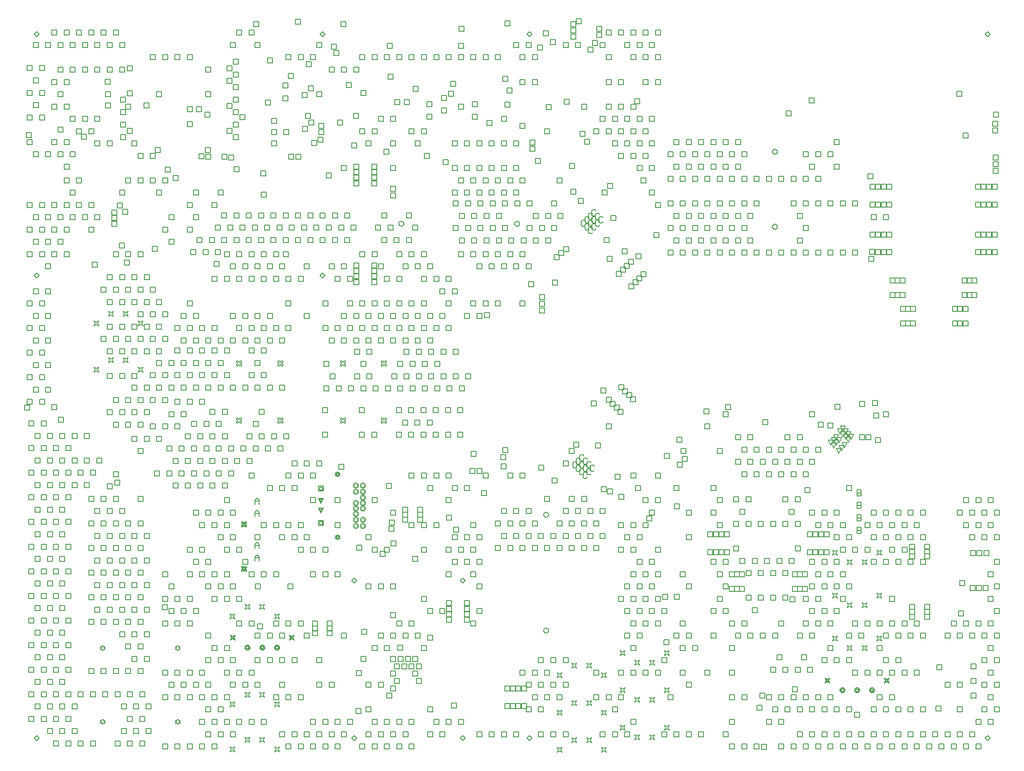
<source format=gbr>
G04*
G04 #@! TF.GenerationSoftware,Altium Limited,Altium Designer,22.4.2 (48)*
G04*
G04 Layer_Color=2752767*
%FSLAX25Y25*%
%MOIN*%
G70*
G04*
G04 #@! TF.SameCoordinates,43EAD1C5-17A3-47DC-85D2-FB09855483F6*
G04*
G04*
G04 #@! TF.FilePolarity,Positive*
G04*
G01*
G75*
%ADD18C,0.00500*%
%ADD233C,0.00667*%
%ADD234C,0.00400*%
D18*
X267685Y485795D02*
Y489795D01*
X271685D01*
Y485795D01*
X267685D01*
X203512Y487370D02*
Y491370D01*
X207512D01*
Y487370D01*
X203512D01*
Y505480D02*
Y509480D01*
X207512D01*
Y505480D01*
X203512D01*
Y496425D02*
Y500425D01*
X207512D01*
Y496425D01*
X203512D01*
X189339Y582646D02*
Y586646D01*
X193339D01*
Y582646D01*
X189339D01*
X200362Y553905D02*
Y557905D01*
X204362D01*
Y553905D01*
X200362D01*
X389732Y518472D02*
Y522472D01*
X393732D01*
Y518472D01*
X389732D01*
X391701Y529890D02*
Y533890D01*
X395701D01*
Y529890D01*
X391701D01*
X6268Y275953D02*
Y279953D01*
X10268D01*
Y275953D01*
X6268D01*
X116110Y116504D02*
Y120504D01*
X120110D01*
Y116504D01*
X116110D01*
X669260Y30283D02*
Y34284D01*
X673260D01*
Y30283D01*
X669260D01*
X298787Y167291D02*
Y171291D01*
X302787D01*
Y167291D01*
X298787D01*
X192095Y101150D02*
Y105150D01*
X196095D01*
Y101150D01*
X192095D01*
X290126Y159024D02*
Y163024D01*
X294126D01*
Y159024D01*
X290126D01*
X517291Y237370D02*
Y241370D01*
X521291D01*
Y237370D01*
X517291D01*
X516898Y88551D02*
Y92551D01*
X520898D01*
Y88551D01*
X516898D01*
X85795Y392094D02*
Y396094D01*
X89795D01*
Y392094D01*
X85795D01*
X51543Y492882D02*
Y496882D01*
X55543D01*
Y492882D01*
X51543D01*
X619654Y50756D02*
Y54756D01*
X623654D01*
Y50756D01*
X619654D01*
X656594Y241576D02*
X654594Y245576D01*
X658594D01*
X656594Y241576D01*
X658821Y243803D02*
X656821Y247803D01*
X660821D01*
X658821Y243803D01*
X661048Y246030D02*
X659048Y250030D01*
X663048D01*
X661048Y246030D01*
X652418Y245752D02*
X650418Y249752D01*
X654418D01*
X652418Y245752D01*
X650191Y247979D02*
X648191Y251979D01*
X652191D01*
X650191Y247979D01*
X654645Y247979D02*
X652645Y251979D01*
X656645D01*
X654645Y247979D01*
X652418Y250206D02*
X650418Y254206D01*
X654418D01*
X652418Y250206D01*
X656872D02*
X654872Y254206D01*
X658872D01*
X656872Y250206D01*
X654645Y252433D02*
X652645Y256433D01*
X656645D01*
X654645Y252433D01*
X664291Y250387D02*
X662291Y254387D01*
X666291D01*
X664291Y250387D01*
X662064Y252614D02*
X660064Y256614D01*
X664064D01*
X662064Y252614D01*
X659837Y254841D02*
X657837Y258841D01*
X661837D01*
X659837Y254841D01*
X657610Y257068D02*
X655610Y261068D01*
X659610D01*
X657610Y257068D01*
X666518Y252614D02*
X664518Y256614D01*
X668518D01*
X666518Y252614D01*
X664291Y254841D02*
X662291Y258841D01*
X666291D01*
X664291Y254841D01*
X662064Y257068D02*
X660064Y261068D01*
X664064D01*
X662064Y257068D01*
X659837Y259295D02*
X657837Y263295D01*
X661837D01*
X659837Y259295D01*
X128425Y24772D02*
X129425Y25772D01*
X130425D01*
X129425Y26772D01*
X130425Y27772D01*
X129425D01*
X128425Y28772D01*
X127425Y27772D01*
X126425D01*
X127425Y26772D01*
X126425Y25772D01*
X127425D01*
X128425Y24772D01*
X68425Y24772D02*
X69425Y25772D01*
X70425D01*
X69425Y26772D01*
X70425Y27772D01*
X69425D01*
X68425Y28772D01*
X67425Y27772D01*
X66425D01*
X67425Y26772D01*
X66425Y25772D01*
X67425D01*
X68425Y24772D01*
X481880Y79853D02*
X482880Y81853D01*
X481880Y83854D01*
X483880Y82854D01*
X485880Y83854D01*
X484880Y81853D01*
X485880Y79853D01*
X483880Y80853D01*
X481880Y79853D01*
X517280D02*
X518280Y81853D01*
X517280Y83854D01*
X519280Y82854D01*
X521280Y83854D01*
X520280Y81853D01*
X521280Y79853D01*
X519280Y80853D01*
X517280Y79853D01*
X493680Y72154D02*
X494680Y74154D01*
X493680Y76153D01*
X495680Y75153D01*
X497680Y76153D01*
X496680Y74154D01*
X497680Y72154D01*
X495680Y73154D01*
X493680Y72154D01*
X505480D02*
X506480Y74154D01*
X505480Y76153D01*
X507480Y75153D01*
X509480Y76153D01*
X508480Y74154D01*
X509480Y72154D01*
X507480Y73154D01*
X505480Y72154D01*
Y42360D02*
X506480Y44360D01*
X505480Y46360D01*
X507480Y45360D01*
X509480Y46360D01*
X508480Y44360D01*
X509480Y42360D01*
X507480Y43360D01*
X505480Y42360D01*
X493680D02*
X494680Y44360D01*
X493680Y46360D01*
X495680Y45360D01*
X497680Y46360D01*
X496680Y44360D01*
X497680Y42360D01*
X495680Y43360D01*
X493680Y42360D01*
X517280Y50060D02*
X518280Y52060D01*
X517280Y54060D01*
X519280Y53060D01*
X521280Y54060D01*
X520280Y52060D01*
X521280Y50060D01*
X519280Y51060D01*
X517280Y50060D01*
X481880D02*
X482880Y52060D01*
X481880Y54060D01*
X483880Y53060D01*
X485880Y54060D01*
X484880Y52060D01*
X485880Y50060D01*
X483880Y51060D01*
X481880Y50060D01*
X443276Y39860D02*
X444276Y41860D01*
X443276Y43860D01*
X445276Y42860D01*
X447276Y43860D01*
X446276Y41860D01*
X447276Y39860D01*
X445276Y40860D01*
X443276Y39860D01*
X455076D02*
X456076Y41860D01*
X455076Y43860D01*
X457076Y42860D01*
X459076Y43860D01*
X458076Y41860D01*
X459076Y39860D01*
X457076Y40860D01*
X455076Y39860D01*
X431476Y32160D02*
X432476Y34160D01*
X431476Y36160D01*
X433476Y35160D01*
X435476Y36160D01*
X434476Y34160D01*
X435476Y32160D01*
X433476Y33160D01*
X431476Y32160D01*
X466876D02*
X467876Y34160D01*
X466876Y36160D01*
X468876Y35160D01*
X470876Y36160D01*
X469876Y34160D01*
X470876Y32160D01*
X468876Y33160D01*
X466876Y32160D01*
X604512Y421756D02*
Y420756D01*
X606512D01*
Y421756D01*
X607512D01*
Y423756D01*
X606512D01*
Y424756D01*
X604512D01*
Y423756D01*
X603512D01*
Y421756D01*
X604512D01*
Y481756D02*
Y480756D01*
X606512D01*
Y481756D01*
X607512D01*
Y483756D01*
X606512D01*
Y484756D01*
X604512D01*
Y483756D01*
X603512D01*
Y481756D01*
X604512D01*
X291233Y265717D02*
X292233D01*
X293233Y266717D01*
X294233Y265717D01*
X295233D01*
Y266717D01*
X294233Y267717D01*
X295233Y268717D01*
Y269717D01*
X294233D01*
X293233Y268717D01*
X292233Y269717D01*
X291233D01*
Y268717D01*
X292233Y267717D01*
X291233Y266717D01*
Y265717D01*
X258433D02*
X259433D01*
X260433Y266717D01*
X261433Y265717D01*
X262433D01*
Y266717D01*
X261433Y267717D01*
X262433Y268717D01*
Y269717D01*
X261433D01*
X260433Y268717D01*
X259433Y269717D01*
X258433D01*
Y268717D01*
X259433Y267717D01*
X258433Y266717D01*
Y265717D01*
X175633D02*
X176633D01*
X177633Y266717D01*
X178633Y265717D01*
X179633D01*
Y266717D01*
X178633Y267717D01*
X179633Y268717D01*
Y269717D01*
X178633D01*
X177633Y268717D01*
X176633Y269717D01*
X175633D01*
Y268717D01*
X176633Y267717D01*
X175633Y266717D01*
Y265717D01*
X208433D02*
X209433D01*
X210433Y266717D01*
X211433Y265717D01*
X212433D01*
Y266717D01*
X211433Y267717D01*
X212433Y268717D01*
Y269717D01*
X211433D01*
X210433Y268717D01*
X209433Y269717D01*
X208433D01*
Y268717D01*
X209433Y267717D01*
X208433Y266717D01*
Y265717D01*
X267685Y139764D02*
X269685Y141764D01*
X271685Y139764D01*
X269685Y137764D01*
X267685Y139764D01*
Y13780D02*
X269685Y15779D01*
X271685Y13780D01*
X269685Y11779D01*
X267685Y13780D01*
X354299D02*
X356299Y15779D01*
X358299Y13780D01*
X356299Y11779D01*
X354299Y13780D01*
Y139764D02*
X356299Y141764D01*
X358299Y139764D01*
X356299Y137764D01*
X354299Y139764D01*
X96806Y343450D02*
X97806Y345450D01*
X96806Y347450D01*
X98806Y346450D01*
X100806Y347450D01*
X99806Y345450D01*
X100806Y343450D01*
X98806Y344450D01*
X96806Y343450D01*
X61406D02*
X62406Y345450D01*
X61406Y347450D01*
X63406Y346450D01*
X65406Y347450D01*
X64406Y345450D01*
X65406Y343450D01*
X63406Y344450D01*
X61406Y343450D01*
X85006Y351150D02*
X86006Y353150D01*
X85006Y355150D01*
X87006Y354150D01*
X89006Y355150D01*
X88006Y353150D01*
X89006Y351150D01*
X87006Y352150D01*
X85006Y351150D01*
X73206D02*
X74206Y353150D01*
X73206Y355150D01*
X75206Y354150D01*
X77206Y355150D01*
X76206Y353150D01*
X77206Y351150D01*
X75206Y352150D01*
X73206Y351150D01*
X304299Y84220D02*
Y88221D01*
X308299D01*
Y84220D01*
X304299D01*
X240992Y211386D02*
Y215386D01*
X244992D01*
Y211386D01*
X240992D01*
X241792Y212186D02*
Y214586D01*
X244192D01*
Y212186D01*
X241792D01*
X240992Y183827D02*
Y187827D01*
X244992D01*
Y183827D01*
X240992D01*
X241792Y184627D02*
Y187027D01*
X244192D01*
Y184627D01*
X241792D01*
X242992Y201543D02*
X240992Y205543D01*
X244992D01*
X242992Y201543D01*
Y202343D02*
X241792Y204743D01*
X244192D01*
X242992Y202343D01*
X242992Y193669D02*
X240992Y197669D01*
X244992D01*
X242992Y193669D01*
Y194469D02*
X241792Y196869D01*
X244192D01*
X242992Y194469D01*
X256299Y222803D02*
X257299Y223803D01*
X258299D01*
X257299Y224803D01*
X258299Y225803D01*
X257299D01*
X256299Y226803D01*
X255299Y225803D01*
X254299D01*
X255299Y224803D01*
X254299Y223803D01*
X255299D01*
X256299Y222803D01*
Y223603D02*
X256899Y224203D01*
X257499D01*
X256899Y224803D01*
X257499Y225403D01*
X256899D01*
X256299Y226003D01*
X255699Y225403D01*
X255099D01*
X255699Y224803D01*
X255099Y224203D01*
X255699D01*
X256299Y223603D01*
Y172409D02*
X257299Y173409D01*
X258299D01*
X257299Y174409D01*
X258299Y175409D01*
X257299D01*
X256299Y176409D01*
X255299Y175409D01*
X254299D01*
X255299Y174409D01*
X254299Y173409D01*
X255299D01*
X256299Y172409D01*
Y173209D02*
X256899Y173809D01*
X257499D01*
X256899Y174409D01*
X257499Y175009D01*
X256899D01*
X256299Y175609D01*
X255699Y175009D01*
X255099D01*
X255699Y174409D01*
X255099Y173809D01*
X255699D01*
X256299Y173209D01*
X692882Y57842D02*
X693882Y59842D01*
X692882Y61843D01*
X694882Y60843D01*
X696882Y61843D01*
X695882Y59842D01*
X696882Y57842D01*
X694882Y58842D01*
X692882Y57842D01*
X693682Y58643D02*
X694282Y59842D01*
X693682Y61042D01*
X694882Y60443D01*
X696082Y61042D01*
X695482Y59842D01*
X696082Y58643D01*
X694882Y59242D01*
X693682Y58643D01*
X645638Y57842D02*
X646638Y59842D01*
X645638Y61843D01*
X647638Y60843D01*
X649638Y61843D01*
X648638Y59842D01*
X649638Y57842D01*
X647638Y58842D01*
X645638Y57842D01*
X646438Y58643D02*
X647038Y59842D01*
X646438Y61042D01*
X647638Y60443D01*
X648838Y61042D01*
X648238Y59842D01*
X648838Y58643D01*
X647638Y59242D01*
X646438Y58643D01*
X682071Y50968D02*
Y49968D01*
X684071D01*
Y50968D01*
X685071D01*
Y52969D01*
X684071D01*
Y53969D01*
X682071D01*
Y52969D01*
X681071D01*
Y50968D01*
X682071D01*
X682471Y51368D02*
Y50769D01*
X683671D01*
Y51368D01*
X684271D01*
Y52569D01*
X683671D01*
Y53168D01*
X682471D01*
Y52569D01*
X681871D01*
Y51368D01*
X682471D01*
X658449Y50968D02*
Y49968D01*
X660449D01*
Y50968D01*
X661449D01*
Y52969D01*
X660449D01*
Y53969D01*
X658449D01*
Y52969D01*
X657449D01*
Y50968D01*
X658449D01*
X658849Y51368D02*
Y50769D01*
X660049D01*
Y51368D01*
X660649D01*
Y52569D01*
X660049D01*
Y53168D01*
X658849D01*
Y52569D01*
X658249D01*
Y51368D01*
X658849D01*
X670260Y50968D02*
Y49968D01*
X672260D01*
Y50968D01*
X673260D01*
Y52969D01*
X672260D01*
Y53969D01*
X670260D01*
Y52969D01*
X669260D01*
Y50968D01*
X670260D01*
X670660Y51368D02*
Y50769D01*
X671860D01*
Y51368D01*
X672460D01*
Y52569D01*
X671860D01*
Y53168D01*
X670660D01*
Y52569D01*
X670060D01*
Y51368D01*
X670660D01*
X182163Y10598D02*
X183163Y12598D01*
X182163Y14598D01*
X184163Y13598D01*
X186163Y14598D01*
X185163Y12598D01*
X186163Y10598D01*
X184163Y11598D01*
X182163Y10598D01*
X193963D02*
X194963Y12598D01*
X193963Y14598D01*
X195963Y13598D01*
X197963Y14598D01*
X196963Y12598D01*
X197963Y10598D01*
X195963Y11598D01*
X193963Y10598D01*
X170363Y2898D02*
X171363Y4898D01*
X170363Y6898D01*
X172363Y5898D01*
X174363Y6898D01*
X173363Y4898D01*
X174363Y2898D01*
X172363Y3898D01*
X170363Y2898D01*
X205763D02*
X206763Y4898D01*
X205763Y6898D01*
X207763Y5898D01*
X209763Y6898D01*
X208763Y4898D01*
X209763Y2898D01*
X207763Y3898D01*
X205763Y2898D01*
Y38804D02*
X206763Y40804D01*
X205763Y42804D01*
X207763Y41804D01*
X209763Y42804D01*
X208763Y40804D01*
X209763Y38804D01*
X207763Y39804D01*
X205763Y38804D01*
X170363D02*
X171363Y40804D01*
X170363Y42804D01*
X172363Y41804D01*
X174363Y42804D01*
X173363Y40804D01*
X174363Y38804D01*
X172363Y39804D01*
X170363Y38804D01*
X193963Y46504D02*
X194963Y48504D01*
X193963Y50504D01*
X195963Y49504D01*
X197963Y50504D01*
X196963Y48504D01*
X197963Y46504D01*
X195963Y47504D01*
X193963Y46504D01*
X182163D02*
X183163Y48504D01*
X182163Y50504D01*
X184163Y49504D01*
X186163Y50504D01*
X185163Y48504D01*
X186163Y46504D01*
X184163Y47504D01*
X182163Y46504D01*
X68425Y83827D02*
X69425Y84827D01*
X70425D01*
X69425Y85827D01*
X70425Y86827D01*
X69425D01*
X68425Y87827D01*
X67425Y86827D01*
X66425D01*
X67425Y85827D01*
X66425Y84827D01*
X67425D01*
X68425Y83827D01*
X128425D02*
X129425Y84827D01*
X130425D01*
X129425Y85827D01*
X130425Y86827D01*
X129425D01*
X128425Y87827D01*
X127425Y86827D01*
X126425D01*
X127425Y85827D01*
X126425Y84827D01*
X127425D01*
X128425Y83827D01*
X443276Y69653D02*
X444276Y71653D01*
X443276Y73654D01*
X445276Y72654D01*
X447276Y73654D01*
X446276Y71653D01*
X447276Y69653D01*
X445276Y70653D01*
X443276Y69653D01*
X455076D02*
X456076Y71653D01*
X455076Y73654D01*
X457076Y72654D01*
X459076Y73654D01*
X458076Y71653D01*
X459076Y69653D01*
X457076Y70653D01*
X455076Y69653D01*
X431476Y61954D02*
X432476Y63954D01*
X431476Y65953D01*
X433476Y64954D01*
X435476Y65953D01*
X434476Y63954D01*
X435476Y61954D01*
X433476Y62954D01*
X431476Y61954D01*
X466876D02*
X467876Y63954D01*
X466876Y65953D01*
X468876Y64954D01*
X470876Y65953D01*
X469876Y63954D01*
X470876Y61954D01*
X468876Y62954D01*
X466876Y61954D01*
X407449Y576772D02*
X409449Y578772D01*
X411449Y576772D01*
X409449Y574772D01*
X407449Y576772D01*
X179496Y147213D02*
X180496D01*
X181496Y148213D01*
X182496Y147213D01*
X183496D01*
Y148213D01*
X182496Y149213D01*
X183496Y150213D01*
Y151213D01*
X182496D01*
X181496Y150213D01*
X180496Y151213D01*
X179496D01*
Y150213D01*
X180496Y149213D01*
X179496Y148213D01*
Y147213D01*
X180296Y148013D02*
X180896D01*
X181496Y148613D01*
X182096Y148013D01*
X182696D01*
Y148613D01*
X182096Y149213D01*
X182696Y149813D01*
Y150413D01*
X182096D01*
X181496Y149813D01*
X180896Y150413D01*
X180296D01*
Y149813D01*
X180896Y149213D01*
X180296Y148613D01*
Y148013D01*
X190157Y165354D02*
Y168687D01*
X191824Y170353D01*
X193490Y168687D01*
Y165354D01*
Y167853D01*
X190157D01*
Y155512D02*
Y158844D01*
X191824Y160510D01*
X193490Y158844D01*
Y155512D01*
Y158011D01*
X190157D01*
X773591Y576772D02*
X775591Y578772D01*
X777591Y576772D01*
X775591Y574772D01*
X773591Y576772D01*
X13748D02*
X15748Y578772D01*
X17748Y576772D01*
X15748Y574772D01*
X13748Y576772D01*
Y383858D02*
X15748Y385858D01*
X17748Y383858D01*
X15748Y381858D01*
X13748Y383858D01*
Y13780D02*
X15748Y15779D01*
X17748Y13780D01*
X15748Y11779D01*
X13748Y13780D01*
X773591D02*
X775591Y15779D01*
X777591Y13780D01*
X775591Y11779D01*
X773591Y13780D01*
X407449D02*
X409449Y15779D01*
X411449Y13780D01*
X409449Y11779D01*
X407449Y13780D01*
X242094Y383858D02*
X244094Y385858D01*
X246094Y383858D01*
X244094Y381858D01*
X242094Y383858D01*
Y576772D02*
X244094Y578772D01*
X246094Y576772D01*
X244094Y574772D01*
X242094Y576772D01*
X466876Y2367D02*
X467876Y4367D01*
X466876Y6367D01*
X468876Y5367D01*
X470876Y6367D01*
X469876Y4367D01*
X470876Y2367D01*
X468876Y3367D01*
X466876Y2367D01*
X431476D02*
X432476Y4367D01*
X431476Y6367D01*
X433476Y5367D01*
X435476Y6367D01*
X434476Y4367D01*
X435476Y2367D01*
X433476Y3367D01*
X431476Y2367D01*
X455076Y10067D02*
X456076Y12067D01*
X455076Y14067D01*
X457076Y13067D01*
X459076Y14067D01*
X458076Y12067D01*
X459076Y10067D01*
X457076Y11067D01*
X455076Y10067D01*
X443276D02*
X444276Y12067D01*
X443276Y14067D01*
X445276Y13067D01*
X447276Y14067D01*
X446276Y12067D01*
X447276Y10067D01*
X445276Y11067D01*
X443276Y10067D01*
X651560Y125901D02*
X652560Y127901D01*
X651560Y129901D01*
X653560Y128901D01*
X655560Y129901D01*
X654560Y127901D01*
X655560Y125901D01*
X653560Y126901D01*
X651560Y125901D01*
X686960D02*
X687960Y127901D01*
X686960Y129901D01*
X688960Y128901D01*
X690960Y129901D01*
X689960Y127901D01*
X690960Y125901D01*
X688960Y126901D01*
X686960Y125901D01*
X663360Y118201D02*
X664360Y120201D01*
X663360Y122201D01*
X665360Y121201D01*
X667360Y122201D01*
X666360Y120201D01*
X667360Y118201D01*
X665360Y119201D01*
X663360Y118201D01*
X675160D02*
X676160Y120201D01*
X675160Y122201D01*
X677160Y121201D01*
X679160Y122201D01*
X678160Y120201D01*
X679160Y118201D01*
X677160Y119201D01*
X675160Y118201D01*
X651560Y160267D02*
X652560Y162267D01*
X651560Y164267D01*
X653560Y163267D01*
X655560Y164267D01*
X654560Y162267D01*
X655560Y160267D01*
X653560Y161267D01*
X651560Y160267D01*
X686960D02*
X687960Y162267D01*
X686960Y164267D01*
X688960Y163267D01*
X690960Y164267D01*
X689960Y162267D01*
X690960Y160267D01*
X688960Y161267D01*
X686960Y160267D01*
X663360Y152567D02*
X664360Y154567D01*
X663360Y156567D01*
X665360Y155567D01*
X667360Y156567D01*
X666360Y154567D01*
X667360Y152567D01*
X665360Y153567D01*
X663360Y152567D01*
X675160D02*
X676160Y154567D01*
X675160Y156567D01*
X677160Y155567D01*
X679160Y156567D01*
X678160Y154567D01*
X679160Y152567D01*
X677160Y153567D01*
X675160Y152567D01*
X651560Y91535D02*
X652560Y93535D01*
X651560Y95535D01*
X653560Y94535D01*
X655560Y95535D01*
X654560Y93535D01*
X655560Y91535D01*
X653560Y92535D01*
X651560Y91535D01*
X686960D02*
X687960Y93535D01*
X686960Y95535D01*
X688960Y94535D01*
X690960Y95535D01*
X689960Y93535D01*
X690960Y91535D01*
X688960Y92535D01*
X686960Y91535D01*
X663360Y83835D02*
X664360Y85835D01*
X663360Y87835D01*
X665360Y86835D01*
X667360Y87835D01*
X666360Y85835D01*
X667360Y83835D01*
X665360Y84835D01*
X663360Y83835D01*
X675160D02*
X676160Y85835D01*
X675160Y87835D01*
X677160Y86835D01*
X679160Y87835D01*
X678160Y85835D01*
X679160Y83835D01*
X677160Y84835D01*
X675160Y83835D01*
X73206Y314142D02*
X74206Y316142D01*
X73206Y318142D01*
X75206Y317142D01*
X77206Y318142D01*
X76206Y316142D01*
X77206Y314142D01*
X75206Y315142D01*
X73206Y314142D01*
X85006D02*
X86006Y316142D01*
X85006Y318142D01*
X87006Y317142D01*
X89006Y318142D01*
X88006Y316142D01*
X89006Y314142D01*
X87006Y315142D01*
X85006Y314142D01*
X61406Y306442D02*
X62406Y308442D01*
X61406Y310442D01*
X63406Y309442D01*
X65406Y310442D01*
X64406Y308442D01*
X65406Y306442D01*
X63406Y307442D01*
X61406Y306442D01*
X96806D02*
X97806Y308442D01*
X96806Y310442D01*
X98806Y309442D01*
X100806Y310442D01*
X99806Y308442D01*
X100806Y306442D01*
X98806Y307442D01*
X96806Y306442D01*
X217685Y92094D02*
X218685Y94095D01*
X217685Y96095D01*
X219685Y95095D01*
X221685Y96095D01*
X220685Y94095D01*
X221685Y92094D01*
X219685Y93094D01*
X217685Y92094D01*
X218485Y92895D02*
X219085Y94095D01*
X218485Y95294D01*
X219685Y94695D01*
X220885Y95294D01*
X220285Y94095D01*
X220885Y92895D01*
X219685Y93494D01*
X218485Y92895D01*
X170441Y92094D02*
X171441Y94095D01*
X170441Y96095D01*
X172441Y95095D01*
X174441Y96095D01*
X173441Y94095D01*
X174441Y92094D01*
X172441Y93094D01*
X170441Y92094D01*
X171241Y92895D02*
X171841Y94095D01*
X171241Y95294D01*
X172441Y94695D01*
X173641Y95294D01*
X173041Y94095D01*
X173641Y92895D01*
X172441Y93494D01*
X171241Y92895D01*
X206874Y85220D02*
Y84220D01*
X208874D01*
Y85220D01*
X209874D01*
Y87221D01*
X208874D01*
Y88221D01*
X206874D01*
Y87221D01*
X205874D01*
Y85220D01*
X206874D01*
X207274Y85620D02*
Y85021D01*
X208474D01*
Y85620D01*
X209074D01*
Y86821D01*
X208474D01*
Y87420D01*
X207274D01*
Y86821D01*
X206674D01*
Y85620D01*
X207274D01*
X183252Y85220D02*
Y84220D01*
X185252D01*
Y85220D01*
X186252D01*
Y87221D01*
X185252D01*
Y88221D01*
X183252D01*
Y87221D01*
X182252D01*
Y85220D01*
X183252D01*
X183652Y85620D02*
Y85021D01*
X184852D01*
Y85620D01*
X185452D01*
Y86821D01*
X184852D01*
Y87420D01*
X183652D01*
Y86821D01*
X183052D01*
Y85620D01*
X183652D01*
X195063Y85220D02*
Y84220D01*
X197063D01*
Y85220D01*
X198063D01*
Y87221D01*
X197063D01*
Y88221D01*
X195063D01*
Y87221D01*
X194063D01*
Y85220D01*
X195063D01*
X195463Y85620D02*
Y85021D01*
X196663D01*
Y85620D01*
X197263D01*
Y86821D01*
X196663D01*
Y87420D01*
X195463D01*
Y86821D01*
X194863D01*
Y85620D01*
X195463D01*
X671260Y182400D02*
Y177402D01*
X673759D01*
X674592Y178235D01*
Y179068D01*
X673759Y179901D01*
X671260D01*
X673759D01*
X674592Y180734D01*
Y181567D01*
X673759Y182400D01*
X671260D01*
Y192400D02*
Y187402D01*
X673759D01*
X674592Y188235D01*
Y189068D01*
X673759Y189901D01*
X671260D01*
X673759D01*
X674592Y190734D01*
Y191567D01*
X673759Y192400D01*
X671260D01*
Y202400D02*
Y197402D01*
X673759D01*
X674592Y198235D01*
Y199068D01*
X673759Y199901D01*
X671260D01*
X673759D01*
X674592Y200734D01*
Y201567D01*
X673759Y202400D01*
X671260D01*
Y212400D02*
Y207402D01*
X673759D01*
X674592Y208235D01*
Y209068D01*
X673759Y209901D01*
X671260D01*
X673759D01*
X674592Y210734D01*
Y211567D01*
X673759Y212400D01*
X671260D01*
X179496Y182646D02*
X180496D01*
X181496Y183646D01*
X182496Y182646D01*
X183496D01*
Y183646D01*
X182496Y184646D01*
X183496Y185646D01*
Y186646D01*
X182496D01*
X181496Y185646D01*
X180496Y186646D01*
X179496D01*
Y185646D01*
X180496Y184646D01*
X179496Y183646D01*
Y182646D01*
X180296Y183446D02*
X180896D01*
X181496Y184046D01*
X182096Y183446D01*
X182696D01*
Y184046D01*
X182096Y184646D01*
X182696Y185246D01*
Y185846D01*
X182096D01*
X181496Y185246D01*
X180896Y185846D01*
X180296D01*
Y185246D01*
X180896Y184646D01*
X180296Y184046D01*
Y183446D01*
X190157Y200787D02*
Y204120D01*
X191824Y205786D01*
X193490Y204120D01*
Y200787D01*
Y203287D01*
X190157D01*
Y190945D02*
Y194277D01*
X191824Y195943D01*
X193490Y194277D01*
Y190945D01*
Y193444D01*
X190157D01*
X505480Y12567D02*
X506480Y14567D01*
X505480Y16567D01*
X507480Y15567D01*
X509480Y16567D01*
X508480Y14567D01*
X509480Y12567D01*
X507480Y13567D01*
X505480Y12567D01*
X493680D02*
X494680Y14567D01*
X493680Y16567D01*
X495680Y15567D01*
X497680Y16567D01*
X496680Y14567D01*
X497680Y12567D01*
X495680Y13567D01*
X493680Y12567D01*
X517280Y20267D02*
X518280Y22267D01*
X517280Y24267D01*
X519280Y23267D01*
X521280Y24267D01*
X520280Y22267D01*
X521280Y20267D01*
X519280Y21267D01*
X517280Y20267D01*
X481880D02*
X482880Y22267D01*
X481880Y24267D01*
X483880Y23267D01*
X485880Y24267D01*
X484880Y22267D01*
X485880Y20267D01*
X483880Y21267D01*
X481880Y20267D01*
X182163Y116898D02*
X183163Y118898D01*
X182163Y120898D01*
X184163Y119898D01*
X186163Y120898D01*
X185163Y118898D01*
X186163Y116898D01*
X184163Y117898D01*
X182163Y116898D01*
X193963D02*
X194963Y118898D01*
X193963Y120898D01*
X195963Y119898D01*
X197963Y120898D01*
X196963Y118898D01*
X197963Y116898D01*
X195963Y117898D01*
X193963Y116898D01*
X170363Y109198D02*
X171363Y111198D01*
X170363Y113198D01*
X172363Y112198D01*
X174363Y113198D01*
X173363Y111198D01*
X174363Y109198D01*
X172363Y110198D01*
X170363Y109198D01*
X205763D02*
X206763Y111198D01*
X205763Y113198D01*
X207763Y112198D01*
X209763Y113198D01*
X208763Y111198D01*
X209763Y109198D01*
X207763Y110198D01*
X205763Y109198D01*
X208433Y311386D02*
X209433D01*
X210433Y312386D01*
X211433Y311386D01*
X212433D01*
Y312386D01*
X211433Y313386D01*
X212433Y314386D01*
Y315386D01*
X211433D01*
X210433Y314386D01*
X209433Y315386D01*
X208433D01*
Y314386D01*
X209433Y313386D01*
X208433Y312386D01*
Y311386D01*
X175633D02*
X176633D01*
X177633Y312386D01*
X178633Y311386D01*
X179633D01*
Y312386D01*
X178633Y313386D01*
X179633Y314386D01*
Y315386D01*
X178633D01*
X177633Y314386D01*
X176633Y315386D01*
X175633D01*
Y314386D01*
X176633Y313386D01*
X175633Y312386D01*
Y311386D01*
X258433D02*
X259433D01*
X260433Y312386D01*
X261433Y311386D01*
X262433D01*
Y312386D01*
X261433Y313386D01*
X262433Y314386D01*
Y315386D01*
X261433D01*
X260433Y314386D01*
X259433Y315386D01*
X258433D01*
Y314386D01*
X259433Y313386D01*
X258433Y312386D01*
Y311386D01*
X291233D02*
X292233D01*
X293233Y312386D01*
X294233Y311386D01*
X295233D01*
Y312386D01*
X294233Y313386D01*
X295233Y314386D01*
Y315386D01*
X294233D01*
X293233Y314386D01*
X292233Y315386D01*
X291233D01*
Y314386D01*
X292233Y313386D01*
X291233Y312386D01*
Y311386D01*
X775953Y201937D02*
Y205937D01*
X779953D01*
Y201937D01*
X775953D01*
X780874Y192095D02*
Y196095D01*
X784874D01*
Y192095D01*
X780874D01*
X775953Y182252D02*
Y186252D01*
X779953D01*
Y182252D01*
X775953D01*
X780874Y172409D02*
Y176409D01*
X784874D01*
Y172409D01*
X780874D01*
Y152724D02*
Y156724D01*
X784874D01*
Y152724D01*
X780874D01*
X775953Y142882D02*
Y146882D01*
X779953D01*
Y142882D01*
X775953D01*
X780874Y133039D02*
Y137039D01*
X784874D01*
Y133039D01*
X780874D01*
X775953Y123197D02*
Y127197D01*
X779953D01*
Y123197D01*
X775953D01*
X780874Y113354D02*
Y117354D01*
X784874D01*
Y113354D01*
X780874D01*
X775953Y103512D02*
Y107512D01*
X779953D01*
Y103512D01*
X775953D01*
X780874Y93669D02*
Y97669D01*
X784874D01*
Y93669D01*
X780874D01*
X775953Y83827D02*
Y87827D01*
X779953D01*
Y83827D01*
X775953D01*
X780874Y73984D02*
Y77984D01*
X784874D01*
Y73984D01*
X780874D01*
X775953Y64142D02*
Y68142D01*
X779953D01*
Y64142D01*
X775953D01*
X780874Y54299D02*
Y58299D01*
X784874D01*
Y54299D01*
X780874D01*
X775953Y44457D02*
Y48457D01*
X779953D01*
Y44457D01*
X775953D01*
X780874Y34614D02*
Y38614D01*
X784874D01*
Y34614D01*
X780874D01*
X775953Y24772D02*
Y28772D01*
X779953D01*
Y24772D01*
X775953D01*
X766110Y201937D02*
Y205937D01*
X770110D01*
Y201937D01*
X766110D01*
X771032Y192095D02*
Y196095D01*
X775032D01*
Y192095D01*
X771032D01*
X766110Y182252D02*
Y186252D01*
X770110D01*
Y182252D01*
X766110D01*
X771032Y172409D02*
Y176409D01*
X775032D01*
Y172409D01*
X771032D01*
X766110Y103512D02*
Y107512D01*
X770110D01*
Y103512D01*
X766110D01*
X771032Y93669D02*
Y97669D01*
X775032D01*
Y93669D01*
X771032D01*
Y73984D02*
Y77984D01*
X775032D01*
Y73984D01*
X771032D01*
Y54299D02*
Y58299D01*
X775032D01*
Y54299D01*
X771032D01*
Y34614D02*
Y38614D01*
X775032D01*
Y34614D01*
X771032D01*
X766110Y24772D02*
Y28772D01*
X770110D01*
Y24772D01*
X766110D01*
Y5087D02*
Y9087D01*
X770110D01*
Y5087D01*
X766110D01*
X756268Y201937D02*
Y205937D01*
X760268D01*
Y201937D01*
X756268D01*
X761189Y192095D02*
Y196095D01*
X765189D01*
Y192095D01*
X761189D01*
X756268Y182252D02*
Y186252D01*
X760268D01*
Y182252D01*
X756268D01*
X761189Y172409D02*
Y176409D01*
X765189D01*
Y172409D01*
X761189D01*
X756268Y103512D02*
Y107512D01*
X760268D01*
Y103512D01*
X756268D01*
X761189Y93669D02*
Y97669D01*
X765189D01*
Y93669D01*
X761189D01*
Y14929D02*
Y18929D01*
X765189D01*
Y14929D01*
X761189D01*
X756268Y5087D02*
Y9087D01*
X760268D01*
Y5087D01*
X756268D01*
X751346Y192095D02*
Y196095D01*
X755346D01*
Y192095D01*
X751346D01*
X746425Y103512D02*
Y107512D01*
X750425D01*
Y103512D01*
X746425D01*
X751346Y93669D02*
Y97669D01*
X755346D01*
Y93669D01*
X751346D01*
Y54299D02*
Y58299D01*
X755346D01*
Y54299D01*
X751346D01*
Y34614D02*
Y38614D01*
X755346D01*
Y34614D01*
X751346D01*
Y14929D02*
Y18929D01*
X755346D01*
Y14929D01*
X751346D01*
X746425Y5087D02*
Y9087D01*
X750425D01*
Y5087D01*
X746425D01*
X741504Y93669D02*
Y97669D01*
X745504D01*
Y93669D01*
X741504D01*
Y54299D02*
Y58299D01*
X745504D01*
Y54299D01*
X741504D01*
Y14929D02*
Y18929D01*
X745504D01*
Y14929D01*
X741504D01*
X736583Y5087D02*
Y9087D01*
X740583D01*
Y5087D01*
X736583D01*
X731661Y14929D02*
Y18929D01*
X735661D01*
Y14929D01*
X731661D01*
X726740Y5087D02*
Y9087D01*
X730740D01*
Y5087D01*
X726740D01*
X721819Y192095D02*
Y196095D01*
X725819D01*
Y192095D01*
X721819D01*
X716898Y182252D02*
Y186252D01*
X720898D01*
Y182252D01*
X716898D01*
X721819Y172409D02*
Y176409D01*
X725819D01*
Y172409D01*
X721819D01*
Y152724D02*
Y156724D01*
X725819D01*
Y152724D01*
X721819D01*
X716898Y103512D02*
Y107512D01*
X720898D01*
Y103512D01*
X716898D01*
X721819Y93669D02*
Y97669D01*
X725819D01*
Y93669D01*
X721819D01*
X716898Y64142D02*
Y68142D01*
X720898D01*
Y64142D01*
X716898D01*
X721819Y34614D02*
Y38614D01*
X725819D01*
Y34614D01*
X721819D01*
Y14929D02*
Y18929D01*
X725819D01*
Y14929D01*
X721819D01*
X716898Y5087D02*
Y9087D01*
X720898D01*
Y5087D01*
X716898D01*
X711976Y192095D02*
Y196095D01*
X715976D01*
Y192095D01*
X711976D01*
X707055Y182252D02*
Y186252D01*
X711055D01*
Y182252D01*
X707055D01*
X711976Y172409D02*
Y176409D01*
X715976D01*
Y172409D01*
X711976D01*
X707055Y162567D02*
Y166567D01*
X711055D01*
Y162567D01*
X707055D01*
X711976Y152724D02*
Y156724D01*
X715976D01*
Y152724D01*
X711976D01*
X707055Y103512D02*
Y107512D01*
X711055D01*
Y103512D01*
X707055D01*
X711976Y93669D02*
Y97669D01*
X715976D01*
Y93669D01*
X711976D01*
X707055Y64142D02*
Y68142D01*
X711055D01*
Y64142D01*
X707055D01*
X711976Y34614D02*
Y38614D01*
X715976D01*
Y34614D01*
X711976D01*
Y14929D02*
Y18929D01*
X715976D01*
Y14929D01*
X711976D01*
X707055Y5087D02*
Y9087D01*
X711055D01*
Y5087D01*
X707055D01*
X702134Y192095D02*
Y196095D01*
X706134D01*
Y192095D01*
X702134D01*
X697213Y182252D02*
Y186252D01*
X701213D01*
Y182252D01*
X697213D01*
X702134Y172409D02*
Y176409D01*
X706134D01*
Y172409D01*
X702134D01*
X697213Y162567D02*
Y166567D01*
X701213D01*
Y162567D01*
X697213D01*
X702134Y152724D02*
Y156724D01*
X706134D01*
Y152724D01*
X702134D01*
X697213Y123197D02*
Y127197D01*
X701213D01*
Y123197D01*
X697213D01*
Y103512D02*
Y107512D01*
X701213D01*
Y103512D01*
X697213D01*
X702134Y93669D02*
Y97669D01*
X706134D01*
Y93669D01*
X702134D01*
Y73984D02*
Y77984D01*
X706134D01*
Y73984D01*
X702134D01*
X697213Y64142D02*
Y68142D01*
X701213D01*
Y64142D01*
X697213D01*
Y44457D02*
Y48457D01*
X701213D01*
Y44457D01*
X697213D01*
X702134Y34614D02*
Y38614D01*
X706134D01*
Y34614D01*
X702134D01*
Y14929D02*
Y18929D01*
X706134D01*
Y14929D01*
X702134D01*
X697213Y5087D02*
Y9087D01*
X701213D01*
Y5087D01*
X697213D01*
X692291Y428315D02*
Y432315D01*
X696291D01*
Y428315D01*
X692291D01*
Y270835D02*
Y274835D01*
X696291D01*
Y270835D01*
X692291D01*
Y192095D02*
Y196095D01*
X696291D01*
Y192095D01*
X692291D01*
X687370Y182252D02*
Y186252D01*
X691370D01*
Y182252D01*
X687370D01*
X692291Y172409D02*
Y176409D01*
X696291D01*
Y172409D01*
X692291D01*
Y152724D02*
Y156724D01*
X696291D01*
Y152724D01*
X692291D01*
X687370Y103512D02*
Y107512D01*
X691370D01*
Y103512D01*
X687370D01*
X692291Y93669D02*
Y97669D01*
X696291D01*
Y93669D01*
X692291D01*
X687370Y83827D02*
Y87827D01*
X691370D01*
Y83827D01*
X687370D01*
X692291Y73984D02*
Y77984D01*
X696291D01*
Y73984D01*
X692291D01*
X687370Y64142D02*
Y68142D01*
X691370D01*
Y64142D01*
X687370D01*
Y44457D02*
Y48457D01*
X691370D01*
Y44457D01*
X687370D01*
X692291Y34614D02*
Y38614D01*
X696291D01*
Y34614D01*
X692291D01*
Y14929D02*
Y18929D01*
X696291D01*
Y14929D01*
X692291D01*
X687370Y5087D02*
Y9087D01*
X691370D01*
Y5087D01*
X687370D01*
X682449Y428315D02*
Y432315D01*
X686449D01*
Y428315D01*
X682449D01*
Y192095D02*
Y196095D01*
X686449D01*
Y192095D01*
X682449D01*
X677528Y182252D02*
Y186252D01*
X681528D01*
Y182252D01*
X677528D01*
X682449Y172409D02*
Y176409D01*
X686449D01*
Y172409D01*
X682449D01*
X677528Y162567D02*
Y166567D01*
X681528D01*
Y162567D01*
X677528D01*
X682449Y152724D02*
Y156724D01*
X686449D01*
Y152724D01*
X682449D01*
X677528Y103512D02*
Y107512D01*
X681528D01*
Y103512D01*
X677528D01*
Y64142D02*
Y68142D01*
X681528D01*
Y64142D01*
X677528D01*
X682449Y34614D02*
Y38614D01*
X686449D01*
Y34614D01*
X682449D01*
Y14929D02*
Y18929D01*
X686449D01*
Y14929D01*
X682449D01*
X677528Y5087D02*
Y9087D01*
X681528D01*
Y5087D01*
X677528D01*
X667685Y162567D02*
Y166567D01*
X671685D01*
Y162567D01*
X667685D01*
Y103512D02*
Y107512D01*
X671685D01*
Y103512D01*
X667685D01*
X672606Y93669D02*
Y97669D01*
X676606D01*
Y93669D01*
X672606D01*
X667685Y64142D02*
Y68142D01*
X671685D01*
Y64142D01*
X667685D01*
X672606Y14929D02*
Y18929D01*
X676606D01*
Y14929D01*
X672606D01*
X667685Y5087D02*
Y9087D01*
X671685D01*
Y5087D01*
X667685D01*
X662764Y211779D02*
Y215779D01*
X666764D01*
Y211779D01*
X662764D01*
X657842Y182252D02*
Y186252D01*
X661842D01*
Y182252D01*
X657842D01*
X662764Y172409D02*
Y176409D01*
X666764D01*
Y172409D01*
X662764D01*
X657842Y162567D02*
Y166567D01*
X661842D01*
Y162567D01*
X657842D01*
Y142882D02*
Y146882D01*
X661842D01*
Y142882D01*
X657842D01*
X662764Y133039D02*
Y137039D01*
X666764D01*
Y133039D01*
X662764D01*
X657842Y123197D02*
Y127197D01*
X661842D01*
Y123197D01*
X657842D01*
X662764Y93669D02*
Y97669D01*
X666764D01*
Y93669D01*
X662764D01*
Y73984D02*
Y77984D01*
X666764D01*
Y73984D01*
X662764D01*
Y34614D02*
Y38614D01*
X666764D01*
Y34614D01*
X662764D01*
Y14929D02*
Y18929D01*
X666764D01*
Y14929D01*
X662764D01*
X657842Y5087D02*
Y9087D01*
X661842D01*
Y5087D01*
X657842D01*
X652921Y192095D02*
Y196095D01*
X656921D01*
Y192095D01*
X652921D01*
X648000Y182252D02*
Y186252D01*
X652000D01*
Y182252D01*
X648000D01*
X652921Y172409D02*
Y176409D01*
X656921D01*
Y172409D01*
X652921D01*
Y152724D02*
Y156724D01*
X656921D01*
Y152724D01*
X652921D01*
X648000Y142882D02*
Y146882D01*
X652000D01*
Y142882D01*
X648000D01*
X652921Y133039D02*
Y137039D01*
X656921D01*
Y133039D01*
X652921D01*
Y113354D02*
Y117354D01*
X656921D01*
Y113354D01*
X652921D01*
X648000Y103512D02*
Y107512D01*
X652000D01*
Y103512D01*
X648000D01*
Y83827D02*
Y87827D01*
X652000D01*
Y83827D01*
X648000D01*
X652921Y73984D02*
Y77984D01*
X656921D01*
Y73984D01*
X652921D01*
X648000Y44457D02*
Y48457D01*
X652000D01*
Y44457D01*
X648000D01*
X652921Y34614D02*
Y38614D01*
X656921D01*
Y34614D01*
X652921D01*
Y14929D02*
Y18929D01*
X656921D01*
Y14929D01*
X652921D01*
X648000Y5087D02*
Y9087D01*
X652000D01*
Y5087D01*
X648000D01*
X643079Y192095D02*
Y196095D01*
X647079D01*
Y192095D01*
X643079D01*
X638158Y182252D02*
Y186252D01*
X642158D01*
Y182252D01*
X638158D01*
X643079Y152724D02*
Y156724D01*
X647079D01*
Y152724D01*
X643079D01*
X638158Y142882D02*
Y146882D01*
X642158D01*
Y142882D01*
X638158D01*
X643079Y133039D02*
Y137039D01*
X647079D01*
Y133039D01*
X643079D01*
X638158Y123197D02*
Y127197D01*
X642158D01*
Y123197D01*
X638158D01*
X643079Y113354D02*
Y117354D01*
X647079D01*
Y113354D01*
X643079D01*
X638158Y103512D02*
Y107512D01*
X642158D01*
Y103512D01*
X638158D01*
X643079Y73984D02*
Y77984D01*
X647079D01*
Y73984D01*
X643079D01*
X638158Y44457D02*
Y48457D01*
X642158D01*
Y44457D01*
X638158D01*
X643079Y34614D02*
Y38614D01*
X647079D01*
Y34614D01*
X643079D01*
Y14929D02*
Y18929D01*
X647079D01*
Y14929D01*
X643079D01*
X638158Y5087D02*
Y9087D01*
X642158D01*
Y5087D01*
X638158D01*
X633236Y270835D02*
Y274835D01*
X637236D01*
Y270835D01*
X633236D01*
Y192095D02*
Y196095D01*
X637236D01*
Y192095D01*
X633236D01*
Y152724D02*
Y156724D01*
X637236D01*
Y152724D01*
X633236D01*
Y133039D02*
Y137039D01*
X637236D01*
Y133039D01*
X633236D01*
X628315Y123197D02*
Y127197D01*
X632315D01*
Y123197D01*
X628315D01*
X633236Y113354D02*
Y117354D01*
X637236D01*
Y113354D01*
X633236D01*
X628315Y103512D02*
Y107512D01*
X632315D01*
Y103512D01*
X628315D01*
X633236Y93669D02*
Y97669D01*
X637236D01*
Y93669D01*
X633236D01*
X628315Y44457D02*
Y48457D01*
X632315D01*
Y44457D01*
X628315D01*
X633236Y34614D02*
Y38614D01*
X637236D01*
Y34614D01*
X633236D01*
Y14929D02*
Y18929D01*
X637236D01*
Y14929D01*
X633236D01*
X628315Y5087D02*
Y9087D01*
X632315D01*
Y5087D01*
X628315D01*
X623394Y93669D02*
Y97669D01*
X627394D01*
Y93669D01*
X623394D01*
X618472Y44457D02*
Y48457D01*
X622472D01*
Y44457D01*
X618472D01*
X623394Y34614D02*
Y38614D01*
X627394D01*
Y34614D01*
X623394D01*
Y14929D02*
Y18929D01*
X627394D01*
Y14929D01*
X623394D01*
X618472Y5087D02*
Y9087D01*
X622472D01*
Y5087D01*
X618472D01*
X608630Y103512D02*
Y107512D01*
X612630D01*
Y103512D01*
X608630D01*
Y44457D02*
Y48457D01*
X612630D01*
Y44457D01*
X608630D01*
X613551Y34614D02*
Y38614D01*
X617551D01*
Y34614D01*
X613551D01*
X608630Y24772D02*
Y28772D01*
X612630D01*
Y24772D01*
X608630D01*
Y5087D02*
Y9087D01*
X612630D01*
Y5087D01*
X608630D01*
X603709Y93669D02*
Y97669D01*
X607709D01*
Y93669D01*
X603709D01*
X598787Y44457D02*
Y48457D01*
X602787D01*
Y44457D01*
X598787D01*
X603709Y34614D02*
Y38614D01*
X607709D01*
Y34614D01*
X603709D01*
X598787Y24772D02*
Y28772D01*
X602787D01*
Y24772D01*
X598787D01*
X593866Y93669D02*
Y97669D01*
X597866D01*
Y93669D01*
X593866D01*
X588945Y5087D02*
Y9087D01*
X592945D01*
Y5087D01*
X588945D01*
X579102Y103512D02*
Y107512D01*
X583102D01*
Y103512D01*
X579102D01*
X584024Y93669D02*
Y97669D01*
X588024D01*
Y93669D01*
X584024D01*
X579102Y44457D02*
Y48457D01*
X583102D01*
Y44457D01*
X579102D01*
Y5087D02*
Y9087D01*
X583102D01*
Y5087D01*
X579102D01*
X569260Y103512D02*
Y107512D01*
X573260D01*
Y103512D01*
X569260D01*
X574181Y93669D02*
Y97669D01*
X578181D01*
Y93669D01*
X574181D01*
X569260Y83827D02*
Y87827D01*
X573260D01*
Y83827D01*
X569260D01*
Y64142D02*
Y68142D01*
X573260D01*
Y64142D01*
X569260D01*
Y44457D02*
Y48457D01*
X573260D01*
Y44457D01*
X569260D01*
Y24772D02*
Y28772D01*
X573260D01*
Y24772D01*
X569260D01*
Y5087D02*
Y9087D01*
X573260D01*
Y5087D01*
X569260D01*
X564339Y270835D02*
Y274835D01*
X568339D01*
Y270835D01*
X564339D01*
X559417Y241307D02*
Y245307D01*
X563417D01*
Y241307D01*
X559417D01*
Y201937D02*
Y205937D01*
X563417D01*
Y201937D01*
X559417D01*
Y182252D02*
Y186252D01*
X563417D01*
Y182252D01*
X559417D01*
X564339Y152724D02*
Y156724D01*
X568339D01*
Y152724D01*
X564339D01*
X559417Y142882D02*
Y146882D01*
X563417D01*
Y142882D01*
X559417D01*
X564339Y133039D02*
Y137039D01*
X568339D01*
Y133039D01*
X564339D01*
X559417Y123197D02*
Y127197D01*
X563417D01*
Y123197D01*
X559417D01*
X564339Y113354D02*
Y117354D01*
X568339D01*
Y113354D01*
X564339D01*
Y14929D02*
Y18929D01*
X568339D01*
Y14929D01*
X564339D01*
X549575Y260992D02*
Y264992D01*
X553575D01*
Y260992D01*
X549575D01*
X554496Y211779D02*
Y215779D01*
X558496D01*
Y211779D01*
X554496D01*
Y192095D02*
Y196095D01*
X558496D01*
Y192095D01*
X554496D01*
Y152724D02*
Y156724D01*
X558496D01*
Y152724D01*
X554496D01*
Y113354D02*
Y117354D01*
X558496D01*
Y113354D01*
X554496D01*
Y93669D02*
Y97669D01*
X558496D01*
Y93669D01*
X554496D01*
X549575Y64142D02*
Y68142D01*
X553575D01*
Y64142D01*
X549575D01*
X539732Y83827D02*
Y87827D01*
X543732D01*
Y83827D01*
X539732D01*
X544654Y14929D02*
Y18929D01*
X548654D01*
Y14929D01*
X544654D01*
X534811Y192095D02*
Y196095D01*
X538811D01*
Y192095D01*
X534811D01*
Y172409D02*
Y176409D01*
X538811D01*
Y172409D01*
X534811D01*
X529890Y142882D02*
Y146882D01*
X533890D01*
Y142882D01*
X529890D01*
X534811Y133039D02*
Y137039D01*
X538811D01*
Y133039D01*
X534811D01*
X529890Y103512D02*
Y107512D01*
X533890D01*
Y103512D01*
X529890D01*
X534811Y93669D02*
Y97669D01*
X538811D01*
Y93669D01*
X534811D01*
X529890Y83827D02*
Y87827D01*
X533890D01*
Y83827D01*
X529890D01*
Y64142D02*
Y68142D01*
X533890D01*
Y64142D01*
X529890D01*
X534811Y54299D02*
Y58299D01*
X538811D01*
Y54299D01*
X534811D01*
Y14929D02*
Y18929D01*
X538811D01*
Y14929D01*
X534811D01*
X524968Y211779D02*
Y215779D01*
X528968D01*
Y211779D01*
X524968D01*
Y93669D02*
Y97669D01*
X528968D01*
Y93669D01*
X524968D01*
X520047Y44457D02*
Y48457D01*
X524047D01*
Y44457D01*
X520047D01*
X524968Y14929D02*
Y18929D01*
X528968D01*
Y14929D01*
X524968D01*
X510205Y575953D02*
Y579953D01*
X514205D01*
Y575953D01*
X510205D01*
Y556268D02*
Y560268D01*
X514205D01*
Y556268D01*
X510205D01*
Y536583D02*
Y540583D01*
X514205D01*
Y536583D01*
X510205D01*
Y438158D02*
Y442158D01*
X514205D01*
Y438158D01*
X510205D01*
Y221622D02*
Y225622D01*
X514205D01*
Y221622D01*
X510205D01*
Y201937D02*
Y205937D01*
X514205D01*
Y201937D01*
X510205D01*
Y162567D02*
Y166567D01*
X514205D01*
Y162567D01*
X510205D01*
Y142882D02*
Y146882D01*
X514205D01*
Y142882D01*
X510205D01*
Y123197D02*
Y127197D01*
X514205D01*
Y123197D01*
X510205D01*
X515126Y113354D02*
Y117354D01*
X519126D01*
Y113354D01*
X515126D01*
X510205Y103512D02*
Y107512D01*
X514205D01*
Y103512D01*
X510205D01*
X515126Y73984D02*
Y77984D01*
X519126D01*
Y73984D01*
X515126D01*
X510205Y64142D02*
Y68142D01*
X514205D01*
Y64142D01*
X510205D01*
X515126Y14929D02*
Y18929D01*
X519126D01*
Y14929D01*
X515126D01*
X500362Y575953D02*
Y579953D01*
X504362D01*
Y575953D01*
X500362D01*
X505283Y566110D02*
Y570110D01*
X509283D01*
Y566110D01*
X505283D01*
X500362Y556268D02*
Y560268D01*
X504362D01*
Y556268D01*
X500362D01*
Y536583D02*
Y540583D01*
X504362D01*
Y536583D01*
X500362D01*
X505283Y507055D02*
Y511055D01*
X509283D01*
Y507055D01*
X505283D01*
X500362Y497213D02*
Y501213D01*
X504362D01*
Y497213D01*
X500362D01*
X505283Y487370D02*
Y491370D01*
X509283D01*
Y487370D01*
X505283D01*
X500362Y477528D02*
Y481528D01*
X504362D01*
Y477528D01*
X500362D01*
X505283Y467685D02*
Y471685D01*
X509283D01*
Y467685D01*
X505283D01*
Y448000D02*
Y452000D01*
X509283D01*
Y448000D01*
X505283D01*
X500362Y201937D02*
Y205937D01*
X504362D01*
Y201937D01*
X500362D01*
X505283Y192095D02*
Y196095D01*
X509283D01*
Y192095D01*
X505283D01*
X500362Y182252D02*
Y186252D01*
X504362D01*
Y182252D01*
X500362D01*
X505283Y152724D02*
Y156724D01*
X509283D01*
Y152724D01*
X505283D01*
X500362Y142882D02*
Y146882D01*
X504362D01*
Y142882D01*
X500362D01*
X505283Y133039D02*
Y137039D01*
X509283D01*
Y133039D01*
X505283D01*
X500362Y123197D02*
Y127197D01*
X504362D01*
Y123197D01*
X500362D01*
X505283Y113354D02*
Y117354D01*
X509283D01*
Y113354D01*
X505283D01*
X500362Y103512D02*
Y107512D01*
X504362D01*
Y103512D01*
X500362D01*
Y64142D02*
Y68142D01*
X504362D01*
Y64142D01*
X500362D01*
X490520Y575953D02*
Y579953D01*
X494520D01*
Y575953D01*
X490520D01*
X495441Y566110D02*
Y570110D01*
X499441D01*
Y566110D01*
X495441D01*
X490520Y556268D02*
Y560268D01*
X494520D01*
Y556268D01*
X490520D01*
Y516898D02*
Y520898D01*
X494520D01*
Y516898D01*
X490520D01*
X495441Y507055D02*
Y511055D01*
X499441D01*
Y507055D01*
X495441D01*
X490520Y497213D02*
Y501213D01*
X494520D01*
Y497213D01*
X490520D01*
X495441Y487370D02*
Y491370D01*
X499441D01*
Y487370D01*
X495441D01*
X490520Y477528D02*
Y481528D01*
X494520D01*
Y477528D01*
X490520D01*
X495441Y467685D02*
Y471685D01*
X499441D01*
Y467685D01*
X495441D01*
X490520Y221622D02*
Y225622D01*
X494520D01*
Y221622D01*
X490520D01*
Y182252D02*
Y186252D01*
X494520D01*
Y182252D01*
X490520D01*
X495441Y172409D02*
Y176409D01*
X499441D01*
Y172409D01*
X495441D01*
X490520Y162567D02*
Y166567D01*
X494520D01*
Y162567D01*
X490520D01*
X495441Y152724D02*
Y156724D01*
X499441D01*
Y152724D01*
X495441D01*
X490520Y142882D02*
Y146882D01*
X494520D01*
Y142882D01*
X490520D01*
X495441Y133039D02*
Y137039D01*
X499441D01*
Y133039D01*
X495441D01*
X490520Y123197D02*
Y127197D01*
X494520D01*
Y123197D01*
X490520D01*
X495441Y113354D02*
Y117354D01*
X499441D01*
Y113354D01*
X495441D01*
X490520Y103512D02*
Y107512D01*
X494520D01*
Y103512D01*
X490520D01*
X495441Y93669D02*
Y97669D01*
X499441D01*
Y93669D01*
X495441D01*
X490520Y83827D02*
Y87827D01*
X494520D01*
Y83827D01*
X490520D01*
Y64142D02*
Y68142D01*
X494520D01*
Y64142D01*
X490520D01*
Y24772D02*
Y28772D01*
X494520D01*
Y24772D01*
X490520D01*
X480677Y575953D02*
Y579953D01*
X484677D01*
Y575953D01*
X480677D01*
X485598Y566110D02*
Y570110D01*
X489598D01*
Y566110D01*
X485598D01*
X480677Y536583D02*
Y540583D01*
X484677D01*
Y536583D01*
X480677D01*
Y516898D02*
Y520898D01*
X484677D01*
Y516898D01*
X480677D01*
X485598Y507055D02*
Y511055D01*
X489598D01*
Y507055D01*
X485598D01*
X480677Y497213D02*
Y501213D01*
X484677D01*
Y497213D01*
X480677D01*
X485598Y487370D02*
Y491370D01*
X489598D01*
Y487370D01*
X485598D01*
X480677Y477528D02*
Y481528D01*
X484677D01*
Y477528D01*
X480677D01*
Y182252D02*
Y186252D01*
X484677D01*
Y182252D01*
X480677D01*
X485598Y172409D02*
Y176409D01*
X489598D01*
Y172409D01*
X485598D01*
X480677Y162567D02*
Y166567D01*
X484677D01*
Y162567D01*
X480677D01*
X485598Y133039D02*
Y137039D01*
X489598D01*
Y133039D01*
X485598D01*
X480677Y123197D02*
Y127197D01*
X484677D01*
Y123197D01*
X480677D01*
X485598Y113354D02*
Y117354D01*
X489598D01*
Y113354D01*
X485598D01*
Y93669D02*
Y97669D01*
X489598D01*
Y93669D01*
X485598D01*
X480677Y64142D02*
Y68142D01*
X484677D01*
Y64142D01*
X480677D01*
Y44457D02*
Y48457D01*
X484677D01*
Y44457D01*
X480677D01*
X485598Y14929D02*
Y18929D01*
X489598D01*
Y14929D01*
X485598D01*
X470835Y575953D02*
Y579953D01*
X474835D01*
Y575953D01*
X470835D01*
Y556268D02*
Y560268D01*
X474835D01*
Y556268D01*
X470835D01*
Y536583D02*
Y540583D01*
X474835D01*
Y536583D01*
X470835D01*
Y516898D02*
Y520898D01*
X474835D01*
Y516898D01*
X470835D01*
X475756Y507055D02*
Y511055D01*
X479756D01*
Y507055D01*
X475756D01*
X470835Y497213D02*
Y501213D01*
X474835D01*
Y497213D01*
X470835D01*
X475756Y487370D02*
Y491370D01*
X479756D01*
Y487370D01*
X475756D01*
X470835Y260992D02*
Y264992D01*
X474835D01*
Y260992D01*
X470835D01*
Y44457D02*
Y48457D01*
X474835D01*
Y44457D01*
X470835D01*
X475756Y34614D02*
Y38614D01*
X479756D01*
Y34614D01*
X475756D01*
Y14929D02*
Y18929D01*
X479756D01*
Y14929D01*
X475756D01*
X465913Y566110D02*
Y570110D01*
X469913D01*
Y566110D01*
X465913D01*
Y507055D02*
Y511055D01*
X469913D01*
Y507055D01*
X465913D01*
X460992Y497213D02*
Y501213D01*
X464992D01*
Y497213D01*
X460992D01*
Y64142D02*
Y68142D01*
X464992D01*
Y64142D01*
X460992D01*
Y44457D02*
Y48457D01*
X464992D01*
Y44457D01*
X460992D01*
X465913Y14929D02*
Y18929D01*
X469913D01*
Y14929D01*
X465913D01*
X451150Y516898D02*
Y520898D01*
X455150D01*
Y516898D01*
X451150D01*
X446228Y566110D02*
Y570110D01*
X450228D01*
Y566110D01*
X446228D01*
X441307Y241307D02*
Y245307D01*
X445307D01*
Y241307D01*
X441307D01*
X436386Y566110D02*
Y570110D01*
X440386D01*
Y566110D01*
X436386D01*
X431465Y457842D02*
Y461842D01*
X435465D01*
Y457842D01*
X431465D01*
X436386Y231465D02*
Y235465D01*
X440386D01*
Y231465D01*
X436386D01*
Y73984D02*
Y77984D01*
X440386D01*
Y73984D01*
X436386D01*
Y54299D02*
Y58299D01*
X440386D01*
Y54299D01*
X436386D01*
X431465Y44457D02*
Y48457D01*
X435465D01*
Y44457D01*
X431465D01*
X436386Y14929D02*
Y18929D01*
X440386D01*
Y14929D01*
X436386D01*
X421622Y497213D02*
Y501213D01*
X425622D01*
Y497213D01*
X421622D01*
X426543Y73984D02*
Y77984D01*
X430543D01*
Y73984D01*
X426543D01*
X421622Y64142D02*
Y68142D01*
X425622D01*
Y64142D01*
X421622D01*
X426543Y54299D02*
Y58299D01*
X430543D01*
Y54299D01*
X426543D01*
X421622Y44457D02*
Y48457D01*
X425622D01*
Y44457D01*
X421622D01*
X426543Y14929D02*
Y18929D01*
X430543D01*
Y14929D01*
X426543D01*
X411779Y556268D02*
Y560268D01*
X415779D01*
Y556268D01*
X411779D01*
Y536583D02*
Y540583D01*
X415779D01*
Y536583D01*
X411779D01*
X416701Y73984D02*
Y77984D01*
X420701D01*
Y73984D01*
X416701D01*
X411779Y64142D02*
Y68142D01*
X415779D01*
Y64142D01*
X411779D01*
X416701Y54299D02*
Y58299D01*
X420701D01*
Y54299D01*
X416701D01*
X411779Y44457D02*
Y48457D01*
X415779D01*
Y44457D01*
X411779D01*
X416701Y34614D02*
Y38614D01*
X420701D01*
Y34614D01*
X416701D01*
Y14929D02*
Y18929D01*
X420701D01*
Y14929D01*
X416701D01*
X406858Y566110D02*
Y570110D01*
X410858D01*
Y566110D01*
X406858D01*
X401937Y556268D02*
Y560268D01*
X405937D01*
Y556268D01*
X401937D01*
Y536583D02*
Y540583D01*
X405937D01*
Y536583D01*
X401937D01*
Y457842D02*
Y461842D01*
X405937D01*
Y457842D01*
X401937D01*
Y398787D02*
Y402787D01*
X405937D01*
Y398787D01*
X401937D01*
X406858Y388945D02*
Y392945D01*
X410858D01*
Y388945D01*
X406858D01*
X401937Y359417D02*
Y363417D01*
X405937D01*
Y359417D01*
X401937D01*
Y221622D02*
Y225622D01*
X405937D01*
Y221622D01*
X401937D01*
Y64142D02*
Y68142D01*
X405937D01*
Y64142D01*
X401937D01*
X406858Y54299D02*
Y58299D01*
X410858D01*
Y54299D01*
X406858D01*
Y34614D02*
Y38614D01*
X410858D01*
Y34614D01*
X406858D01*
X397016Y566110D02*
Y570110D01*
X401016D01*
Y566110D01*
X397016D01*
Y487370D02*
Y491370D01*
X401016D01*
Y487370D01*
X397016D01*
Y467685D02*
Y471685D01*
X401016D01*
Y467685D01*
X397016D01*
X392094Y457842D02*
Y461842D01*
X396094D01*
Y457842D01*
X392094D01*
X397016Y448000D02*
Y452000D01*
X401016D01*
Y448000D01*
X397016D01*
X392094Y398787D02*
Y402787D01*
X396094D01*
Y398787D01*
X392094D01*
X397016Y388945D02*
Y392945D01*
X401016D01*
Y388945D01*
X397016D01*
X392094Y221622D02*
Y225622D01*
X396094D01*
Y221622D01*
X392094D01*
X397016Y14929D02*
Y18929D01*
X401016D01*
Y14929D01*
X397016D01*
X382252Y556268D02*
Y560268D01*
X386252D01*
Y556268D01*
X382252D01*
X387173Y507055D02*
Y511055D01*
X391173D01*
Y507055D01*
X387173D01*
Y487370D02*
Y491370D01*
X391173D01*
Y487370D01*
X387173D01*
Y467685D02*
Y471685D01*
X391173D01*
Y467685D01*
X387173D01*
X382252Y457842D02*
Y461842D01*
X386252D01*
Y457842D01*
X382252D01*
X387173Y448000D02*
Y452000D01*
X391173D01*
Y448000D01*
X387173D01*
X382252Y398787D02*
Y402787D01*
X386252D01*
Y398787D01*
X382252D01*
X387173Y388945D02*
Y392945D01*
X391173D01*
Y388945D01*
X387173D01*
X382252Y359417D02*
Y363417D01*
X386252D01*
Y359417D01*
X382252D01*
X387173Y14929D02*
Y18929D01*
X391173D01*
Y14929D01*
X387173D01*
X372410Y556268D02*
Y560268D01*
X376410D01*
Y556268D01*
X372410D01*
X377331Y487370D02*
Y491370D01*
X381331D01*
Y487370D01*
X377331D01*
Y467685D02*
Y471685D01*
X381331D01*
Y467685D01*
X377331D01*
X372410Y457842D02*
Y461842D01*
X376410D01*
Y457842D01*
X372410D01*
X377331Y448000D02*
Y452000D01*
X381331D01*
Y448000D01*
X377331D01*
X372410Y398787D02*
Y402787D01*
X376410D01*
Y398787D01*
X372410D01*
X377331Y388945D02*
Y392945D01*
X381331D01*
Y388945D01*
X377331D01*
X372410Y359417D02*
Y363417D01*
X376410D01*
Y359417D01*
X372410D01*
Y221622D02*
Y225622D01*
X376410D01*
Y221622D01*
X372410D01*
X377331Y14929D02*
Y18929D01*
X381331D01*
Y14929D01*
X377331D01*
X362567Y556268D02*
Y560268D01*
X366567D01*
Y556268D01*
X362567D01*
X367488Y487370D02*
Y491370D01*
X371488D01*
Y487370D01*
X367488D01*
Y467685D02*
Y471685D01*
X371488D01*
Y467685D01*
X367488D01*
X362567Y457842D02*
Y461842D01*
X366567D01*
Y457842D01*
X362567D01*
X367488Y448000D02*
Y452000D01*
X371488D01*
Y448000D01*
X367488D01*
X362567Y398787D02*
Y402787D01*
X366567D01*
Y398787D01*
X362567D01*
X367488Y388945D02*
Y392945D01*
X371488D01*
Y388945D01*
X367488D01*
X362567Y359417D02*
Y363417D01*
X366567D01*
Y359417D01*
X362567D01*
X367488Y349575D02*
Y353575D01*
X371488D01*
Y349575D01*
X367488D01*
X362567Y182252D02*
Y186252D01*
X366567D01*
Y182252D01*
X362567D01*
X367488Y172409D02*
Y176409D01*
X371488D01*
Y172409D01*
X367488D01*
X362567Y162567D02*
Y166567D01*
X366567D01*
Y162567D01*
X362567D01*
X367488Y152724D02*
Y156724D01*
X371488D01*
Y152724D01*
X367488D01*
X362567Y142882D02*
Y146882D01*
X366567D01*
Y142882D01*
X362567D01*
X367488Y133039D02*
Y137039D01*
X371488D01*
Y133039D01*
X367488D01*
Y113354D02*
Y117354D01*
X371488D01*
Y113354D01*
X367488D01*
X362567Y103512D02*
Y107512D01*
X366567D01*
Y103512D01*
X362567D01*
X367488Y14929D02*
Y18929D01*
X371488D01*
Y14929D01*
X367488D01*
X352724Y556268D02*
Y560268D01*
X356724D01*
Y556268D01*
X352724D01*
Y516898D02*
Y520898D01*
X356724D01*
Y516898D01*
X352724D01*
X357646Y487370D02*
Y491370D01*
X361646D01*
Y487370D01*
X357646D01*
Y467685D02*
Y471685D01*
X361646D01*
Y467685D01*
X357646D01*
X352724Y457842D02*
Y461842D01*
X356724D01*
Y457842D01*
X352724D01*
X357646Y448000D02*
Y452000D01*
X361646D01*
Y448000D01*
X357646D01*
X352724Y398787D02*
Y402787D01*
X356724D01*
Y398787D01*
X352724D01*
X357646Y349575D02*
Y353575D01*
X361646D01*
Y349575D01*
X357646D01*
Y211779D02*
Y215779D01*
X361646D01*
Y211779D01*
X357646D01*
Y172409D02*
Y176409D01*
X361646D01*
Y172409D01*
X357646D01*
X352724Y162567D02*
Y166567D01*
X356724D01*
Y162567D01*
X352724D01*
X357646Y152724D02*
Y156724D01*
X361646D01*
Y152724D01*
X357646D01*
X352724Y24772D02*
Y28772D01*
X356724D01*
Y24772D01*
X352724D01*
X342882Y556268D02*
Y560268D01*
X346882D01*
Y556268D01*
X342882D01*
X347803Y487370D02*
Y491370D01*
X351803D01*
Y487370D01*
X347803D01*
Y467685D02*
Y471685D01*
X351803D01*
Y467685D01*
X347803D01*
Y448000D02*
Y452000D01*
X351803D01*
Y448000D01*
X347803D01*
X342882Y379102D02*
Y383102D01*
X346882D01*
Y379102D01*
X342882D01*
X347803Y369260D02*
Y373260D01*
X351803D01*
Y369260D01*
X347803D01*
X342882Y359417D02*
Y363417D01*
X346882D01*
Y359417D01*
X342882D01*
Y339732D02*
Y343732D01*
X346882D01*
Y339732D01*
X342882D01*
Y221622D02*
Y225622D01*
X346882D01*
Y221622D01*
X342882D01*
X347803Y211779D02*
Y215779D01*
X351803D01*
Y211779D01*
X347803D01*
X342882Y201937D02*
Y205937D01*
X346882D01*
Y201937D01*
X342882D01*
X347803Y172409D02*
Y176409D01*
X351803D01*
Y172409D01*
X347803D01*
X342882Y162567D02*
Y166567D01*
X346882D01*
Y162567D01*
X342882D01*
X347803Y152724D02*
Y156724D01*
X351803D01*
Y152724D01*
X347803D01*
X342882Y142882D02*
Y146882D01*
X346882D01*
Y142882D01*
X342882D01*
Y24772D02*
Y28772D01*
X346882D01*
Y24772D01*
X342882D01*
X333039Y556268D02*
Y560268D01*
X337039D01*
Y556268D01*
X333039D01*
Y379102D02*
Y383102D01*
X337039D01*
Y379102D01*
X333039D01*
X337961Y369260D02*
Y373260D01*
X341961D01*
Y369260D01*
X337961D01*
Y349575D02*
Y353575D01*
X341961D01*
Y349575D01*
X337961D01*
X333039Y339732D02*
Y343732D01*
X337039D01*
Y339732D01*
X333039D01*
Y221622D02*
Y225622D01*
X337039D01*
Y221622D01*
X333039D01*
Y182252D02*
Y186252D01*
X337039D01*
Y182252D01*
X333039D01*
X337961Y113354D02*
Y117354D01*
X341961D01*
Y113354D01*
X337961D01*
X333039Y24772D02*
Y28772D01*
X337039D01*
Y24772D01*
X333039D01*
X337961Y14929D02*
Y18929D01*
X341961D01*
Y14929D01*
X337961D01*
X323197Y556268D02*
Y560268D01*
X327197D01*
Y556268D01*
X323197D01*
Y497213D02*
Y501213D01*
X327197D01*
Y497213D01*
X323197D01*
Y398787D02*
Y402787D01*
X327197D01*
Y398787D01*
X323197D01*
X328118Y388945D02*
Y392945D01*
X332118D01*
Y388945D01*
X328118D01*
X323197Y379102D02*
Y383102D01*
X327197D01*
Y379102D01*
X323197D01*
Y359417D02*
Y363417D01*
X327197D01*
Y359417D01*
X323197D01*
X328118Y349575D02*
Y353575D01*
X332118D01*
Y349575D01*
X328118D01*
X323197Y339732D02*
Y343732D01*
X327197D01*
Y339732D01*
X323197D01*
X328118Y329890D02*
Y333890D01*
X332118D01*
Y329890D01*
X328118D01*
X323197Y221622D02*
Y225622D01*
X327197D01*
Y221622D01*
X323197D01*
X328118Y211779D02*
Y215779D01*
X332118D01*
Y211779D01*
X328118D01*
X323197Y182252D02*
Y186252D01*
X327197D01*
Y182252D01*
X323197D01*
Y162567D02*
Y166567D01*
X327197D01*
Y162567D01*
X323197D01*
Y123197D02*
Y127197D01*
X327197D01*
Y123197D01*
X323197D01*
X328118Y113354D02*
Y117354D01*
X332118D01*
Y113354D01*
X328118D01*
X323197Y83827D02*
Y87827D01*
X327197D01*
Y83827D01*
X323197D01*
X328118Y34614D02*
Y38614D01*
X332118D01*
Y34614D01*
X328118D01*
Y14929D02*
Y18929D01*
X332118D01*
Y14929D01*
X328118D01*
X313354Y556268D02*
Y560268D01*
X317354D01*
Y556268D01*
X313354D01*
Y497213D02*
Y501213D01*
X317354D01*
Y497213D01*
X313354D01*
X318276Y487370D02*
Y491370D01*
X322276D01*
Y487370D01*
X318276D01*
X313354Y398787D02*
Y402787D01*
X317354D01*
Y398787D01*
X313354D01*
X318276Y388945D02*
Y392945D01*
X322276D01*
Y388945D01*
X318276D01*
X313354Y359417D02*
Y363417D01*
X317354D01*
Y359417D01*
X313354D01*
X318276Y349575D02*
Y353575D01*
X322276D01*
Y349575D01*
X318276D01*
X313354Y339732D02*
Y343732D01*
X317354D01*
Y339732D01*
X313354D01*
X318276Y329890D02*
Y333890D01*
X322276D01*
Y329890D01*
X318276D01*
X313354Y221622D02*
Y225622D01*
X317354D01*
Y221622D01*
X313354D01*
Y182252D02*
Y186252D01*
X317354D01*
Y182252D01*
X313354D01*
Y103512D02*
Y107512D01*
X317354D01*
Y103512D01*
X313354D01*
X318276Y93669D02*
Y97669D01*
X322276D01*
Y93669D01*
X318276D01*
X313354Y24772D02*
Y28772D01*
X317354D01*
Y24772D01*
X313354D01*
Y5087D02*
Y9087D01*
X317354D01*
Y5087D01*
X313354D01*
X303512Y556268D02*
Y560268D01*
X307512D01*
Y556268D01*
X303512D01*
Y398787D02*
Y402787D01*
X307512D01*
Y398787D01*
X303512D01*
X308433Y388945D02*
Y392945D01*
X312433D01*
Y388945D01*
X308433D01*
X303512Y379102D02*
Y383102D01*
X307512D01*
Y379102D01*
X303512D01*
Y359417D02*
Y363417D01*
X307512D01*
Y359417D01*
X303512D01*
X308433Y349575D02*
Y353575D01*
X312433D01*
Y349575D01*
X308433D01*
X303512Y339732D02*
Y343732D01*
X307512D01*
Y339732D01*
X303512D01*
X308433Y329890D02*
Y333890D01*
X312433D01*
Y329890D01*
X308433D01*
X303512Y103512D02*
Y107512D01*
X307512D01*
Y103512D01*
X303512D01*
X308433Y93669D02*
Y97669D01*
X312433D01*
Y93669D01*
X308433D01*
X303512Y24772D02*
Y28772D01*
X307512D01*
Y24772D01*
X303512D01*
X308433Y14929D02*
Y18929D01*
X312433D01*
Y14929D01*
X308433D01*
X303512Y5087D02*
Y9087D01*
X307512D01*
Y5087D01*
X303512D01*
X293669Y556268D02*
Y560268D01*
X297669D01*
Y556268D01*
X293669D01*
X298590Y507055D02*
Y511055D01*
X302590D01*
Y507055D01*
X298590D01*
Y487370D02*
Y491370D01*
X302590D01*
Y487370D01*
X298590D01*
Y467685D02*
Y471685D01*
X302590D01*
Y467685D01*
X298590D01*
X293669Y379102D02*
Y383102D01*
X297669D01*
Y379102D01*
X293669D01*
Y359417D02*
Y363417D01*
X297669D01*
Y359417D01*
X293669D01*
X298590Y349575D02*
Y353575D01*
X302590D01*
Y349575D01*
X298590D01*
X293669Y339732D02*
Y343732D01*
X297669D01*
Y339732D01*
X293669D01*
X298590Y329890D02*
Y333890D01*
X302590D01*
Y329890D01*
X298590D01*
Y192095D02*
Y196095D01*
X302590D01*
Y192095D01*
X298590D01*
X293669Y162567D02*
Y166567D01*
X297669D01*
Y162567D01*
X293669D01*
X298590Y133039D02*
Y137039D01*
X302590D01*
Y133039D01*
X298590D01*
Y93669D02*
Y97669D01*
X302590D01*
Y93669D01*
X298590D01*
X293669Y83827D02*
Y87827D01*
X297669D01*
Y83827D01*
X293669D01*
Y24772D02*
Y28772D01*
X297669D01*
Y24772D01*
X293669D01*
X298590Y14929D02*
Y18929D01*
X302590D01*
Y14929D01*
X298590D01*
X293669Y5087D02*
Y9087D01*
X297669D01*
Y5087D01*
X293669D01*
X283827Y556268D02*
Y560268D01*
X287827D01*
Y556268D01*
X283827D01*
X288748Y507055D02*
Y511055D01*
X292748D01*
Y507055D01*
X288748D01*
X283827Y497213D02*
Y501213D01*
X287827D01*
Y497213D01*
X283827D01*
Y398787D02*
Y402787D01*
X287827D01*
Y398787D01*
X283827D01*
X288748Y388945D02*
Y392945D01*
X292748D01*
Y388945D01*
X288748D01*
X283827Y359417D02*
Y363417D01*
X287827D01*
Y359417D01*
X283827D01*
X288748Y349575D02*
Y353575D01*
X292748D01*
Y349575D01*
X288748D01*
X283827Y339732D02*
Y343732D01*
X287827D01*
Y339732D01*
X283827D01*
X288748Y329890D02*
Y333890D01*
X292748D01*
Y329890D01*
X288748D01*
X283827Y201937D02*
Y205937D01*
X287827D01*
Y201937D01*
X283827D01*
Y162567D02*
Y166567D01*
X287827D01*
Y162567D01*
X283827D01*
X288748Y133039D02*
Y137039D01*
X292748D01*
Y133039D01*
X288748D01*
Y93669D02*
Y97669D01*
X292748D01*
Y93669D01*
X288748D01*
X283827Y83827D02*
Y87827D01*
X287827D01*
Y83827D01*
X283827D01*
X288748Y54299D02*
Y58299D01*
X292748D01*
Y54299D01*
X288748D01*
X283827Y24772D02*
Y28772D01*
X287827D01*
Y24772D01*
X283827D01*
X288748Y14929D02*
Y18929D01*
X292748D01*
Y14929D01*
X288748D01*
X283827Y5087D02*
Y9087D01*
X287827D01*
Y5087D01*
X283827D01*
X273984Y556268D02*
Y560268D01*
X277984D01*
Y556268D01*
X273984D01*
Y497213D02*
Y501213D01*
X277984D01*
Y497213D01*
X273984D01*
X278906Y487370D02*
Y491370D01*
X282906D01*
Y487370D01*
X278906D01*
X273984Y398787D02*
Y402787D01*
X277984D01*
Y398787D01*
X273984D01*
Y359417D02*
Y363417D01*
X277984D01*
Y359417D01*
X273984D01*
X278906Y349575D02*
Y353575D01*
X282906D01*
Y349575D01*
X278906D01*
X273984Y339732D02*
Y343732D01*
X277984D01*
Y339732D01*
X273984D01*
X278906Y329890D02*
Y333890D01*
X282906D01*
Y329890D01*
X278906D01*
Y172409D02*
Y176409D01*
X282906D01*
Y172409D01*
X278906D01*
Y133039D02*
Y137039D01*
X282906D01*
Y133039D01*
X278906D01*
Y54299D02*
Y58299D01*
X282906D01*
Y54299D01*
X278906D01*
Y34614D02*
Y38614D01*
X282906D01*
Y34614D01*
X278906D01*
Y14929D02*
Y18929D01*
X282906D01*
Y14929D01*
X278906D01*
X273984Y5087D02*
Y9087D01*
X277984D01*
Y5087D01*
X273984D01*
X269063Y546425D02*
Y550425D01*
X273063D01*
Y546425D01*
X269063D01*
X264142Y379102D02*
Y383102D01*
X268142D01*
Y379102D01*
X264142D01*
Y359417D02*
Y363417D01*
X268142D01*
Y359417D01*
X264142D01*
X269063Y349575D02*
Y353575D01*
X273063D01*
Y349575D01*
X269063D01*
X264142Y339732D02*
Y343732D01*
X268142D01*
Y339732D01*
X264142D01*
X269063Y329890D02*
Y333890D01*
X273063D01*
Y329890D01*
X269063D01*
X264142Y24772D02*
Y28772D01*
X268142D01*
Y24772D01*
X264142D01*
X259221Y546425D02*
Y550425D01*
X263221D01*
Y546425D01*
X259221D01*
Y467685D02*
Y471685D01*
X263221D01*
Y467685D01*
X259221D01*
Y388945D02*
Y392945D01*
X263221D01*
Y388945D01*
X259221D01*
X254299Y379102D02*
Y383102D01*
X258299D01*
Y379102D01*
X254299D01*
X259221Y349575D02*
Y353575D01*
X263221D01*
Y349575D01*
X259221D01*
X254299Y339732D02*
Y343732D01*
X258299D01*
Y339732D01*
X254299D01*
X259221Y329890D02*
Y333890D01*
X263221D01*
Y329890D01*
X259221D01*
X254299Y201937D02*
Y205937D01*
X258299D01*
Y201937D01*
X254299D01*
Y182252D02*
Y186252D01*
X258299D01*
Y182252D01*
X254299D01*
Y142882D02*
Y146882D01*
X258299D01*
Y142882D01*
X254299D01*
X259221Y93669D02*
Y97669D01*
X263221D01*
Y93669D01*
X259221D01*
X254299Y24772D02*
Y28772D01*
X258299D01*
Y24772D01*
X254299D01*
X259221Y14929D02*
Y18929D01*
X263221D01*
Y14929D01*
X259221D01*
X254299Y5087D02*
Y9087D01*
X258299D01*
Y5087D01*
X254299D01*
X249378Y546425D02*
Y550425D01*
X253378D01*
Y546425D01*
X249378D01*
Y388945D02*
Y392945D01*
X253378D01*
Y388945D01*
X249378D01*
X244457Y359417D02*
Y363417D01*
X248457D01*
Y359417D01*
X244457D01*
Y339732D02*
Y343732D01*
X248457D01*
Y339732D01*
X244457D01*
X249378Y329890D02*
Y333890D01*
X253378D01*
Y329890D01*
X249378D01*
X244457Y162567D02*
Y166567D01*
X248457D01*
Y162567D01*
X244457D01*
Y142882D02*
Y146882D01*
X248457D01*
Y142882D01*
X244457D01*
X249378Y54299D02*
Y58299D01*
X253378D01*
Y54299D01*
X249378D01*
X244457Y24772D02*
Y28772D01*
X248457D01*
Y24772D01*
X244457D01*
X249378Y14929D02*
Y18929D01*
X253378D01*
Y14929D01*
X249378D01*
X244457Y5087D02*
Y9087D01*
X248457D01*
Y5087D01*
X244457D01*
X239535Y566110D02*
Y570110D01*
X243535D01*
Y566110D01*
X239535D01*
X234614Y556268D02*
Y560268D01*
X238614D01*
Y556268D01*
X234614D01*
X239535Y526740D02*
Y530740D01*
X243535D01*
Y526740D01*
X239535D01*
Y231465D02*
Y235465D01*
X243535D01*
Y231465D01*
X239535D01*
X234614Y221622D02*
Y225622D01*
X238614D01*
Y221622D01*
X234614D01*
Y201937D02*
Y205937D01*
X238614D01*
Y201937D01*
X234614D01*
Y162567D02*
Y166567D01*
X238614D01*
Y162567D01*
X234614D01*
Y142882D02*
Y146882D01*
X238614D01*
Y142882D01*
X234614D01*
X239535Y73984D02*
Y77984D01*
X243535D01*
Y73984D01*
X239535D01*
Y54299D02*
Y58299D01*
X243535D01*
Y54299D01*
X239535D01*
X234614Y24772D02*
Y28772D01*
X238614D01*
Y24772D01*
X234614D01*
X239535Y14929D02*
Y18929D01*
X243535D01*
Y14929D01*
X239535D01*
X234614Y5087D02*
Y9087D01*
X238614D01*
Y5087D01*
X234614D01*
X224772Y556268D02*
Y560268D01*
X228772D01*
Y556268D01*
X224772D01*
X229693Y388945D02*
Y392945D01*
X233693D01*
Y388945D01*
X229693D01*
X224772Y379102D02*
Y383102D01*
X228772D01*
Y379102D01*
X224772D01*
X229693Y349575D02*
Y353575D01*
X233693D01*
Y349575D01*
X229693D01*
Y231465D02*
Y235465D01*
X233693D01*
Y231465D01*
X229693D01*
X224772Y221622D02*
Y225622D01*
X228772D01*
Y221622D01*
X224772D01*
Y182252D02*
Y186252D01*
X228772D01*
Y182252D01*
X224772D01*
X229693Y172409D02*
Y176409D01*
X233693D01*
Y172409D01*
X229693D01*
X224772Y162567D02*
Y166567D01*
X228772D01*
Y162567D01*
X224772D01*
Y103512D02*
Y107512D01*
X228772D01*
Y103512D01*
X224772D01*
X229693Y93669D02*
Y97669D01*
X233693D01*
Y93669D01*
X229693D01*
X224772Y44457D02*
Y48457D01*
X228772D01*
Y44457D01*
X224772D01*
X229693Y14929D02*
Y18929D01*
X233693D01*
Y14929D01*
X229693D01*
X224772Y5087D02*
Y9087D01*
X228772D01*
Y5087D01*
X224772D01*
X214929Y556268D02*
Y560268D01*
X218929D01*
Y556268D01*
X214929D01*
Y379102D02*
Y383102D01*
X218929D01*
Y379102D01*
X214929D01*
Y359417D02*
Y363417D01*
X218929D01*
Y359417D01*
X214929D01*
Y339732D02*
Y343732D01*
X218929D01*
Y339732D01*
X214929D01*
X219850Y231465D02*
Y235465D01*
X223850D01*
Y231465D01*
X219850D01*
X214929Y221622D02*
Y225622D01*
X218929D01*
Y221622D01*
X214929D01*
X219850Y211779D02*
Y215779D01*
X223850D01*
Y211779D01*
X219850D01*
X214929Y182252D02*
Y186252D01*
X218929D01*
Y182252D01*
X214929D01*
X219850Y172409D02*
Y176409D01*
X223850D01*
Y172409D01*
X219850D01*
X214929Y103512D02*
Y107512D01*
X218929D01*
Y103512D01*
X214929D01*
X219850Y73984D02*
Y77984D01*
X223850D01*
Y73984D01*
X219850D01*
X214929Y44457D02*
Y48457D01*
X218929D01*
Y44457D01*
X214929D01*
X219850Y14929D02*
Y18929D01*
X223850D01*
Y14929D01*
X219850D01*
X214929Y5087D02*
Y9087D01*
X218929D01*
Y5087D01*
X214929D01*
X205087Y398787D02*
Y402787D01*
X209087D01*
Y398787D01*
X205087D01*
X210008Y388945D02*
Y392945D01*
X214008D01*
Y388945D01*
X210008D01*
X205087Y379102D02*
Y383102D01*
X209087D01*
Y379102D01*
X205087D01*
Y339732D02*
Y343732D01*
X209087D01*
Y339732D01*
X205087D01*
X210008Y329890D02*
Y333890D01*
X214008D01*
Y329890D01*
X210008D01*
Y211779D02*
Y215779D01*
X214008D01*
Y211779D01*
X210008D01*
X205087Y182252D02*
Y186252D01*
X209087D01*
Y182252D01*
X205087D01*
X210008Y172409D02*
Y176409D01*
X214008D01*
Y172409D01*
X210008D01*
X205087Y142882D02*
Y146882D01*
X209087D01*
Y142882D01*
X205087D01*
Y103512D02*
Y107512D01*
X209087D01*
Y103512D01*
X205087D01*
X210008Y93669D02*
Y97669D01*
X214008D01*
Y93669D01*
X210008D01*
Y73984D02*
Y77984D01*
X214008D01*
Y73984D01*
X210008D01*
Y54299D02*
Y58299D01*
X214008D01*
Y54299D01*
X210008D01*
X205087Y44457D02*
Y48457D01*
X209087D01*
Y44457D01*
X205087D01*
X210008Y14929D02*
Y18929D01*
X214008D01*
Y14929D01*
X210008D01*
X195244Y398787D02*
Y402787D01*
X199244D01*
Y398787D01*
X195244D01*
X200165Y388945D02*
Y392945D01*
X204165D01*
Y388945D01*
X200165D01*
X195244Y379102D02*
Y383102D01*
X199244D01*
Y379102D01*
X195244D01*
X200165Y349575D02*
Y353575D01*
X204165D01*
Y349575D01*
X200165D01*
X195244Y339732D02*
Y343732D01*
X199244D01*
Y339732D01*
X195244D01*
X200165Y329890D02*
Y333890D01*
X204165D01*
Y329890D01*
X200165D01*
Y211779D02*
Y215779D01*
X204165D01*
Y211779D01*
X200165D01*
X195244Y182252D02*
Y186252D01*
X199244D01*
Y182252D01*
X195244D01*
Y142882D02*
Y146882D01*
X199244D01*
Y142882D01*
X195244D01*
X200165Y93669D02*
Y97669D01*
X204165D01*
Y93669D01*
X200165D01*
Y73984D02*
Y77984D01*
X204165D01*
Y73984D01*
X200165D01*
X195244Y24772D02*
Y28772D01*
X199244D01*
Y24772D01*
X195244D01*
X185402Y575953D02*
Y579953D01*
X189402D01*
Y575953D01*
X185402D01*
X190323Y566110D02*
Y570110D01*
X194323D01*
Y566110D01*
X190323D01*
X185402Y398787D02*
Y402787D01*
X189402D01*
Y398787D01*
X185402D01*
X190323Y388945D02*
Y392945D01*
X194323D01*
Y388945D01*
X190323D01*
X185402Y379102D02*
Y383102D01*
X189402D01*
Y379102D01*
X185402D01*
X190323Y349575D02*
Y353575D01*
X194323D01*
Y349575D01*
X190323D01*
X185402Y339732D02*
Y343732D01*
X189402D01*
Y339732D01*
X185402D01*
X190323Y329890D02*
Y333890D01*
X194323D01*
Y329890D01*
X190323D01*
X185402Y221622D02*
Y225622D01*
X189402D01*
Y221622D01*
X185402D01*
X190323Y172409D02*
Y176409D01*
X194323D01*
Y172409D01*
X190323D01*
X185402Y142882D02*
Y146882D01*
X189402D01*
Y142882D01*
X185402D01*
Y103512D02*
Y107512D01*
X189402D01*
Y103512D01*
X185402D01*
X190323Y93669D02*
Y97669D01*
X194323D01*
Y93669D01*
X190323D01*
Y73984D02*
Y77984D01*
X194323D01*
Y73984D01*
X190323D01*
X185402Y64142D02*
Y68142D01*
X189402D01*
Y64142D01*
X185402D01*
X190323Y54299D02*
Y58299D01*
X194323D01*
Y54299D01*
X190323D01*
X185402Y24772D02*
Y28772D01*
X189402D01*
Y24772D01*
X185402D01*
X175559Y575953D02*
Y579953D01*
X179559D01*
Y575953D01*
X175559D01*
Y398787D02*
Y402787D01*
X179559D01*
Y398787D01*
X175559D01*
X180480Y388945D02*
Y392945D01*
X184480D01*
Y388945D01*
X180480D01*
X175559Y379102D02*
Y383102D01*
X179559D01*
Y379102D01*
X175559D01*
X180480Y349575D02*
Y353575D01*
X184480D01*
Y349575D01*
X180480D01*
X175559Y339732D02*
Y343732D01*
X179559D01*
Y339732D01*
X175559D01*
X180480Y329890D02*
Y333890D01*
X184480D01*
Y329890D01*
X180480D01*
X175559Y162567D02*
Y166567D01*
X179559D01*
Y162567D01*
X175559D01*
X180480Y152724D02*
Y156724D01*
X184480D01*
Y152724D01*
X180480D01*
X175559Y123197D02*
Y127197D01*
X179559D01*
Y123197D01*
X175559D01*
Y103512D02*
Y107512D01*
X179559D01*
Y103512D01*
X175559D01*
Y64142D02*
Y68142D01*
X179559D01*
Y64142D01*
X175559D01*
X180480Y54299D02*
Y58299D01*
X184480D01*
Y54299D01*
X180480D01*
X175559Y24772D02*
Y28772D01*
X179559D01*
Y24772D01*
X175559D01*
X170638Y566110D02*
Y570110D01*
X174638D01*
Y566110D01*
X170638D01*
X165717Y398787D02*
Y402787D01*
X169717D01*
Y398787D01*
X165717D01*
X170638Y388945D02*
Y392945D01*
X174638D01*
Y388945D01*
X170638D01*
X165717Y379102D02*
Y383102D01*
X169717D01*
Y379102D01*
X165717D01*
X170638Y349575D02*
Y353575D01*
X174638D01*
Y349575D01*
X170638D01*
Y329890D02*
Y333890D01*
X174638D01*
Y329890D01*
X170638D01*
X165717Y201937D02*
Y205937D01*
X169717D01*
Y201937D01*
X165717D01*
X170638Y192095D02*
Y196095D01*
X174638D01*
Y192095D01*
X170638D01*
X165717Y182252D02*
Y186252D01*
X169717D01*
Y182252D01*
X165717D01*
X170638Y172409D02*
Y176409D01*
X174638D01*
Y172409D01*
X170638D01*
X165717Y162567D02*
Y166567D01*
X169717D01*
Y162567D01*
X165717D01*
Y142882D02*
Y146882D01*
X169717D01*
Y142882D01*
X165717D01*
X170638Y133039D02*
Y137039D01*
X174638D01*
Y133039D01*
X170638D01*
X165717Y123197D02*
Y127197D01*
X169717D01*
Y123197D01*
X165717D01*
Y83827D02*
Y87827D01*
X169717D01*
Y83827D01*
X165717D01*
X170638Y73984D02*
Y77984D01*
X174638D01*
Y73984D01*
X170638D01*
X165717Y64142D02*
Y68142D01*
X169717D01*
Y64142D01*
X165717D01*
X170638Y54299D02*
Y58299D01*
X174638D01*
Y54299D01*
X170638D01*
X165717Y44457D02*
Y48457D01*
X169717D01*
Y44457D01*
X165717D01*
Y24772D02*
Y28772D01*
X169717D01*
Y24772D01*
X165717D01*
X170638Y14929D02*
Y18929D01*
X174638D01*
Y14929D01*
X170638D01*
X160795Y448000D02*
Y452000D01*
X164795D01*
Y448000D01*
X160795D01*
X155874Y438158D02*
Y442158D01*
X159874D01*
Y438158D01*
X155874D01*
Y379102D02*
Y383102D01*
X159874D01*
Y379102D01*
X155874D01*
Y339732D02*
Y343732D01*
X159874D01*
Y339732D01*
X155874D01*
X160795Y329890D02*
Y333890D01*
X164795D01*
Y329890D01*
X160795D01*
Y192095D02*
Y196095D01*
X164795D01*
Y192095D01*
X160795D01*
X155874Y182252D02*
Y186252D01*
X159874D01*
Y182252D01*
X155874D01*
X160795Y172409D02*
Y176409D01*
X164795D01*
Y172409D01*
X160795D01*
X155874Y142882D02*
Y146882D01*
X159874D01*
Y142882D01*
X155874D01*
X160795Y133039D02*
Y137039D01*
X164795D01*
Y133039D01*
X160795D01*
X155874Y123197D02*
Y127197D01*
X159874D01*
Y123197D01*
X155874D01*
Y83827D02*
Y87827D01*
X159874D01*
Y83827D01*
X155874D01*
X160795Y73984D02*
Y77984D01*
X164795D01*
Y73984D01*
X160795D01*
X155874Y44457D02*
Y48457D01*
X159874D01*
Y44457D01*
X155874D01*
X160795Y34614D02*
Y38614D01*
X164795D01*
Y34614D01*
X160795D01*
X155874Y24772D02*
Y28772D01*
X159874D01*
Y24772D01*
X155874D01*
X160795Y14929D02*
Y18929D01*
X164795D01*
Y14929D01*
X160795D01*
X155874Y5087D02*
Y9087D01*
X159874D01*
Y5087D01*
X155874D01*
X150953Y546425D02*
Y550425D01*
X154953D01*
Y546425D01*
X150953D01*
Y526740D02*
Y530740D01*
X154953D01*
Y526740D01*
X150953D01*
X146031Y339732D02*
Y343732D01*
X150031D01*
Y339732D01*
X146031D01*
X150953Y329890D02*
Y333890D01*
X154953D01*
Y329890D01*
X150953D01*
X146031Y280677D02*
Y284677D01*
X150031D01*
Y280677D01*
X146031D01*
X150953Y192095D02*
Y196095D01*
X154953D01*
Y192095D01*
X150953D01*
X146031Y182252D02*
Y186252D01*
X150031D01*
Y182252D01*
X146031D01*
Y162567D02*
Y166567D01*
X150031D01*
Y162567D01*
X146031D01*
X150953Y152724D02*
Y156724D01*
X154953D01*
Y152724D01*
X150953D01*
X146031Y142882D02*
Y146882D01*
X150031D01*
Y142882D01*
X146031D01*
X150953Y133039D02*
Y137039D01*
X154953D01*
Y133039D01*
X150953D01*
Y93669D02*
Y97669D01*
X154953D01*
Y93669D01*
X150953D01*
Y73984D02*
Y77984D01*
X154953D01*
Y73984D01*
X150953D01*
X146031Y64142D02*
Y68142D01*
X150031D01*
Y64142D01*
X146031D01*
X150953Y54299D02*
Y58299D01*
X154953D01*
Y54299D01*
X150953D01*
X146031Y44457D02*
Y48457D01*
X150031D01*
Y44457D01*
X146031D01*
X150953Y34614D02*
Y38614D01*
X154953D01*
Y34614D01*
X150953D01*
X146031Y24772D02*
Y28772D01*
X150031D01*
Y24772D01*
X146031D01*
X150953Y14929D02*
Y18929D01*
X154953D01*
Y14929D01*
X150953D01*
X146031Y5087D02*
Y9087D01*
X150031D01*
Y5087D01*
X146031D01*
X136189Y556268D02*
Y560268D01*
X140189D01*
Y556268D01*
X136189D01*
X141110Y448000D02*
Y452000D01*
X145110D01*
Y448000D01*
X141110D01*
X136189Y438158D02*
Y442158D01*
X140189D01*
Y438158D01*
X136189D01*
X141110Y428315D02*
Y432315D01*
X145110D01*
Y428315D01*
X141110D01*
X136189Y418472D02*
Y422472D01*
X140189D01*
Y418472D01*
X136189D01*
Y359417D02*
Y363417D01*
X140189D01*
Y359417D01*
X136189D01*
X141110Y349575D02*
Y353575D01*
X145110D01*
Y349575D01*
X141110D01*
X136189Y339732D02*
Y343732D01*
X140189D01*
Y339732D01*
X136189D01*
X141110Y329890D02*
Y333890D01*
X145110D01*
Y329890D01*
X141110D01*
X136189Y280677D02*
Y284677D01*
X140189D01*
Y280677D01*
X136189D01*
X141110Y192095D02*
Y196095D01*
X145110D01*
Y192095D01*
X141110D01*
X136189Y162567D02*
Y166567D01*
X140189D01*
Y162567D01*
X136189D01*
X141110Y152724D02*
Y156724D01*
X145110D01*
Y152724D01*
X141110D01*
X136189Y142882D02*
Y146882D01*
X140189D01*
Y142882D01*
X136189D01*
Y123197D02*
Y127197D01*
X140189D01*
Y123197D01*
X136189D01*
X141110Y113354D02*
Y117354D01*
X145110D01*
Y113354D01*
X141110D01*
X136189Y103512D02*
Y107512D01*
X140189D01*
Y103512D01*
X136189D01*
Y64142D02*
Y68142D01*
X140189D01*
Y64142D01*
X136189D01*
X141110Y54299D02*
Y58299D01*
X145110D01*
Y54299D01*
X141110D01*
X136189Y44457D02*
Y48457D01*
X140189D01*
Y44457D01*
X136189D01*
Y5087D02*
Y9087D01*
X140189D01*
Y5087D01*
X136189D01*
X126347Y556268D02*
Y560268D01*
X130347D01*
Y556268D01*
X126347D01*
X131268Y349575D02*
Y353575D01*
X135268D01*
Y349575D01*
X131268D01*
X126347Y339732D02*
Y343732D01*
X130347D01*
Y339732D01*
X126347D01*
X131268Y329890D02*
Y333890D01*
X135268D01*
Y329890D01*
X131268D01*
X126347Y280677D02*
Y284677D01*
X130347D01*
Y280677D01*
X126347D01*
X131268Y270835D02*
Y274835D01*
X135268D01*
Y270835D01*
X131268D01*
X126347Y260992D02*
Y264992D01*
X130347D01*
Y260992D01*
X126347D01*
Y123197D02*
Y127197D01*
X130347D01*
Y123197D01*
X126347D01*
X131268Y113354D02*
Y117354D01*
X135268D01*
Y113354D01*
X131268D01*
X126347Y103512D02*
Y107512D01*
X130347D01*
Y103512D01*
X126347D01*
Y64142D02*
Y68142D01*
X130347D01*
Y64142D01*
X126347D01*
X131268Y54299D02*
Y58299D01*
X135268D01*
Y54299D01*
X131268D01*
X126347Y44457D02*
Y48457D01*
X130347D01*
Y44457D01*
X126347D01*
Y5087D02*
Y9087D01*
X130347D01*
Y5087D01*
X126347D01*
X116504Y556268D02*
Y560268D01*
X120504D01*
Y556268D01*
X116504D01*
Y457842D02*
Y461842D01*
X120504D01*
Y457842D01*
X116504D01*
X121425Y428315D02*
Y432315D01*
X125425D01*
Y428315D01*
X121425D01*
X116504Y418472D02*
Y422472D01*
X120504D01*
Y418472D01*
X116504D01*
X121425Y408630D02*
Y412630D01*
X125425D01*
Y408630D01*
X121425D01*
Y270835D02*
Y274835D01*
X125425D01*
Y270835D01*
X121425D01*
X116504Y260992D02*
Y264992D01*
X120504D01*
Y260992D01*
X116504D01*
Y142882D02*
Y146882D01*
X120504D01*
Y142882D01*
X116504D01*
X121425Y133039D02*
Y137039D01*
X125425D01*
Y133039D01*
X121425D01*
X116504Y123197D02*
Y127197D01*
X120504D01*
Y123197D01*
X116504D01*
X121425Y113354D02*
Y117354D01*
X125425D01*
Y113354D01*
X121425D01*
X116504Y103512D02*
Y107512D01*
X120504D01*
Y103512D01*
X116504D01*
Y64142D02*
Y68142D01*
X120504D01*
Y64142D01*
X116504D01*
X121425Y54299D02*
Y58299D01*
X125425D01*
Y54299D01*
X121425D01*
X116504Y44457D02*
Y48457D01*
X120504D01*
Y44457D01*
X116504D01*
Y5087D02*
Y9087D01*
X120504D01*
Y5087D01*
X116504D01*
X106661Y556268D02*
Y560268D01*
X110661D01*
Y556268D01*
X106661D01*
X111583Y526740D02*
Y530740D01*
X115583D01*
Y526740D01*
X111583D01*
X106661Y477528D02*
Y481528D01*
X110661D01*
Y477528D01*
X106661D01*
Y457842D02*
Y461842D01*
X110661D01*
Y457842D01*
X106661D01*
X111583Y448000D02*
Y452000D01*
X115583D01*
Y448000D01*
X111583D01*
X106661Y260992D02*
Y264992D01*
X110661D01*
Y260992D01*
X106661D01*
X111583Y251150D02*
Y255150D01*
X115583D01*
Y251150D01*
X111583D01*
X96819Y477528D02*
Y481528D01*
X100819D01*
Y477528D01*
X96819D01*
Y457842D02*
Y461842D01*
X100819D01*
Y457842D01*
X96819D01*
Y398787D02*
Y402787D01*
X100819D01*
Y398787D01*
X96819D01*
X101740Y251150D02*
Y255150D01*
X105740D01*
Y251150D01*
X101740D01*
X96819Y241307D02*
Y245307D01*
X100819D01*
Y241307D01*
X96819D01*
X86976Y516898D02*
Y520898D01*
X90976D01*
Y516898D01*
X86976D01*
X91898Y487370D02*
Y491370D01*
X95898D01*
Y487370D01*
X91898D01*
X86976Y457842D02*
Y461842D01*
X90976D01*
Y457842D01*
X86976D01*
Y398787D02*
Y402787D01*
X90976D01*
Y398787D01*
X86976D01*
X91898Y251150D02*
Y255150D01*
X95898D01*
Y251150D01*
X91898D01*
X77134Y575953D02*
Y579953D01*
X81134D01*
Y575953D01*
X77134D01*
X82055Y566110D02*
Y570110D01*
X86055D01*
Y566110D01*
X82055D01*
Y546425D02*
Y550425D01*
X86055D01*
Y546425D01*
X82055D01*
Y448000D02*
Y452000D01*
X86055D01*
Y448000D01*
X82055D01*
X77134Y398787D02*
Y402787D01*
X81134D01*
Y398787D01*
X77134D01*
X67291Y575953D02*
Y579953D01*
X71291D01*
Y575953D01*
X67291D01*
X72213Y566110D02*
Y570110D01*
X76213D01*
Y566110D01*
X72213D01*
Y546425D02*
Y550425D01*
X76213D01*
Y546425D01*
X72213D01*
Y487370D02*
Y491370D01*
X76213D01*
Y487370D01*
X72213D01*
X57449Y575953D02*
Y579953D01*
X61449D01*
Y575953D01*
X57449D01*
X62370Y566110D02*
Y570110D01*
X66370D01*
Y566110D01*
X62370D01*
Y546425D02*
Y550425D01*
X66370D01*
Y546425D01*
X62370D01*
Y507055D02*
Y511055D01*
X66370D01*
Y507055D01*
X62370D01*
X57449Y497213D02*
Y501213D01*
X61449D01*
Y497213D01*
X57449D01*
X62370Y487370D02*
Y491370D01*
X66370D01*
Y487370D01*
X62370D01*
X57449Y438158D02*
Y442158D01*
X61449D01*
Y438158D01*
X57449D01*
X62370Y428315D02*
Y432315D01*
X66370D01*
Y428315D01*
X62370D01*
X57449Y418472D02*
Y422472D01*
X61449D01*
Y418472D01*
X57449D01*
X47606Y575953D02*
Y579953D01*
X51606D01*
Y575953D01*
X47606D01*
X52527Y566110D02*
Y570110D01*
X56528D01*
Y566110D01*
X52527D01*
Y546425D02*
Y550425D01*
X56528D01*
Y546425D01*
X52527D01*
Y507055D02*
Y511055D01*
X56528D01*
Y507055D01*
X52527D01*
X47606Y497213D02*
Y501213D01*
X51606D01*
Y497213D01*
X47606D01*
Y457842D02*
Y461842D01*
X51606D01*
Y457842D01*
X47606D01*
Y438158D02*
Y442158D01*
X51606D01*
Y438158D01*
X47606D01*
X52527Y428315D02*
Y432315D01*
X56528D01*
Y428315D01*
X52527D01*
X37764Y575953D02*
Y579953D01*
X41764D01*
Y575953D01*
X37764D01*
X42685Y566110D02*
Y570110D01*
X46685D01*
Y566110D01*
X42685D01*
Y546425D02*
Y550425D01*
X46685D01*
Y546425D01*
X42685D01*
X37764Y536583D02*
Y540583D01*
X41764D01*
Y536583D01*
X37764D01*
Y516898D02*
Y520898D01*
X41764D01*
Y516898D01*
X37764D01*
X42685Y507055D02*
Y511055D01*
X46685D01*
Y507055D01*
X42685D01*
X37764Y457842D02*
Y461842D01*
X41764D01*
Y457842D01*
X37764D01*
X42685Y448000D02*
Y452000D01*
X46685D01*
Y448000D01*
X42685D01*
X37764Y438158D02*
Y442158D01*
X41764D01*
Y438158D01*
X37764D01*
X42685Y428315D02*
Y432315D01*
X46685D01*
Y428315D01*
X42685D01*
X37764Y418472D02*
Y422472D01*
X41764D01*
Y418472D01*
X37764D01*
Y398787D02*
Y402787D01*
X41764D01*
Y398787D01*
X37764D01*
X27921Y575953D02*
Y579953D01*
X31921D01*
Y575953D01*
X27921D01*
X32842Y566110D02*
Y570110D01*
X36843D01*
Y566110D01*
X32842D01*
Y546425D02*
Y550425D01*
X36843D01*
Y546425D01*
X32842D01*
X27921Y536583D02*
Y540583D01*
X31921D01*
Y536583D01*
X27921D01*
X32842Y526740D02*
Y530740D01*
X36843D01*
Y526740D01*
X32842D01*
X27921Y516898D02*
Y520898D01*
X31921D01*
Y516898D01*
X27921D01*
Y438158D02*
Y442158D01*
X31921D01*
Y438158D01*
X27921D01*
X32842Y428315D02*
Y432315D01*
X36843D01*
Y428315D01*
X32842D01*
X27921Y418472D02*
Y422472D01*
X31921D01*
Y418472D01*
X27921D01*
X32842Y408630D02*
Y412630D01*
X36843D01*
Y408630D01*
X32842D01*
X27921Y398787D02*
Y402787D01*
X31921D01*
Y398787D01*
X27921D01*
X23000Y566110D02*
Y570110D01*
X27000D01*
Y566110D01*
X23000D01*
X18079Y438158D02*
Y442158D01*
X22079D01*
Y438158D01*
X18079D01*
X23000Y428315D02*
Y432315D01*
X27000D01*
Y428315D01*
X23000D01*
X18079Y418472D02*
Y422472D01*
X22079D01*
Y418472D01*
X18079D01*
X23000Y408630D02*
Y412630D01*
X27000D01*
Y408630D01*
X23000D01*
X18079Y398787D02*
Y402787D01*
X22079D01*
Y398787D01*
X18079D01*
X23000Y388945D02*
Y392945D01*
X27000D01*
Y388945D01*
X23000D01*
Y369260D02*
Y373260D01*
X27000D01*
Y369260D01*
X23000D01*
X18079Y359417D02*
Y363417D01*
X22079D01*
Y359417D01*
X18079D01*
X23000Y349575D02*
Y353575D01*
X27000D01*
Y349575D01*
X23000D01*
X18079Y339732D02*
Y343732D01*
X22079D01*
Y339732D01*
X18079D01*
X23000Y329890D02*
Y333890D01*
X27000D01*
Y329890D01*
X23000D01*
X18079Y320047D02*
Y324047D01*
X22079D01*
Y320047D01*
X18079D01*
X23000Y310205D02*
Y314205D01*
X27000D01*
Y310205D01*
X23000D01*
X18079Y300362D02*
Y304362D01*
X22079D01*
Y300362D01*
X18079D01*
X23000Y290520D02*
Y294520D01*
X27000D01*
Y290520D01*
X23000D01*
X18079Y280677D02*
Y284677D01*
X22079D01*
Y280677D01*
X18079D01*
X13158Y566110D02*
Y570110D01*
X17157D01*
Y566110D01*
X13158D01*
X8236Y438158D02*
Y442158D01*
X12236D01*
Y438158D01*
X8236D01*
X13158Y428315D02*
Y432315D01*
X17157D01*
Y428315D01*
X13158D01*
X8236Y418472D02*
Y422472D01*
X12236D01*
Y418472D01*
X8236D01*
X13158Y408630D02*
Y412630D01*
X17157D01*
Y408630D01*
X13158D01*
X8236Y398787D02*
Y402787D01*
X12236D01*
Y398787D01*
X8236D01*
X13158Y369260D02*
Y373260D01*
X17157D01*
Y369260D01*
X13158D01*
X8236Y359417D02*
Y363417D01*
X12236D01*
Y359417D01*
X8236D01*
X13158Y349575D02*
Y353575D01*
X17157D01*
Y349575D01*
X13158D01*
X8236Y339732D02*
Y343732D01*
X12236D01*
Y339732D01*
X8236D01*
X13158Y329890D02*
Y333890D01*
X17157D01*
Y329890D01*
X13158D01*
X8236Y320047D02*
Y324047D01*
X12236D01*
Y320047D01*
X8236D01*
X13158Y310205D02*
Y314205D01*
X17157D01*
Y310205D01*
X13158D01*
X8236Y300362D02*
Y304362D01*
X12236D01*
Y300362D01*
X8236D01*
X13158Y290520D02*
Y294520D01*
X17157D01*
Y290520D01*
X13158D01*
X8236Y280677D02*
Y284677D01*
X12236D01*
Y280677D01*
X8236D01*
X437370Y520835D02*
Y524835D01*
X441370D01*
Y520835D01*
X437370D01*
X98197Y46819D02*
Y50819D01*
X102197D01*
Y46819D01*
X98197D01*
X103118Y36976D02*
Y40976D01*
X107118D01*
Y36976D01*
X103118D01*
X98197Y27134D02*
Y31134D01*
X102197D01*
Y27134D01*
X98197D01*
X103118Y17291D02*
Y21291D01*
X107118D01*
Y17291D01*
X103118D01*
X98197Y7449D02*
Y11449D01*
X102197D01*
Y7449D01*
X98197D01*
X88354Y46819D02*
Y50819D01*
X92354D01*
Y46819D01*
X88354D01*
X93276Y36976D02*
Y40976D01*
X97276D01*
Y36976D01*
X93276D01*
X88354Y27134D02*
Y31134D01*
X92354D01*
Y27134D01*
X88354D01*
X93276Y17291D02*
Y21291D01*
X97276D01*
Y17291D01*
X93276D01*
X88354Y7449D02*
Y11449D01*
X92354D01*
Y7449D01*
X88354D01*
X78512Y46819D02*
Y50819D01*
X82512D01*
Y46819D01*
X78512D01*
X83433Y36976D02*
Y40976D01*
X87433D01*
Y36976D01*
X83433D01*
Y17291D02*
Y21291D01*
X87433D01*
Y17291D01*
X83433D01*
X78512Y7449D02*
Y11449D01*
X82512D01*
Y7449D01*
X78512D01*
X68669Y46819D02*
Y50819D01*
X72669D01*
Y46819D01*
X68669D01*
X63748Y233827D02*
Y237827D01*
X67748D01*
Y233827D01*
X63748D01*
X58827Y223984D02*
Y227984D01*
X62827D01*
Y223984D01*
X58827D01*
Y46819D02*
Y50819D01*
X62827D01*
Y46819D01*
X58827D01*
Y7449D02*
Y11449D01*
X62827D01*
Y7449D01*
X58827D01*
X53905Y253512D02*
Y257512D01*
X57906D01*
Y253512D01*
X53905D01*
Y233827D02*
Y237827D01*
X57906D01*
Y233827D01*
X53905D01*
X48984Y223984D02*
Y227984D01*
X52984D01*
Y223984D01*
X48984D01*
X53905Y214142D02*
Y218142D01*
X57906D01*
Y214142D01*
X53905D01*
X48984Y46819D02*
Y50819D01*
X52984D01*
Y46819D01*
X48984D01*
Y7449D02*
Y11449D01*
X52984D01*
Y7449D01*
X48984D01*
X44063Y253512D02*
Y257512D01*
X48063D01*
Y253512D01*
X44063D01*
X39142Y243669D02*
Y247669D01*
X43142D01*
Y243669D01*
X39142D01*
X44063Y233827D02*
Y237827D01*
X48063D01*
Y233827D01*
X44063D01*
X39142Y223984D02*
Y227984D01*
X43142D01*
Y223984D01*
X39142D01*
X44063Y214142D02*
Y218142D01*
X48063D01*
Y214142D01*
X44063D01*
X39142Y204299D02*
Y208299D01*
X43142D01*
Y204299D01*
X39142D01*
Y184614D02*
Y188614D01*
X43142D01*
Y184614D01*
X39142D01*
Y164929D02*
Y168929D01*
X43142D01*
Y164929D01*
X39142D01*
Y145244D02*
Y149244D01*
X43142D01*
Y145244D01*
X39142D01*
Y125559D02*
Y129559D01*
X43142D01*
Y125559D01*
X39142D01*
Y105874D02*
Y109874D01*
X43142D01*
Y105874D01*
X39142D01*
Y86189D02*
Y90189D01*
X43142D01*
Y86189D01*
X39142D01*
Y66504D02*
Y70504D01*
X43142D01*
Y66504D01*
X39142D01*
Y46819D02*
Y50819D01*
X43142D01*
Y46819D01*
X39142D01*
X44063Y36976D02*
Y40976D01*
X48063D01*
Y36976D01*
X44063D01*
X39142Y27134D02*
Y31134D01*
X43142D01*
Y27134D01*
X39142D01*
X44063Y17291D02*
Y21291D01*
X48063D01*
Y17291D01*
X44063D01*
X39142Y7449D02*
Y11449D01*
X43142D01*
Y7449D01*
X39142D01*
X34220Y253512D02*
Y257512D01*
X38221D01*
Y253512D01*
X34220D01*
X29299Y243669D02*
Y247669D01*
X33299D01*
Y243669D01*
X29299D01*
X34220Y233827D02*
Y237827D01*
X38221D01*
Y233827D01*
X34220D01*
X29299Y223984D02*
Y227984D01*
X33299D01*
Y223984D01*
X29299D01*
X34220Y214142D02*
Y218142D01*
X38221D01*
Y214142D01*
X34220D01*
X29299Y204299D02*
Y208299D01*
X33299D01*
Y204299D01*
X29299D01*
X34220Y194457D02*
Y198457D01*
X38221D01*
Y194457D01*
X34220D01*
X29299Y184614D02*
Y188614D01*
X33299D01*
Y184614D01*
X29299D01*
X34220Y174772D02*
Y178772D01*
X38221D01*
Y174772D01*
X34220D01*
X29299Y164929D02*
Y168929D01*
X33299D01*
Y164929D01*
X29299D01*
X34220Y155087D02*
Y159087D01*
X38221D01*
Y155087D01*
X34220D01*
X29299Y145244D02*
Y149244D01*
X33299D01*
Y145244D01*
X29299D01*
X34220Y135402D02*
Y139402D01*
X38221D01*
Y135402D01*
X34220D01*
X29299Y125559D02*
Y129559D01*
X33299D01*
Y125559D01*
X29299D01*
X34220Y115717D02*
Y119717D01*
X38221D01*
Y115717D01*
X34220D01*
X29299Y105874D02*
Y109874D01*
X33299D01*
Y105874D01*
X29299D01*
X34220Y96031D02*
Y100031D01*
X38221D01*
Y96031D01*
X34220D01*
X29299Y86189D02*
Y90189D01*
X33299D01*
Y86189D01*
X29299D01*
X34220Y76346D02*
Y80347D01*
X38221D01*
Y76346D01*
X34220D01*
X29299Y66504D02*
Y70504D01*
X33299D01*
Y66504D01*
X29299D01*
X34220Y56661D02*
Y60661D01*
X38221D01*
Y56661D01*
X34220D01*
X29299Y46819D02*
Y50819D01*
X33299D01*
Y46819D01*
X29299D01*
X34220Y36976D02*
Y40976D01*
X38221D01*
Y36976D01*
X34220D01*
X29299Y27134D02*
Y31134D01*
X33299D01*
Y27134D01*
X29299D01*
X34220Y17291D02*
Y21291D01*
X38221D01*
Y17291D01*
X34220D01*
X29299Y7449D02*
Y11449D01*
X33299D01*
Y7449D01*
X29299D01*
X19457Y263354D02*
Y267354D01*
X23457D01*
Y263354D01*
X19457D01*
X24378Y253512D02*
Y257512D01*
X28378D01*
Y253512D01*
X24378D01*
X19457Y243669D02*
Y247669D01*
X23457D01*
Y243669D01*
X19457D01*
X24378Y233827D02*
Y237827D01*
X28378D01*
Y233827D01*
X24378D01*
X19457Y223984D02*
Y227984D01*
X23457D01*
Y223984D01*
X19457D01*
X24378Y214142D02*
Y218142D01*
X28378D01*
Y214142D01*
X24378D01*
X19457Y204299D02*
Y208299D01*
X23457D01*
Y204299D01*
X19457D01*
X24378Y194457D02*
Y198457D01*
X28378D01*
Y194457D01*
X24378D01*
X19457Y184614D02*
Y188614D01*
X23457D01*
Y184614D01*
X19457D01*
X24378Y174772D02*
Y178772D01*
X28378D01*
Y174772D01*
X24378D01*
X19457Y164929D02*
Y168929D01*
X23457D01*
Y164929D01*
X19457D01*
X24378Y155087D02*
Y159087D01*
X28378D01*
Y155087D01*
X24378D01*
X19457Y145244D02*
Y149244D01*
X23457D01*
Y145244D01*
X19457D01*
X24378Y135402D02*
Y139402D01*
X28378D01*
Y135402D01*
X24378D01*
X19457Y125559D02*
Y129559D01*
X23457D01*
Y125559D01*
X19457D01*
X24378Y115717D02*
Y119717D01*
X28378D01*
Y115717D01*
X24378D01*
X19457Y105874D02*
Y109874D01*
X23457D01*
Y105874D01*
X19457D01*
X24378Y96031D02*
Y100031D01*
X28378D01*
Y96031D01*
X24378D01*
X19457Y86189D02*
Y90189D01*
X23457D01*
Y86189D01*
X19457D01*
X24378Y76346D02*
Y80347D01*
X28378D01*
Y76346D01*
X24378D01*
X19457Y66504D02*
Y70504D01*
X23457D01*
Y66504D01*
X19457D01*
X24378Y56661D02*
Y60661D01*
X28378D01*
Y56661D01*
X24378D01*
X19457Y46819D02*
Y50819D01*
X23457D01*
Y46819D01*
X19457D01*
X24378Y36976D02*
Y40976D01*
X28378D01*
Y36976D01*
X24378D01*
X19457Y27134D02*
Y31134D01*
X23457D01*
Y27134D01*
X19457D01*
X24378Y17291D02*
Y21291D01*
X28378D01*
Y17291D01*
X24378D01*
X9614Y263354D02*
Y267354D01*
X13614D01*
Y263354D01*
X9614D01*
X14535Y253512D02*
Y257512D01*
X18535D01*
Y253512D01*
X14535D01*
X9614Y243669D02*
Y247669D01*
X13614D01*
Y243669D01*
X9614D01*
X14535Y233827D02*
Y237827D01*
X18535D01*
Y233827D01*
X14535D01*
X9614Y223984D02*
Y227984D01*
X13614D01*
Y223984D01*
X9614D01*
X14535Y214142D02*
Y218142D01*
X18535D01*
Y214142D01*
X14535D01*
X9614Y204299D02*
Y208299D01*
X13614D01*
Y204299D01*
X9614D01*
X14535Y194457D02*
Y198457D01*
X18535D01*
Y194457D01*
X14535D01*
X9614Y184614D02*
Y188614D01*
X13614D01*
Y184614D01*
X9614D01*
X14535Y174772D02*
Y178772D01*
X18535D01*
Y174772D01*
X14535D01*
X9614Y164929D02*
Y168929D01*
X13614D01*
Y164929D01*
X9614D01*
X14535Y155087D02*
Y159087D01*
X18535D01*
Y155087D01*
X14535D01*
X9614Y145244D02*
Y149244D01*
X13614D01*
Y145244D01*
X9614D01*
X14535Y135402D02*
Y139402D01*
X18535D01*
Y135402D01*
X14535D01*
X9614Y125559D02*
Y129559D01*
X13614D01*
Y125559D01*
X9614D01*
X14535Y115717D02*
Y119717D01*
X18535D01*
Y115717D01*
X14535D01*
X9614Y105874D02*
Y109874D01*
X13614D01*
Y105874D01*
X9614D01*
X14535Y96031D02*
Y100031D01*
X18535D01*
Y96031D01*
X14535D01*
X9614Y86189D02*
Y90189D01*
X13614D01*
Y86189D01*
X9614D01*
X14535Y76346D02*
Y80347D01*
X18535D01*
Y76346D01*
X14535D01*
X9614Y66504D02*
Y70504D01*
X13614D01*
Y66504D01*
X9614D01*
X14535Y56661D02*
Y60661D01*
X18535D01*
Y56661D01*
X14535D01*
X9614Y46819D02*
Y50819D01*
X13614D01*
Y46819D01*
X9614D01*
X14535Y36976D02*
Y40976D01*
X18535D01*
Y36976D01*
X14535D01*
X9614Y27134D02*
Y31134D01*
X13614D01*
Y27134D01*
X9614D01*
X462137Y245637D02*
Y249637D01*
X466137D01*
Y245637D01*
X462137D01*
X428012Y376043D02*
Y380043D01*
X432012D01*
Y376043D01*
X428012D01*
X259024Y582721D02*
Y586721D01*
X263024D01*
Y582721D01*
X259024D01*
X172942Y522272D02*
Y526272D01*
X176942D01*
Y522272D01*
X172942D01*
X694850Y400362D02*
Y404362D01*
X698850D01*
Y400362D01*
X694850D01*
X747532Y343276D02*
Y347276D01*
X751532D01*
Y343276D01*
X747532D01*
Y355087D02*
Y359087D01*
X751532D01*
Y355087D01*
X747532D01*
X493669Y521146D02*
Y525146D01*
X497669D01*
Y521146D01*
X493669D01*
X638158Y242488D02*
Y246488D01*
X642158D01*
Y242488D01*
X638158D01*
X628315D02*
Y246488D01*
X632315D01*
Y242488D01*
X628315D01*
X633236Y232646D02*
Y236646D01*
X637236D01*
Y232646D01*
X633236D01*
X628315Y222803D02*
Y226803D01*
X632315D01*
Y222803D01*
X628315D01*
X623394Y252331D02*
Y256331D01*
X627394D01*
Y252331D01*
X623394D01*
X618472Y242488D02*
Y246488D01*
X622472D01*
Y242488D01*
X618472D01*
X623394Y232646D02*
Y236646D01*
X627394D01*
Y232646D01*
X623394D01*
X618472Y222803D02*
Y226803D01*
X622472D01*
Y222803D01*
X618472D01*
X613551Y252331D02*
Y256331D01*
X617551D01*
Y252331D01*
X613551D01*
X608630Y242488D02*
Y246488D01*
X612630D01*
Y242488D01*
X608630D01*
X613551Y232646D02*
Y236646D01*
X617551D01*
Y232646D01*
X613551D01*
X608630Y222803D02*
Y226803D01*
X612630D01*
Y222803D01*
X608630D01*
X598787Y242488D02*
Y246488D01*
X602787D01*
Y242488D01*
X598787D01*
X603709Y232646D02*
Y236646D01*
X607709D01*
Y232646D01*
X603709D01*
X598787Y222803D02*
Y226803D01*
X602787D01*
Y222803D01*
X598787D01*
X588945Y242488D02*
Y246488D01*
X592945D01*
Y242488D01*
X588945D01*
X593866Y232646D02*
Y236646D01*
X597866D01*
Y232646D01*
X593866D01*
X588945Y222803D02*
Y226803D01*
X592945D01*
Y222803D01*
X588945D01*
X584024Y252331D02*
Y256331D01*
X588024D01*
Y252331D01*
X584024D01*
X579102Y242488D02*
Y246488D01*
X583102D01*
Y242488D01*
X579102D01*
X584024Y232646D02*
Y236646D01*
X588024D01*
Y232646D01*
X584024D01*
X579102Y222803D02*
Y226803D01*
X583102D01*
Y222803D01*
X579102D01*
X574181Y252331D02*
Y256331D01*
X578181D01*
Y252331D01*
X574181D01*
Y232646D02*
Y236646D01*
X578181D01*
Y232646D01*
X574181D01*
X621854Y202714D02*
Y206714D01*
X625854D01*
Y202714D01*
X621854D01*
X616933Y192872D02*
Y196872D01*
X620933D01*
Y192872D01*
X616933D01*
X621854Y183029D02*
Y187029D01*
X625854D01*
Y183029D01*
X621854D01*
Y163344D02*
Y167344D01*
X625854D01*
Y163344D01*
X621854D01*
X616933Y153502D02*
Y157502D01*
X620933D01*
Y153502D01*
X616933D01*
X612012Y202714D02*
Y206714D01*
X616012D01*
Y202714D01*
X612012D01*
Y183029D02*
Y187029D01*
X616012D01*
Y183029D01*
X612012D01*
X607091Y153502D02*
Y157502D01*
X611091D01*
Y153502D01*
X607091D01*
X612012Y143659D02*
Y147659D01*
X616012D01*
Y143659D01*
X612012D01*
Y123974D02*
Y127974D01*
X616012D01*
Y123974D01*
X612012D01*
X602169Y183029D02*
Y187029D01*
X606169D01*
Y183029D01*
X602169D01*
X597248Y153502D02*
Y157502D01*
X601248D01*
Y153502D01*
X597248D01*
X602169Y143659D02*
Y147659D01*
X606169D01*
Y143659D01*
X602169D01*
Y123974D02*
Y127974D01*
X606169D01*
Y123974D01*
X602169D01*
X592327Y183029D02*
Y187029D01*
X596327D01*
Y183029D01*
X592327D01*
X587406Y153502D02*
Y157502D01*
X591406D01*
Y153502D01*
X587406D01*
X592327Y143659D02*
Y147659D01*
X596327D01*
Y143659D01*
X592327D01*
Y123974D02*
Y127974D01*
X596327D01*
Y123974D01*
X592327D01*
X587406Y114131D02*
Y118131D01*
X591406D01*
Y114131D01*
X587406D01*
X582484Y202714D02*
Y206714D01*
X586484D01*
Y202714D01*
X582484D01*
X577563Y192872D02*
Y196872D01*
X581563D01*
Y192872D01*
X577563D01*
X582484Y183029D02*
Y187029D01*
X586484D01*
Y183029D01*
X582484D01*
X577563Y153502D02*
Y157502D01*
X581563D01*
Y153502D01*
X577563D01*
X582484Y143659D02*
Y147659D01*
X586484D01*
Y143659D01*
X582484D01*
Y123974D02*
Y127974D01*
X586484D01*
Y123974D01*
X582484D01*
X572642Y202714D02*
Y206714D01*
X576642D01*
Y202714D01*
X572642D01*
Y183029D02*
Y187029D01*
X576642D01*
Y183029D01*
X572642D01*
Y163344D02*
Y167344D01*
X576642D01*
Y163344D01*
X572642D01*
X631662Y66504D02*
Y70504D01*
X635662D01*
Y66504D01*
X631662D01*
X626740Y76346D02*
Y80347D01*
X630740D01*
Y76346D01*
X626740D01*
X621819Y66504D02*
Y70504D01*
X625819D01*
Y66504D01*
X621819D01*
X611977D02*
Y70504D01*
X615977D01*
Y66504D01*
X611977D01*
X607055Y76346D02*
Y80347D01*
X611055D01*
Y76346D01*
X607055D01*
X602134Y66504D02*
Y70504D01*
X606134D01*
Y66504D01*
X602134D01*
X352331Y273984D02*
Y277984D01*
X356331D01*
Y273984D01*
X352331D01*
Y254299D02*
Y258299D01*
X356331D01*
Y254299D01*
X352331D01*
X342488Y273984D02*
Y277984D01*
X346488D01*
Y273984D01*
X342488D01*
Y254299D02*
Y258299D01*
X346488D01*
Y254299D01*
X342488D01*
X332646Y273984D02*
Y277984D01*
X336646D01*
Y273984D01*
X332646D01*
Y254299D02*
Y258299D01*
X336646D01*
Y254299D01*
X332646D01*
X322803Y273984D02*
Y277984D01*
X326803D01*
Y273984D01*
X322803D01*
X327725Y264142D02*
Y268142D01*
X331725D01*
Y264142D01*
X327725D01*
X322803Y254299D02*
Y258299D01*
X326803D01*
Y254299D01*
X322803D01*
X312961Y273984D02*
Y277984D01*
X316961D01*
Y273984D01*
X312961D01*
X317882Y264142D02*
Y268142D01*
X321882D01*
Y264142D01*
X317882D01*
X312961Y254299D02*
Y258299D01*
X316961D01*
Y254299D01*
X312961D01*
X303118Y273984D02*
Y277984D01*
X307118D01*
Y273984D01*
X303118D01*
X308039Y264142D02*
Y268142D01*
X312039D01*
Y264142D01*
X308039D01*
X303118Y254299D02*
Y258299D01*
X307118D01*
Y254299D01*
X303118D01*
X283433D02*
Y258299D01*
X287433D01*
Y254299D01*
X283433D01*
X273591Y273984D02*
Y277984D01*
X277591D01*
Y273984D01*
X273591D01*
Y254299D02*
Y258299D01*
X277591D01*
Y254299D01*
X273591D01*
X244063Y273984D02*
Y277984D01*
X248063D01*
Y273984D01*
X244063D01*
Y254299D02*
Y258299D01*
X248063D01*
Y254299D01*
X244063D01*
X358433Y301150D02*
Y305150D01*
X362433D01*
Y301150D01*
X358433D01*
X353512Y291307D02*
Y295307D01*
X357512D01*
Y291307D01*
X353512D01*
X348591Y320835D02*
Y324835D01*
X352591D01*
Y320835D01*
X348591D01*
Y301150D02*
Y305150D01*
X352591D01*
Y301150D01*
X348591D01*
X343669Y291307D02*
Y295307D01*
X347669D01*
Y291307D01*
X343669D01*
X338748Y320835D02*
Y324835D01*
X342748D01*
Y320835D01*
X338748D01*
X333827Y310992D02*
Y314992D01*
X337827D01*
Y310992D01*
X333827D01*
X338748Y301150D02*
Y305150D01*
X342748D01*
Y301150D01*
X338748D01*
X333827Y291307D02*
Y295307D01*
X337827D01*
Y291307D01*
X333827D01*
X328906Y320835D02*
Y324835D01*
X332906D01*
Y320835D01*
X328906D01*
X323984Y310992D02*
Y314992D01*
X327984D01*
Y310992D01*
X323984D01*
X328906Y301150D02*
Y305150D01*
X332906D01*
Y301150D01*
X328906D01*
X323984Y291307D02*
Y295307D01*
X327984D01*
Y291307D01*
X323984D01*
X319063Y320835D02*
Y324835D01*
X323063D01*
Y320835D01*
X319063D01*
X314142Y310992D02*
Y314992D01*
X318142D01*
Y310992D01*
X314142D01*
X319063Y301150D02*
Y305150D01*
X323063D01*
Y301150D01*
X319063D01*
X314142Y291307D02*
Y295307D01*
X318142D01*
Y291307D01*
X314142D01*
X309221Y320835D02*
Y324835D01*
X313221D01*
Y320835D01*
X309221D01*
X304299Y310992D02*
Y314992D01*
X308299D01*
Y310992D01*
X304299D01*
X309221Y301150D02*
Y305150D01*
X313221D01*
Y301150D01*
X309221D01*
X304299Y291307D02*
Y295307D01*
X308299D01*
Y291307D01*
X304299D01*
X299378Y301150D02*
Y305150D01*
X303378D01*
Y301150D01*
X299378D01*
X294457Y291307D02*
Y295307D01*
X298457D01*
Y291307D01*
X294457D01*
X284614D02*
Y295307D01*
X288614D01*
Y291307D01*
X284614D01*
X279693Y320835D02*
Y324835D01*
X283693D01*
Y320835D01*
X279693D01*
X274772Y310992D02*
Y314992D01*
X278772D01*
Y310992D01*
X274772D01*
X279693Y301150D02*
Y305150D01*
X283693D01*
Y301150D01*
X279693D01*
X274772Y291307D02*
Y295307D01*
X278772D01*
Y291307D01*
X274772D01*
X269850Y320835D02*
Y324835D01*
X273850D01*
Y320835D01*
X269850D01*
Y301150D02*
Y305150D01*
X273850D01*
Y301150D01*
X269850D01*
X264929Y291307D02*
Y295307D01*
X268929D01*
Y291307D01*
X264929D01*
X255087D02*
Y295307D01*
X259087D01*
Y291307D01*
X255087D01*
X245244Y310992D02*
Y314992D01*
X249244D01*
Y310992D01*
X245244D01*
X250166Y301150D02*
Y305150D01*
X254166D01*
Y301150D01*
X250166D01*
X245244Y291307D02*
Y295307D01*
X249244D01*
Y291307D01*
X245244D01*
X37764Y488551D02*
Y492551D01*
X41764D01*
Y488551D01*
X37764D01*
X42685Y478709D02*
Y482709D01*
X46685D01*
Y478709D01*
X42685D01*
X37764Y468866D02*
Y472866D01*
X41764D01*
Y468866D01*
X37764D01*
X32842Y498394D02*
Y502394D01*
X36843D01*
Y498394D01*
X32842D01*
X27921Y488551D02*
Y492551D01*
X31921D01*
Y488551D01*
X27921D01*
X32842Y478709D02*
Y482709D01*
X36843D01*
Y478709D01*
X32842D01*
X18079Y547606D02*
Y551606D01*
X22079D01*
Y547606D01*
X18079D01*
Y527921D02*
Y531921D01*
X22079D01*
Y527921D01*
X18079D01*
Y508236D02*
Y512236D01*
X22079D01*
Y508236D01*
X18079D01*
X23000Y478709D02*
Y482709D01*
X27000D01*
Y478709D01*
X23000D01*
X8236Y547606D02*
Y551606D01*
X12236D01*
Y547606D01*
X8236D01*
X13158Y537764D02*
Y541764D01*
X17157D01*
Y537764D01*
X13158D01*
X8236Y527921D02*
Y531921D01*
X12236D01*
Y527921D01*
X8236D01*
X13158Y518079D02*
Y522079D01*
X17157D01*
Y518079D01*
X13158D01*
X8236Y508236D02*
Y512236D01*
X12236D01*
Y508236D01*
X8236D01*
Y488551D02*
Y492551D01*
X12236D01*
Y488551D01*
X8236D01*
X13158Y478709D02*
Y482709D01*
X17157D01*
Y478709D01*
X13158D01*
X762173Y69260D02*
Y73260D01*
X766173D01*
Y69260D01*
X762173D01*
Y57449D02*
Y61449D01*
X766173D01*
Y57449D01*
X762173D01*
Y45638D02*
Y49638D01*
X766173D01*
Y45638D01*
X762173D01*
X319260Y69260D02*
Y73260D01*
X323260D01*
Y69260D01*
X319260D01*
Y57449D02*
Y61449D01*
X323260D01*
Y57449D01*
X319260D01*
X316307Y75165D02*
Y79165D01*
X320307D01*
Y75165D01*
X316307D01*
X313354Y69260D02*
Y73260D01*
X317354D01*
Y69260D01*
X313354D01*
X316307Y63354D02*
Y67354D01*
X320307D01*
Y63354D01*
X316307D01*
X310401Y75165D02*
Y79165D01*
X314401D01*
Y75165D01*
X310401D01*
X307449Y69260D02*
Y73260D01*
X311449D01*
Y69260D01*
X307449D01*
X304496Y75165D02*
Y79165D01*
X308496D01*
Y75165D01*
X304496D01*
X301543Y69260D02*
Y73260D01*
X305543D01*
Y69260D01*
X301543D01*
Y57449D02*
Y61449D01*
X305543D01*
Y57449D01*
X301543D01*
X298590Y75165D02*
Y79165D01*
X302590D01*
Y75165D01*
X298590D01*
Y63354D02*
Y67354D01*
X302590D01*
Y63354D01*
X298590D01*
Y51543D02*
Y55543D01*
X302590D01*
Y51543D01*
X298590D01*
X295638Y45638D02*
Y49638D01*
X299638D01*
Y45638D01*
X295638D01*
X274968Y75165D02*
Y79165D01*
X278968D01*
Y75165D01*
X274968D01*
X465913Y193276D02*
Y197276D01*
X469913D01*
Y193276D01*
X465913D01*
X460992Y183433D02*
Y187433D01*
X464992D01*
Y183433D01*
X460992D01*
X465913Y173591D02*
Y177591D01*
X469913D01*
Y173591D01*
X465913D01*
X460992Y163748D02*
Y167748D01*
X464992D01*
Y163748D01*
X460992D01*
X451150Y203118D02*
Y207118D01*
X455150D01*
Y203118D01*
X451150D01*
X456071Y193276D02*
Y197276D01*
X460071D01*
Y193276D01*
X456071D01*
X451150Y183433D02*
Y187433D01*
X455150D01*
Y183433D01*
X451150D01*
X456071Y173591D02*
Y177591D01*
X460071D01*
Y173591D01*
X456071D01*
X451150Y163748D02*
Y167748D01*
X455150D01*
Y163748D01*
X451150D01*
X441307Y203118D02*
Y207118D01*
X445307D01*
Y203118D01*
X441307D01*
X446228Y193276D02*
Y197276D01*
X450228D01*
Y193276D01*
X446228D01*
X441307Y183433D02*
Y187433D01*
X445307D01*
Y183433D01*
X441307D01*
X446228Y173591D02*
Y177591D01*
X450228D01*
Y173591D01*
X446228D01*
X441307Y163748D02*
Y167748D01*
X445307D01*
Y163748D01*
X441307D01*
X436386Y193276D02*
Y197276D01*
X440386D01*
Y193276D01*
X436386D01*
X431465Y183433D02*
Y187433D01*
X435465D01*
Y183433D01*
X431465D01*
X436386Y173591D02*
Y177591D01*
X440386D01*
Y173591D01*
X436386D01*
X431465Y163748D02*
Y167748D01*
X435465D01*
Y163748D01*
X431465D01*
X421622Y203118D02*
Y207118D01*
X425622D01*
Y203118D01*
X421622D01*
X426543Y173591D02*
Y177591D01*
X430543D01*
Y173591D01*
X426543D01*
X421622Y163748D02*
Y167748D01*
X425622D01*
Y163748D01*
X421622D01*
X411779Y183433D02*
Y187433D01*
X415779D01*
Y183433D01*
X411779D01*
X416701Y173591D02*
Y177591D01*
X420701D01*
Y173591D01*
X416701D01*
X411779Y163748D02*
Y167748D01*
X415779D01*
Y163748D01*
X411779D01*
X406858Y193276D02*
Y197276D01*
X410858D01*
Y193276D01*
X406858D01*
X401937Y183433D02*
Y187433D01*
X405937D01*
Y183433D01*
X401937D01*
X406858Y173591D02*
Y177591D01*
X410858D01*
Y173591D01*
X406858D01*
X401937Y163748D02*
Y167748D01*
X405937D01*
Y163748D01*
X401937D01*
X397016Y193276D02*
Y197276D01*
X401016D01*
Y193276D01*
X397016D01*
X392094Y183433D02*
Y187433D01*
X396094D01*
Y183433D01*
X392094D01*
X397016Y173591D02*
Y177591D01*
X401016D01*
Y173591D01*
X397016D01*
X392094Y163748D02*
Y167748D01*
X396094D01*
Y163748D01*
X392094D01*
X387173Y193276D02*
Y197276D01*
X391173D01*
Y193276D01*
X387173D01*
X382252Y183433D02*
Y187433D01*
X386252D01*
Y183433D01*
X382252D01*
X387173Y173591D02*
Y177591D01*
X391173D01*
Y173591D01*
X387173D01*
X382252Y163748D02*
Y167748D01*
X386252D01*
Y163748D01*
X382252D01*
X667685Y439339D02*
Y443339D01*
X671685D01*
Y439339D01*
X667685D01*
Y399969D02*
Y403968D01*
X671685D01*
Y399969D01*
X667685D01*
X657842Y439339D02*
Y443339D01*
X661842D01*
Y439339D01*
X657842D01*
Y399969D02*
Y403968D01*
X661842D01*
Y399969D01*
X657842D01*
X648000Y439339D02*
Y443339D01*
X652000D01*
Y439339D01*
X648000D01*
Y399969D02*
Y403968D01*
X652000D01*
Y399969D01*
X648000D01*
X638158Y439339D02*
Y443339D01*
X642158D01*
Y439339D01*
X638158D01*
Y399969D02*
Y403968D01*
X642158D01*
Y399969D01*
X638158D01*
X628315Y439339D02*
Y443339D01*
X632315D01*
Y439339D01*
X628315D01*
Y419654D02*
Y423654D01*
X632315D01*
Y419654D01*
X628315D01*
Y399969D02*
Y403968D01*
X632315D01*
Y399969D01*
X628315D01*
X618472Y439339D02*
Y443339D01*
X622472D01*
Y439339D01*
X618472D01*
X623394Y429496D02*
Y433496D01*
X627394D01*
Y429496D01*
X623394D01*
Y409811D02*
Y413811D01*
X627394D01*
Y409811D01*
X623394D01*
X618472Y399969D02*
Y403968D01*
X622472D01*
Y399969D01*
X618472D01*
X608630D02*
Y403968D01*
X612630D01*
Y399969D01*
X608630D01*
X598787D02*
Y403968D01*
X602787D01*
Y399969D01*
X598787D01*
X588945Y439339D02*
Y443339D01*
X592945D01*
Y439339D01*
X588945D01*
Y399969D02*
Y403968D01*
X592945D01*
Y399969D01*
X588945D01*
X579102Y439339D02*
Y443339D01*
X583102D01*
Y439339D01*
X579102D01*
X584024Y429496D02*
Y433496D01*
X588024D01*
Y429496D01*
X584024D01*
X579102Y419654D02*
Y423654D01*
X583102D01*
Y419654D01*
X579102D01*
X584024Y409811D02*
Y413811D01*
X588024D01*
Y409811D01*
X584024D01*
X579102Y399969D02*
Y403968D01*
X583102D01*
Y399969D01*
X579102D01*
X569260Y439339D02*
Y443339D01*
X573260D01*
Y439339D01*
X569260D01*
X574181Y429496D02*
Y433496D01*
X578181D01*
Y429496D01*
X574181D01*
X569260Y419654D02*
Y423654D01*
X573260D01*
Y419654D01*
X569260D01*
X574181Y409811D02*
Y413811D01*
X578181D01*
Y409811D01*
X574181D01*
X569260Y399969D02*
Y403968D01*
X573260D01*
Y399969D01*
X569260D01*
X559417Y439339D02*
Y443339D01*
X563417D01*
Y439339D01*
X559417D01*
X564339Y429496D02*
Y433496D01*
X568339D01*
Y429496D01*
X564339D01*
X559417Y419654D02*
Y423654D01*
X563417D01*
Y419654D01*
X559417D01*
X564339Y409811D02*
Y413811D01*
X568339D01*
Y409811D01*
X564339D01*
X559417Y399969D02*
Y403968D01*
X563417D01*
Y399969D01*
X559417D01*
X549575Y439339D02*
Y443339D01*
X553575D01*
Y439339D01*
X549575D01*
X554496Y429496D02*
Y433496D01*
X558496D01*
Y429496D01*
X554496D01*
X549575Y419654D02*
Y423654D01*
X553575D01*
Y419654D01*
X549575D01*
X554496Y409811D02*
Y413811D01*
X558496D01*
Y409811D01*
X554496D01*
X549575Y399969D02*
Y403968D01*
X553575D01*
Y399969D01*
X549575D01*
X539732Y439339D02*
Y443339D01*
X543732D01*
Y439339D01*
X539732D01*
X544654Y429496D02*
Y433496D01*
X548654D01*
Y429496D01*
X544654D01*
X539732Y419654D02*
Y423654D01*
X543732D01*
Y419654D01*
X539732D01*
X544654Y409811D02*
Y413811D01*
X548654D01*
Y409811D01*
X544654D01*
X539732Y399969D02*
Y403968D01*
X543732D01*
Y399969D01*
X539732D01*
X529890Y439339D02*
Y443339D01*
X533890D01*
Y439339D01*
X529890D01*
X534811Y429496D02*
Y433496D01*
X538811D01*
Y429496D01*
X534811D01*
X529890Y419654D02*
Y423654D01*
X533890D01*
Y419654D01*
X529890D01*
X534811Y409811D02*
Y413811D01*
X538811D01*
Y409811D01*
X534811D01*
X529890Y399969D02*
Y403968D01*
X533890D01*
Y399969D01*
X529890D01*
X520047Y439339D02*
Y443339D01*
X524047D01*
Y439339D01*
X520047D01*
X524968Y429496D02*
Y433496D01*
X528968D01*
Y429496D01*
X524968D01*
X520047Y419654D02*
Y423654D01*
X524047D01*
Y419654D01*
X520047D01*
X524968Y409811D02*
Y413811D01*
X528968D01*
Y409811D01*
X524968D01*
X520047Y399969D02*
Y403968D01*
X524047D01*
Y399969D01*
X520047D01*
X652921Y488551D02*
Y492551D01*
X656921D01*
Y488551D01*
X652921D01*
X648000Y478709D02*
Y482709D01*
X652000D01*
Y478709D01*
X648000D01*
X652921Y468866D02*
Y472866D01*
X656921D01*
Y468866D01*
X652921D01*
X638158Y478709D02*
Y482709D01*
X642158D01*
Y478709D01*
X638158D01*
Y459024D02*
Y463024D01*
X642158D01*
Y459024D01*
X638158D01*
X628315Y478709D02*
Y482709D01*
X632315D01*
Y478709D01*
X628315D01*
X633236Y468866D02*
Y472866D01*
X637236D01*
Y468866D01*
X633236D01*
X628315Y459024D02*
Y463024D01*
X632315D01*
Y459024D01*
X628315D01*
X618472D02*
Y463024D01*
X622472D01*
Y459024D01*
X618472D01*
X608630D02*
Y463024D01*
X612630D01*
Y459024D01*
X608630D01*
X598787D02*
Y463024D01*
X602787D01*
Y459024D01*
X598787D01*
X588945D02*
Y463024D01*
X592945D01*
Y459024D01*
X588945D01*
X579102Y478709D02*
Y482709D01*
X583102D01*
Y478709D01*
X579102D01*
Y459024D02*
Y463024D01*
X583102D01*
Y459024D01*
X579102D01*
X574181Y488551D02*
Y492551D01*
X578181D01*
Y488551D01*
X574181D01*
X569260Y478709D02*
Y482709D01*
X573260D01*
Y478709D01*
X569260D01*
X574181Y468866D02*
Y472866D01*
X578181D01*
Y468866D01*
X574181D01*
X569260Y459024D02*
Y463024D01*
X573260D01*
Y459024D01*
X569260D01*
X564339Y488551D02*
Y492551D01*
X568339D01*
Y488551D01*
X564339D01*
X559417Y478709D02*
Y482709D01*
X563417D01*
Y478709D01*
X559417D01*
X564339Y468866D02*
Y472866D01*
X568339D01*
Y468866D01*
X564339D01*
X559417Y459024D02*
Y463024D01*
X563417D01*
Y459024D01*
X559417D01*
X554496Y488551D02*
Y492551D01*
X558496D01*
Y488551D01*
X554496D01*
X549575Y478709D02*
Y482709D01*
X553575D01*
Y478709D01*
X549575D01*
X554496Y468866D02*
Y472866D01*
X558496D01*
Y468866D01*
X554496D01*
X549575Y459024D02*
Y463024D01*
X553575D01*
Y459024D01*
X549575D01*
X544654Y488551D02*
Y492551D01*
X548654D01*
Y488551D01*
X544654D01*
X539732Y478709D02*
Y482709D01*
X543732D01*
Y478709D01*
X539732D01*
X544654Y468866D02*
Y472866D01*
X548654D01*
Y468866D01*
X544654D01*
X539732Y459024D02*
Y463024D01*
X543732D01*
Y459024D01*
X539732D01*
X534811Y488551D02*
Y492551D01*
X538811D01*
Y488551D01*
X534811D01*
X529890Y478709D02*
Y482709D01*
X533890D01*
Y478709D01*
X529890D01*
X534811Y468866D02*
Y472866D01*
X538811D01*
Y468866D01*
X534811D01*
X529890Y459024D02*
Y463024D01*
X533890D01*
Y459024D01*
X529890D01*
X524968Y488551D02*
Y492551D01*
X528968D01*
Y488551D01*
X524968D01*
X520047Y478709D02*
Y482709D01*
X524047D01*
Y478709D01*
X520047D01*
X524968Y468866D02*
Y472866D01*
X528968D01*
Y468866D01*
X524968D01*
X520047Y459024D02*
Y463024D01*
X524047D01*
Y459024D01*
X520047D01*
X432252Y429496D02*
Y433496D01*
X436252D01*
Y429496D01*
X432252D01*
X427331Y439339D02*
Y443339D01*
X431331D01*
Y439339D01*
X427331D01*
X422410Y429496D02*
Y433496D01*
X426410D01*
Y429496D01*
X422410D01*
X427331Y419654D02*
Y423654D01*
X431331D01*
Y419654D01*
X427331D01*
X422410Y409811D02*
Y413811D01*
X426410D01*
Y409811D01*
X422410D01*
X412567Y429496D02*
Y433496D01*
X416567D01*
Y429496D01*
X412567D01*
X417488Y419654D02*
Y423654D01*
X421488D01*
Y419654D01*
X417488D01*
X412567Y409811D02*
Y413811D01*
X416567D01*
Y409811D01*
X412567D01*
X407646Y439339D02*
Y443339D01*
X411646D01*
Y439339D01*
X407646D01*
Y419654D02*
Y423654D01*
X411646D01*
Y419654D01*
X407646D01*
X402725Y409811D02*
Y413811D01*
X406725D01*
Y409811D01*
X402725D01*
X397803Y439339D02*
Y443339D01*
X401803D01*
Y439339D01*
X397803D01*
X392882Y409811D02*
Y413811D01*
X396882D01*
Y409811D01*
X392882D01*
X387961Y439339D02*
Y443339D01*
X391961D01*
Y439339D01*
X387961D01*
X383039Y429496D02*
Y433496D01*
X387039D01*
Y429496D01*
X383039D01*
X387961Y419654D02*
Y423654D01*
X391961D01*
Y419654D01*
X387961D01*
X383039Y409811D02*
Y413811D01*
X387039D01*
Y409811D01*
X383039D01*
X378118Y439339D02*
Y443339D01*
X382118D01*
Y439339D01*
X378118D01*
X373197Y429496D02*
Y433496D01*
X377197D01*
Y429496D01*
X373197D01*
X378118Y419654D02*
Y423654D01*
X382118D01*
Y419654D01*
X378118D01*
X373197Y409811D02*
Y413811D01*
X377197D01*
Y409811D01*
X373197D01*
X368276Y439339D02*
Y443339D01*
X372276D01*
Y439339D01*
X368276D01*
X363354Y429496D02*
Y433496D01*
X367354D01*
Y429496D01*
X363354D01*
X368276Y419654D02*
Y423654D01*
X372276D01*
Y419654D01*
X368276D01*
X363354Y409811D02*
Y413811D01*
X367354D01*
Y409811D01*
X363354D01*
X358433Y439339D02*
Y443339D01*
X362433D01*
Y439339D01*
X358433D01*
X353512Y429496D02*
Y433496D01*
X357512D01*
Y429496D01*
X353512D01*
X358433Y419654D02*
Y423654D01*
X362433D01*
Y419654D01*
X358433D01*
X353512Y409811D02*
Y413811D01*
X357512D01*
Y409811D01*
X353512D01*
X348591Y439339D02*
Y443339D01*
X352591D01*
Y439339D01*
X348591D01*
Y419654D02*
Y423654D01*
X352591D01*
Y419654D01*
X348591D01*
X311189Y429890D02*
Y433890D01*
X315189D01*
Y429890D01*
X311189D01*
X316110Y420047D02*
Y424047D01*
X320110D01*
Y420047D01*
X316110D01*
X311189Y410205D02*
Y414205D01*
X315189D01*
Y410205D01*
X311189D01*
X301347D02*
Y414205D01*
X305347D01*
Y410205D01*
X301347D01*
X291504Y429890D02*
Y433890D01*
X295504D01*
Y429890D01*
X291504D01*
X296425Y420047D02*
Y424047D01*
X300425D01*
Y420047D01*
X296425D01*
X291504Y410205D02*
Y414205D01*
X295504D01*
Y410205D01*
X291504D01*
X286583Y420047D02*
Y424047D01*
X290583D01*
Y420047D01*
X286583D01*
X261977Y429890D02*
Y433890D01*
X265977D01*
Y429890D01*
X261977D01*
X266898Y420047D02*
Y424047D01*
X270898D01*
Y420047D01*
X266898D01*
X261977Y410205D02*
Y414205D01*
X265977D01*
Y410205D01*
X261977D01*
X252134Y429890D02*
Y433890D01*
X256134D01*
Y429890D01*
X252134D01*
X257055Y420047D02*
Y424047D01*
X261055D01*
Y420047D01*
X257055D01*
X252134Y410205D02*
Y414205D01*
X256134D01*
Y410205D01*
X252134D01*
X242291Y429890D02*
Y433890D01*
X246291D01*
Y429890D01*
X242291D01*
X247213Y420047D02*
Y424047D01*
X251213D01*
Y420047D01*
X247213D01*
X242291Y410205D02*
Y414205D01*
X246291D01*
Y410205D01*
X242291D01*
X232449Y429890D02*
Y433890D01*
X236449D01*
Y429890D01*
X232449D01*
X237370Y420047D02*
Y424047D01*
X241370D01*
Y420047D01*
X237370D01*
X232449Y410205D02*
Y414205D01*
X236449D01*
Y410205D01*
X232449D01*
X222606Y429890D02*
Y433890D01*
X226606D01*
Y429890D01*
X222606D01*
X227528Y420047D02*
Y424047D01*
X231528D01*
Y420047D01*
X227528D01*
X222606Y410205D02*
Y414205D01*
X226606D01*
Y410205D01*
X222606D01*
X212764Y429890D02*
Y433890D01*
X216764D01*
Y429890D01*
X212764D01*
X217685Y420047D02*
Y424047D01*
X221685D01*
Y420047D01*
X217685D01*
X212764Y410205D02*
Y414205D01*
X216764D01*
Y410205D01*
X212764D01*
X202921Y429890D02*
Y433890D01*
X206921D01*
Y429890D01*
X202921D01*
X207843Y420047D02*
Y424047D01*
X211843D01*
Y420047D01*
X207843D01*
X202921Y410205D02*
Y414205D01*
X206921D01*
Y410205D01*
X202921D01*
X193079Y429890D02*
Y433890D01*
X197079D01*
Y429890D01*
X193079D01*
X198000Y420047D02*
Y424047D01*
X202000D01*
Y420047D01*
X198000D01*
X193079Y410205D02*
Y414205D01*
X197079D01*
Y410205D01*
X193079D01*
X183236Y429890D02*
Y433890D01*
X187236D01*
Y429890D01*
X183236D01*
X188158Y420047D02*
Y424047D01*
X192158D01*
Y420047D01*
X188158D01*
X183236Y410205D02*
Y414205D01*
X187236D01*
Y410205D01*
X183236D01*
X173394Y429890D02*
Y433890D01*
X177394D01*
Y429890D01*
X173394D01*
X178315Y420047D02*
Y424047D01*
X182315D01*
Y420047D01*
X178315D01*
X173394Y410205D02*
Y414205D01*
X177394D01*
Y410205D01*
X173394D01*
X163551Y429890D02*
Y433890D01*
X167551D01*
Y429890D01*
X163551D01*
X168473Y420047D02*
Y424047D01*
X172473D01*
Y420047D01*
X168473D01*
X163551Y410205D02*
Y414205D01*
X167551D01*
Y410205D01*
X163551D01*
X158630Y420047D02*
Y424047D01*
X162630D01*
Y420047D01*
X158630D01*
X153709Y410205D02*
Y414205D01*
X157709D01*
Y410205D01*
X153709D01*
X158630Y400362D02*
Y404362D01*
X162630D01*
Y400362D01*
X158630D01*
X143866Y410205D02*
Y414205D01*
X147866D01*
Y410205D01*
X143866D01*
X148788Y400362D02*
Y404362D01*
X152788D01*
Y400362D01*
X148788D01*
X138945D02*
Y404362D01*
X142945D01*
Y400362D01*
X138945D01*
X116504Y350756D02*
Y354756D01*
X120504D01*
Y350756D01*
X116504D01*
Y331071D02*
Y335071D01*
X120504D01*
Y331071D01*
X116504D01*
X106661Y370441D02*
Y374441D01*
X110661D01*
Y370441D01*
X106661D01*
X111583Y360598D02*
Y364598D01*
X115583D01*
Y360598D01*
X111583D01*
X106661Y350756D02*
Y354756D01*
X110661D01*
Y350756D01*
X106661D01*
X111583Y340913D02*
Y344913D01*
X115583D01*
Y340913D01*
X111583D01*
X106661Y331071D02*
Y335071D01*
X110661D01*
Y331071D01*
X106661D01*
X111583Y321228D02*
Y325228D01*
X115583D01*
Y321228D01*
X111583D01*
X101740Y380283D02*
Y384283D01*
X105740D01*
Y380283D01*
X101740D01*
X96819Y370441D02*
Y374441D01*
X100819D01*
Y370441D01*
X96819D01*
X101740Y360598D02*
Y364598D01*
X105740D01*
Y360598D01*
X101740D01*
X96819Y350756D02*
Y354756D01*
X100819D01*
Y350756D01*
X96819D01*
X101740Y340913D02*
Y344913D01*
X105740D01*
Y340913D01*
X101740D01*
X96819Y331071D02*
Y335071D01*
X100819D01*
Y331071D01*
X96819D01*
X101740Y321228D02*
Y325228D01*
X105740D01*
Y321228D01*
X101740D01*
X91898Y380283D02*
Y384283D01*
X95898D01*
Y380283D01*
X91898D01*
X86976Y370441D02*
Y374441D01*
X90976D01*
Y370441D01*
X86976D01*
X91898Y360598D02*
Y364598D01*
X95898D01*
Y360598D01*
X91898D01*
Y340913D02*
Y344913D01*
X95898D01*
Y340913D01*
X91898D01*
X86976Y331071D02*
Y335071D01*
X90976D01*
Y331071D01*
X86976D01*
X91898Y321228D02*
Y325228D01*
X95898D01*
Y321228D01*
X91898D01*
Y301543D02*
Y305543D01*
X95898D01*
Y301543D01*
X91898D01*
X82055Y380283D02*
Y384283D01*
X86055D01*
Y380283D01*
X82055D01*
X77134Y370441D02*
Y374441D01*
X81134D01*
Y370441D01*
X77134D01*
X82055Y360598D02*
Y364598D01*
X86055D01*
Y360598D01*
X82055D01*
Y340913D02*
Y344913D01*
X86055D01*
Y340913D01*
X82055D01*
X77134Y331071D02*
Y335071D01*
X81134D01*
Y331071D01*
X77134D01*
X82055Y321228D02*
Y325228D01*
X86055D01*
Y321228D01*
X82055D01*
Y301543D02*
Y305543D01*
X86055D01*
Y301543D01*
X82055D01*
X72213Y380283D02*
Y384283D01*
X76213D01*
Y380283D01*
X72213D01*
X67291Y370441D02*
Y374441D01*
X71291D01*
Y370441D01*
X67291D01*
X72213Y360598D02*
Y364598D01*
X76213D01*
Y360598D01*
X72213D01*
Y340913D02*
Y344913D01*
X76213D01*
Y340913D01*
X72213D01*
X67291Y331071D02*
Y335071D01*
X71291D01*
Y331071D01*
X67291D01*
X72213Y321228D02*
Y325228D01*
X76213D01*
Y321228D01*
X72213D01*
Y301543D02*
Y305543D01*
X76213D01*
Y301543D01*
X72213D01*
X210008Y292095D02*
Y296095D01*
X214008D01*
Y292095D01*
X210008D01*
X195244Y321622D02*
Y325622D01*
X199244D01*
Y321622D01*
X195244D01*
Y301937D02*
Y305937D01*
X199244D01*
Y301937D01*
X195244D01*
X200166Y292095D02*
Y296095D01*
X204166D01*
Y292095D01*
X200166D01*
X185402Y321622D02*
Y325622D01*
X189402D01*
Y321622D01*
X185402D01*
X190323Y311780D02*
Y315780D01*
X194323D01*
Y311780D01*
X190323D01*
X185402Y301937D02*
Y305937D01*
X189402D01*
Y301937D01*
X185402D01*
X190323Y292095D02*
Y296095D01*
X194323D01*
Y292095D01*
X190323D01*
X180480D02*
Y296095D01*
X184480D01*
Y292095D01*
X180480D01*
X165717Y321622D02*
Y325622D01*
X169717D01*
Y321622D01*
X165717D01*
Y301937D02*
Y305937D01*
X169717D01*
Y301937D01*
X165717D01*
X170638Y292095D02*
Y296095D01*
X174638D01*
Y292095D01*
X170638D01*
X155874Y321622D02*
Y325622D01*
X159874D01*
Y321622D01*
X155874D01*
X160795Y311780D02*
Y315780D01*
X164795D01*
Y311780D01*
X160795D01*
X155874Y301937D02*
Y305937D01*
X159874D01*
Y301937D01*
X155874D01*
X160795Y292095D02*
Y296095D01*
X164795D01*
Y292095D01*
X160795D01*
X146032Y321622D02*
Y325622D01*
X150032D01*
Y321622D01*
X146032D01*
X150953Y311780D02*
Y315780D01*
X154953D01*
Y311780D01*
X150953D01*
X146032Y301937D02*
Y305937D01*
X150032D01*
Y301937D01*
X146032D01*
X150953Y292095D02*
Y296095D01*
X154953D01*
Y292095D01*
X150953D01*
X136189Y321622D02*
Y325622D01*
X140189D01*
Y321622D01*
X136189D01*
X141110Y311780D02*
Y315780D01*
X145110D01*
Y311780D01*
X141110D01*
X136189Y301937D02*
Y305937D01*
X140189D01*
Y301937D01*
X136189D01*
X141110Y292095D02*
Y296095D01*
X145110D01*
Y292095D01*
X141110D01*
X126347Y321622D02*
Y325622D01*
X130347D01*
Y321622D01*
X126347D01*
X131268Y311780D02*
Y315780D01*
X135268D01*
Y311780D01*
X131268D01*
X126347Y301937D02*
Y305937D01*
X130347D01*
Y301937D01*
X126347D01*
X131268Y292095D02*
Y296095D01*
X135268D01*
Y292095D01*
X131268D01*
X121425Y311780D02*
Y315780D01*
X125425D01*
Y311780D01*
X121425D01*
X116504Y301937D02*
Y305937D01*
X120504D01*
Y301937D01*
X116504D01*
X121425Y292095D02*
Y296095D01*
X125425D01*
Y292095D01*
X121425D01*
X116504Y282252D02*
Y286252D01*
X120504D01*
Y282252D01*
X116504D01*
X111583Y311780D02*
Y315780D01*
X115583D01*
Y311780D01*
X111583D01*
X106661Y301937D02*
Y305937D01*
X110661D01*
Y301937D01*
X106661D01*
X111583Y292095D02*
Y296095D01*
X115583D01*
Y292095D01*
X111583D01*
X106661Y282252D02*
Y286252D01*
X110661D01*
Y282252D01*
X106661D01*
X101740Y292095D02*
Y296095D01*
X105740D01*
Y292095D01*
X101740D01*
X96819Y282252D02*
Y286252D01*
X100819D01*
Y282252D01*
X96819D01*
X101740Y272410D02*
Y276410D01*
X105740D01*
Y272410D01*
X101740D01*
X96819Y262567D02*
Y266567D01*
X100819D01*
Y262567D01*
X96819D01*
X91898Y292095D02*
Y296095D01*
X95898D01*
Y292095D01*
X91898D01*
X86976Y282252D02*
Y286252D01*
X90977D01*
Y282252D01*
X86976D01*
X91898Y272410D02*
Y276410D01*
X95898D01*
Y272410D01*
X91898D01*
X86976Y262567D02*
Y266567D01*
X90977D01*
Y262567D01*
X86976D01*
X77134Y282252D02*
Y286252D01*
X81134D01*
Y282252D01*
X77134D01*
X82055Y272410D02*
Y276410D01*
X86055D01*
Y272410D01*
X82055D01*
X77134Y262567D02*
Y266567D01*
X81134D01*
Y262567D01*
X77134D01*
X72213Y272410D02*
Y276410D01*
X76213D01*
Y272410D01*
X72213D01*
X213354Y253118D02*
Y257118D01*
X217354D01*
Y253118D01*
X213354D01*
X203512D02*
Y257118D01*
X207512D01*
Y253118D01*
X203512D01*
X208433Y243276D02*
Y247276D01*
X212433D01*
Y243276D01*
X208433D01*
X193669Y272803D02*
Y276803D01*
X197669D01*
Y272803D01*
X193669D01*
Y253118D02*
Y257118D01*
X197669D01*
Y253118D01*
X193669D01*
X198591Y243276D02*
Y247276D01*
X202591D01*
Y243276D01*
X198591D01*
X188748Y262961D02*
Y266961D01*
X192748D01*
Y262961D01*
X188748D01*
X183827Y253118D02*
Y257118D01*
X187827D01*
Y253118D01*
X183827D01*
X188748Y243276D02*
Y247276D01*
X192748D01*
Y243276D01*
X188748D01*
X183827Y233433D02*
Y237433D01*
X187827D01*
Y233433D01*
X183827D01*
X178906Y243276D02*
Y247276D01*
X182906D01*
Y243276D01*
X178906D01*
X173984Y233433D02*
Y237433D01*
X177984D01*
Y233433D01*
X173984D01*
X164142Y272803D02*
Y276803D01*
X168142D01*
Y272803D01*
X164142D01*
Y253118D02*
Y257118D01*
X168142D01*
Y253118D01*
X164142D01*
X169063Y243276D02*
Y247276D01*
X173063D01*
Y243276D01*
X169063D01*
X164142Y233433D02*
Y237433D01*
X168142D01*
Y233433D01*
X164142D01*
X169063Y223591D02*
Y227591D01*
X173063D01*
Y223591D01*
X169063D01*
X164142Y213748D02*
Y217748D01*
X168142D01*
Y213748D01*
X164142D01*
X154299Y272803D02*
Y276803D01*
X158299D01*
Y272803D01*
X154299D01*
X159221Y262961D02*
Y266961D01*
X163221D01*
Y262961D01*
X159221D01*
X154299Y253118D02*
Y257118D01*
X158299D01*
Y253118D01*
X154299D01*
X159221Y243276D02*
Y247276D01*
X163221D01*
Y243276D01*
X159221D01*
X154299Y233433D02*
Y237433D01*
X158299D01*
Y233433D01*
X154299D01*
X159221Y223591D02*
Y227591D01*
X163221D01*
Y223591D01*
X159221D01*
X154299Y213748D02*
Y217748D01*
X158299D01*
Y213748D01*
X154299D01*
X149378Y262961D02*
Y266961D01*
X153378D01*
Y262961D01*
X149378D01*
X144457Y253118D02*
Y257118D01*
X148457D01*
Y253118D01*
X144457D01*
X149378Y243276D02*
Y247276D01*
X153378D01*
Y243276D01*
X149378D01*
X144457Y233433D02*
Y237433D01*
X148457D01*
Y233433D01*
X144457D01*
X149378Y223591D02*
Y227591D01*
X153378D01*
Y223591D01*
X149378D01*
X144457Y213748D02*
Y217748D01*
X148457D01*
Y213748D01*
X144457D01*
X139535Y262961D02*
Y266961D01*
X143535D01*
Y262961D01*
X139535D01*
X134614Y253118D02*
Y257118D01*
X138614D01*
Y253118D01*
X134614D01*
X139535Y243276D02*
Y247276D01*
X143535D01*
Y243276D01*
X139535D01*
X134614Y233433D02*
Y237433D01*
X138614D01*
Y233433D01*
X134614D01*
X139535Y223591D02*
Y227591D01*
X143535D01*
Y223591D01*
X139535D01*
X134614Y213748D02*
Y217748D01*
X138614D01*
Y213748D01*
X134614D01*
X129693Y243276D02*
Y247276D01*
X133693D01*
Y243276D01*
X129693D01*
X124772Y233433D02*
Y237433D01*
X128772D01*
Y233433D01*
X124772D01*
X129693Y223591D02*
Y227591D01*
X133693D01*
Y223591D01*
X129693D01*
X124772Y213748D02*
Y217748D01*
X128772D01*
Y213748D01*
X124772D01*
X119851Y243276D02*
Y247276D01*
X123851D01*
Y243276D01*
X119851D01*
Y223591D02*
Y227591D01*
X123851D01*
Y223591D01*
X119851D01*
X110008D02*
Y227591D01*
X114008D01*
Y223591D01*
X110008D01*
X96819Y203118D02*
Y207118D01*
X100819D01*
Y203118D01*
X96819D01*
Y183433D02*
Y187433D01*
X100819D01*
Y183433D01*
X96819D01*
X101740Y173591D02*
Y177591D01*
X105740D01*
Y173591D01*
X101740D01*
X96819Y163748D02*
Y167748D01*
X100819D01*
Y163748D01*
X96819D01*
X101740Y153905D02*
Y157905D01*
X105740D01*
Y153905D01*
X101740D01*
X96819Y144063D02*
Y148063D01*
X100819D01*
Y144063D01*
X96819D01*
X101740Y134221D02*
Y138221D01*
X105740D01*
Y134221D01*
X101740D01*
X96819Y124378D02*
Y128378D01*
X100819D01*
Y124378D01*
X96819D01*
X101740Y114535D02*
Y118535D01*
X105740D01*
Y114535D01*
X101740D01*
X96819Y104693D02*
Y108693D01*
X100819D01*
Y104693D01*
X96819D01*
X101740Y94850D02*
Y98850D01*
X105740D01*
Y94850D01*
X101740D01*
X96819Y85008D02*
Y89008D01*
X100819D01*
Y85008D01*
X96819D01*
X101740Y75165D02*
Y79165D01*
X105740D01*
Y75165D01*
X101740D01*
X96819Y65323D02*
Y69323D01*
X100819D01*
Y65323D01*
X96819D01*
X86976Y183433D02*
Y187433D01*
X90976D01*
Y183433D01*
X86976D01*
X91898Y173591D02*
Y177591D01*
X95898D01*
Y173591D01*
X91898D01*
X86976Y163748D02*
Y167748D01*
X90976D01*
Y163748D01*
X86976D01*
X91898Y153905D02*
Y157905D01*
X95898D01*
Y153905D01*
X91898D01*
X86976Y144063D02*
Y148063D01*
X90976D01*
Y144063D01*
X86976D01*
X91898Y134221D02*
Y138221D01*
X95898D01*
Y134221D01*
X91898D01*
X86976Y124378D02*
Y128378D01*
X90976D01*
Y124378D01*
X86976D01*
X91898Y114535D02*
Y118535D01*
X95898D01*
Y114535D01*
X91898D01*
X86976Y104693D02*
Y108693D01*
X90976D01*
Y104693D01*
X86976D01*
X91898Y94850D02*
Y98850D01*
X95898D01*
Y94850D01*
X91898D01*
X86976Y85008D02*
Y89008D01*
X90976D01*
Y85008D01*
X86976D01*
X91898Y75165D02*
Y79165D01*
X95898D01*
Y75165D01*
X91898D01*
X86976Y65323D02*
Y69323D01*
X90976D01*
Y65323D01*
X86976D01*
X77134Y222803D02*
Y226803D01*
X81134D01*
Y222803D01*
X77134D01*
Y203118D02*
Y207118D01*
X81134D01*
Y203118D01*
X77134D01*
X82055Y193276D02*
Y197276D01*
X86055D01*
Y193276D01*
X82055D01*
X77134Y183433D02*
Y187433D01*
X81134D01*
Y183433D01*
X77134D01*
X82055Y173591D02*
Y177591D01*
X86055D01*
Y173591D01*
X82055D01*
X77134Y163748D02*
Y167748D01*
X81134D01*
Y163748D01*
X77134D01*
X82055Y153905D02*
Y157905D01*
X86055D01*
Y153905D01*
X82055D01*
X77134Y144063D02*
Y148063D01*
X81134D01*
Y144063D01*
X77134D01*
X82055Y134221D02*
Y138221D01*
X86055D01*
Y134221D01*
X82055D01*
X77134Y124378D02*
Y128378D01*
X81134D01*
Y124378D01*
X77134D01*
X82055Y114535D02*
Y118535D01*
X86055D01*
Y114535D01*
X82055D01*
X77134Y104693D02*
Y108693D01*
X81134D01*
Y104693D01*
X77134D01*
X82055Y94850D02*
Y98850D01*
X86055D01*
Y94850D01*
X82055D01*
X77134Y65323D02*
Y69323D01*
X81134D01*
Y65323D01*
X77134D01*
X72213Y212961D02*
Y216961D01*
X76213D01*
Y212961D01*
X72213D01*
X67291Y203118D02*
Y207118D01*
X71291D01*
Y203118D01*
X67291D01*
X72213Y193276D02*
Y197276D01*
X76213D01*
Y193276D01*
X72213D01*
X67291Y183433D02*
Y187433D01*
X71291D01*
Y183433D01*
X67291D01*
X72213Y173591D02*
Y177591D01*
X76213D01*
Y173591D01*
X72213D01*
X67291Y163748D02*
Y167748D01*
X71291D01*
Y163748D01*
X67291D01*
X72213Y153905D02*
Y157905D01*
X76213D01*
Y153905D01*
X72213D01*
X67291Y144063D02*
Y148063D01*
X71291D01*
Y144063D01*
X67291D01*
X72213Y134221D02*
Y138221D01*
X76213D01*
Y134221D01*
X72213D01*
X67291Y124378D02*
Y128378D01*
X71291D01*
Y124378D01*
X67291D01*
X72213Y114535D02*
Y118535D01*
X76213D01*
Y114535D01*
X72213D01*
X67291Y104693D02*
Y108693D01*
X71291D01*
Y104693D01*
X67291D01*
Y65323D02*
Y69323D01*
X71291D01*
Y65323D01*
X67291D01*
X57449Y203118D02*
Y207118D01*
X61449D01*
Y203118D01*
X57449D01*
X62370Y193276D02*
Y197276D01*
X66370D01*
Y193276D01*
X62370D01*
X57449Y183433D02*
Y187433D01*
X61449D01*
Y183433D01*
X57449D01*
X62370Y173591D02*
Y177591D01*
X66370D01*
Y173591D01*
X62370D01*
X57449Y163748D02*
Y167748D01*
X61449D01*
Y163748D01*
X57449D01*
X62370Y153905D02*
Y157905D01*
X66370D01*
Y153905D01*
X62370D01*
X57449Y144063D02*
Y148063D01*
X61449D01*
Y144063D01*
X57449D01*
X62370Y134221D02*
Y138221D01*
X66370D01*
Y134221D01*
X62370D01*
X57449Y124378D02*
Y128378D01*
X61449D01*
Y124378D01*
X57449D01*
X62370Y114535D02*
Y118535D01*
X66370D01*
Y114535D01*
X62370D01*
X57449Y104693D02*
Y108693D01*
X61449D01*
Y104693D01*
X57449D01*
Y65323D02*
Y69323D01*
X61449D01*
Y65323D01*
X57449D01*
X216898Y541382D02*
Y545382D01*
X220898D01*
Y541382D01*
X216898D01*
X231071Y550756D02*
Y554756D01*
X235071D01*
Y550756D01*
X231071D01*
X172942Y552893D02*
Y556893D01*
X176942D01*
Y552893D01*
X172942D01*
X172920Y502427D02*
Y506427D01*
X176920D01*
Y502427D01*
X172920D01*
X474378Y427921D02*
Y431921D01*
X478378D01*
Y427921D01*
X474378D01*
X271532Y164051D02*
Y168051D01*
X275532D01*
Y164051D01*
X271532D01*
X340520Y472409D02*
Y476409D01*
X344520D01*
Y472409D01*
X340520D01*
X466504Y289732D02*
Y293732D01*
X470504D01*
Y289732D01*
X466504D01*
X417685Y364535D02*
Y368535D01*
X421685D01*
Y364535D01*
X417685D01*
Y359024D02*
Y363024D01*
X421685D01*
Y359024D01*
X417685D01*
Y353906D02*
Y357906D01*
X421685D01*
Y353906D01*
X417685D01*
X471622Y395244D02*
Y399244D01*
X475622D01*
Y395244D01*
X471622D01*
X515717Y124772D02*
Y128772D01*
X519717D01*
Y124772D01*
X515717D01*
X525165Y197213D02*
Y201213D01*
X529165D01*
Y197213D01*
X525165D01*
Y124772D02*
Y128772D01*
X529165D01*
Y124772D01*
X525165D01*
X484034Y289190D02*
Y293190D01*
X488034D01*
Y289190D01*
X484034D01*
X653693Y276740D02*
Y280740D01*
X657693D01*
Y276740D01*
X653693D01*
X751150Y355087D02*
Y359087D01*
X755150D01*
Y355087D01*
X751150D01*
Y343276D02*
Y347276D01*
X755150D01*
Y343276D01*
X751150D01*
X295244Y213354D02*
Y217354D01*
X299244D01*
Y213354D01*
X295244D01*
X361779Y225559D02*
Y229559D01*
X365779D01*
Y225559D01*
X361779D01*
X362862Y238945D02*
Y242945D01*
X366862D01*
Y238945D01*
X362862D01*
X367685Y225559D02*
Y229559D01*
X371685D01*
Y225559D01*
X367685D01*
X416996Y228217D02*
Y232217D01*
X420996D01*
Y228217D01*
X416996D01*
X481032Y204708D02*
Y208707D01*
X485032D01*
Y204708D01*
X481032D01*
X593669Y45638D02*
Y49638D01*
X597669D01*
Y45638D01*
X593669D01*
X678134Y252331D02*
Y256331D01*
X682134D01*
Y252331D01*
X678134D01*
X673197D02*
Y256331D01*
X677197D01*
Y252331D01*
X673197D01*
X648000Y261779D02*
Y265779D01*
X652000D01*
Y261779D01*
X648000D01*
X640365Y262389D02*
Y266389D01*
X644365D01*
Y262389D01*
X640365D01*
X298394Y445638D02*
Y449638D01*
X302394D01*
Y445638D01*
X298394D01*
X779496Y497606D02*
Y501606D01*
X783496D01*
Y497606D01*
X779496D01*
X779496Y503118D02*
Y507118D01*
X783496D01*
Y503118D01*
X779496D01*
X346425Y535008D02*
Y539008D01*
X350425D01*
Y535008D01*
X346425D01*
X344850Y527134D02*
Y531134D01*
X348850D01*
Y527134D01*
X344850D01*
X409811Y488158D02*
Y492158D01*
X413811D01*
Y488158D01*
X409811D01*
Y483039D02*
Y487039D01*
X413811D01*
Y483039D01*
X409811D01*
X442413Y448787D02*
Y452787D01*
X446413D01*
Y448787D01*
X442413D01*
X448394Y441307D02*
Y445307D01*
X452394D01*
Y441307D01*
X448394D01*
X432945Y399874D02*
Y403874D01*
X436945D01*
Y399874D01*
X432945D01*
X436976Y402724D02*
Y406724D01*
X440976D01*
Y402724D01*
X436976D01*
X429102Y396424D02*
Y400424D01*
X433102D01*
Y396424D01*
X429102D01*
X494063Y211779D02*
Y215779D01*
X498063D01*
Y211779D01*
X494063D01*
X459811Y567685D02*
Y571685D01*
X463811D01*
Y567685D01*
X459811D01*
X498394Y457842D02*
Y461842D01*
X502394D01*
Y457842D01*
X498394D01*
X453682Y488622D02*
Y492622D01*
X457682D01*
Y488622D01*
X453682D01*
X483433Y401150D02*
Y405150D01*
X487433D01*
Y401150D01*
X483433D01*
X494457Y397213D02*
Y401213D01*
X498457D01*
Y397213D01*
X494457D01*
X482060Y386424D02*
Y390424D01*
X486060D01*
Y386424D01*
X482060D01*
X527134Y250362D02*
Y254362D01*
X531134D01*
Y250362D01*
X527134D01*
X566110Y276346D02*
Y280346D01*
X570110D01*
Y276346D01*
X566110D01*
X172942Y512449D02*
Y516449D01*
X176942D01*
Y512449D01*
X172942D01*
X198394Y520122D02*
Y524122D01*
X202394D01*
Y520122D01*
X198394D01*
X293276Y480677D02*
Y484677D01*
X297276D01*
Y480677D01*
X293276D01*
X283433Y455480D02*
Y459480D01*
X287433D01*
Y455480D01*
X283433D01*
X195244Y446425D02*
Y450425D01*
X199244D01*
Y446425D01*
X195244D01*
X194850Y463354D02*
Y467354D01*
X198850D01*
Y463354D01*
X194850D01*
X178132Y508447D02*
Y512447D01*
X182132D01*
Y508447D01*
X178132D01*
X163748Y476740D02*
Y480740D01*
X167748D01*
Y476740D01*
X163748D01*
X150555Y482240D02*
Y486240D01*
X154555D01*
Y482240D01*
X150555D01*
X247213Y461779D02*
Y465779D01*
X251213D01*
Y461779D01*
X247213D01*
X298394Y451150D02*
Y455150D01*
X302394D01*
Y451150D01*
X298394D01*
X409024Y374772D02*
Y378772D01*
X413024D01*
Y374772D01*
X409024D01*
X480852Y292318D02*
Y296318D01*
X484852D01*
Y292318D01*
X480852D01*
X490317Y282853D02*
Y286853D01*
X494317D01*
Y282853D01*
X490317D01*
X487162Y286008D02*
Y290008D01*
X491162D01*
Y286008D01*
X487162D01*
X531465Y235008D02*
Y239008D01*
X535465D01*
Y235008D01*
X531465D01*
X353118Y579102D02*
Y583102D01*
X357118D01*
Y579102D01*
X353118D01*
X216504Y133039D02*
Y137039D01*
X220504D01*
Y133039D01*
X216504D01*
X190520D02*
Y137039D01*
X194520D01*
Y133039D01*
X190520D01*
X27921Y276346D02*
Y280346D01*
X31921D01*
Y276346D01*
X27921D01*
X227752Y526149D02*
Y530149D01*
X231752D01*
Y526149D01*
X227752D01*
X222803Y476740D02*
Y480740D01*
X226803D01*
Y476740D01*
X222803D01*
X269260Y455480D02*
Y459480D01*
X273260D01*
Y455480D01*
X269260D01*
X269221Y459942D02*
Y463942D01*
X273221D01*
Y459942D01*
X269221D01*
X212961Y398787D02*
Y402787D01*
X216961D01*
Y398787D01*
X212961D01*
X386976Y229102D02*
Y233102D01*
X390976D01*
Y229102D01*
X386976D01*
X386583Y236583D02*
Y240583D01*
X390583D01*
Y236583D01*
X386583D01*
X388158Y242094D02*
Y246094D01*
X392158D01*
Y242094D01*
X388158D01*
X136189Y514929D02*
Y518929D01*
X140189D01*
Y514929D01*
X136189D01*
X143669D02*
Y518929D01*
X147669D01*
Y514929D01*
X143669D01*
X136189Y502724D02*
Y506724D01*
X140189D01*
Y502724D01*
X136189D01*
X84614Y432646D02*
Y436646D01*
X88614D01*
Y432646D01*
X84614D01*
X80283Y437764D02*
Y441764D01*
X84284D01*
Y437764D01*
X80283D01*
X108327Y403208D02*
Y407208D01*
X112327D01*
Y403208D01*
X108327D01*
X150362Y510598D02*
Y514598D01*
X154362D01*
Y510598D01*
X150362D01*
X240520Y490520D02*
Y494520D01*
X244520D01*
Y490520D01*
X240520D01*
X241083Y501543D02*
Y505543D01*
X245083D01*
Y501543D01*
X241083D01*
X241083Y496425D02*
Y500425D01*
X245082D01*
Y496425D01*
X241083D01*
X169260Y475953D02*
Y479953D01*
X173260D01*
Y475953D01*
X169260D01*
X257055Y228709D02*
Y232709D01*
X261055D01*
Y228709D01*
X257055D01*
X253118Y559811D02*
Y563811D01*
X257118D01*
Y559811D01*
X253118D01*
X150991Y476899D02*
Y480899D01*
X154991D01*
Y476899D01*
X150991D01*
X145421Y476956D02*
Y480956D01*
X149421D01*
Y476956D01*
X145421D01*
X118472Y466504D02*
Y470504D01*
X122472D01*
Y466504D01*
X118472D01*
X459024Y279496D02*
Y283496D01*
X463024D01*
Y279496D01*
X459024D01*
X251150Y564929D02*
Y568929D01*
X255150D01*
Y564929D01*
X251150D01*
X456268Y562567D02*
Y566567D01*
X460268D01*
Y562567D01*
X456268D01*
X449968Y495244D02*
Y499244D01*
X453968D01*
Y495244D01*
X449968D01*
X472016Y453512D02*
Y457512D01*
X476016D01*
Y453512D01*
X472016D01*
X548787Y273197D02*
Y277197D01*
X552787D01*
Y273197D01*
X548787D01*
X415717Y564142D02*
Y568142D01*
X419717D01*
Y564142D01*
X415717D01*
X414142Y473591D02*
Y477591D01*
X418142D01*
Y473591D01*
X414142D01*
X420441Y575559D02*
Y579559D01*
X424441D01*
Y575559D01*
X420441D01*
X422803Y516504D02*
Y520504D01*
X426803D01*
Y516504D01*
X422803D01*
X373590Y349969D02*
Y353969D01*
X377590D01*
Y349969D01*
X373590D01*
X233357Y504163D02*
Y508163D01*
X237357D01*
Y504163D01*
X233357D01*
X228146Y498984D02*
Y502984D01*
X232146D01*
Y498984D01*
X228146D01*
X230677Y509417D02*
Y513417D01*
X234677D01*
Y509417D01*
X230677D01*
X235402Y487764D02*
Y491764D01*
X239402D01*
Y487764D01*
X235402D01*
X527528Y230283D02*
Y234283D01*
X531528D01*
Y230283D01*
X527528D01*
X101543Y517685D02*
Y521685D01*
X105543D01*
Y517685D01*
X101543D01*
X173591Y466898D02*
Y470898D01*
X177591D01*
Y466898D01*
X173591D01*
X530677Y241307D02*
Y245307D01*
X534677D01*
Y241307D01*
X530677D01*
X217291Y476740D02*
Y480740D01*
X221291D01*
Y476740D01*
X217291D01*
X325559Y477528D02*
Y481528D01*
X329559D01*
Y477528D01*
X325559D01*
X478933Y383242D02*
Y387242D01*
X482933D01*
Y383242D01*
X478933D01*
X343276Y188157D02*
Y192157D01*
X347276D01*
Y188157D01*
X343276D01*
X509024Y414142D02*
Y418142D01*
X513024D01*
Y414142D01*
X509024D01*
X124772Y459811D02*
Y463811D01*
X128772D01*
Y459811D01*
X124772D01*
X426346Y568472D02*
Y572472D01*
X430346D01*
Y568472D01*
X426346D01*
X388264Y539232D02*
Y543232D01*
X392264D01*
Y539232D01*
X388264D01*
X755874Y493669D02*
Y497669D01*
X759874D01*
Y493669D01*
X755874D01*
X401937Y501543D02*
Y505543D01*
X405937D01*
Y501543D01*
X401937D01*
X750756Y527134D02*
Y531134D01*
X754756D01*
Y527134D01*
X750756D01*
X697606Y377921D02*
Y381921D01*
X701606D01*
Y377921D01*
X697606D01*
X681218Y400665D02*
Y404665D01*
X685218D01*
Y400665D01*
X681218D01*
X685926Y400362D02*
Y404362D01*
X689926D01*
Y400362D01*
X685926D01*
X690388Y400324D02*
Y404324D01*
X694388D01*
Y400324D01*
X690388D01*
X680677Y395244D02*
Y399244D01*
X684677D01*
Y395244D01*
X680677D01*
X673197Y279102D02*
Y283102D01*
X677197D01*
Y279102D01*
X673197D01*
X684614Y269654D02*
Y273654D01*
X688614D01*
Y269654D01*
X684614D01*
X683433Y279890D02*
Y283890D01*
X687433D01*
Y279890D01*
X683433D01*
X685795Y249969D02*
Y253969D01*
X689795D01*
Y249969D01*
X685795D01*
X629496Y210205D02*
Y214205D01*
X633496D01*
Y210205D01*
X629496D01*
X779933Y475953D02*
Y479953D01*
X783933D01*
Y475953D01*
X779933D01*
X779890Y465323D02*
Y469323D01*
X783890D01*
Y465323D01*
X779890D01*
X779933Y470736D02*
Y474736D01*
X783933D01*
Y470736D01*
X779933D01*
X713354Y108827D02*
Y112827D01*
X717354D01*
Y108827D01*
X713354D01*
X735008Y68398D02*
Y72398D01*
X739008D01*
Y68398D01*
X735008D01*
X765717Y438551D02*
Y442551D01*
X769717D01*
Y438551D01*
X765717D01*
X770179D02*
Y442551D01*
X774179D01*
Y438551D01*
X770179D01*
X755799Y343276D02*
Y347276D01*
X759799D01*
Y343276D01*
X755799D01*
Y355087D02*
Y359087D01*
X759799D01*
Y355087D01*
X755799D01*
X725165Y157055D02*
Y161055D01*
X729165D01*
Y157055D01*
X725165D01*
X297606Y184221D02*
Y188221D01*
X301606D01*
Y184221D01*
X297606D01*
X297213Y179102D02*
Y183102D01*
X301213D01*
Y179102D01*
X297213D01*
X308236Y190520D02*
Y194520D01*
X312236D01*
Y190520D01*
X308236D01*
X316110Y155087D02*
Y159087D01*
X320110D01*
Y155087D01*
X316110D01*
X269260Y376543D02*
Y380543D01*
X273260D01*
Y376543D01*
X269260D01*
X269221Y381005D02*
Y385005D01*
X273221D01*
Y381005D01*
X269221D01*
X283433Y464404D02*
Y468404D01*
X287433D01*
Y464404D01*
X283433D01*
X248000Y99575D02*
Y103575D01*
X252000D01*
Y99575D01*
X248000D01*
Y103512D02*
Y107512D01*
X252000D01*
Y103512D01*
X248000D01*
X275559Y96819D02*
Y100819D01*
X279559D01*
Y96819D01*
X275559D01*
X283433Y389929D02*
Y393929D01*
X287433D01*
Y389929D01*
X283433D01*
X283471Y385467D02*
Y389467D01*
X287472D01*
Y385467D01*
X283471D01*
X283433Y381005D02*
Y385005D01*
X287433D01*
Y381005D01*
X283433D01*
X632941Y521721D02*
Y525721D01*
X636941D01*
Y521721D01*
X632941D01*
X498420Y382685D02*
Y386685D01*
X502420D01*
Y382685D01*
X498420D01*
X60205Y390520D02*
Y394520D01*
X64205D01*
Y390520D01*
X60205D01*
X75953Y423197D02*
Y427197D01*
X79953D01*
Y423197D01*
X75953D01*
Y427724D02*
Y431724D01*
X79953D01*
Y427724D01*
X75953D01*
X81858Y405874D02*
Y409874D01*
X85858D01*
Y405874D01*
X81858D01*
X357449Y119654D02*
Y123654D01*
X361449D01*
Y119654D01*
X357449D01*
X357487Y115192D02*
Y119192D01*
X361487D01*
Y115192D01*
X357487D01*
X357449Y110730D02*
Y114730D01*
X361449D01*
Y110730D01*
X357449D01*
X343276Y119653D02*
Y123653D01*
X347276D01*
Y119653D01*
X343276D01*
Y115192D02*
Y119192D01*
X347276D01*
Y115192D01*
X343276D01*
X357449Y106268D02*
Y110268D01*
X361449D01*
Y106268D01*
X357449D01*
X343237Y110730D02*
Y114730D01*
X347237D01*
Y110730D01*
X343237D01*
X343276Y106268D02*
Y110268D01*
X347276D01*
Y106268D01*
X343276D01*
X495265Y379530D02*
Y383530D01*
X499265D01*
Y379530D01*
X495265D01*
X389732Y583433D02*
Y587433D01*
X393732D01*
Y583433D01*
X389732D01*
X268866Y509417D02*
Y513417D01*
X272866D01*
Y509417D01*
X268866D01*
X256193Y504102D02*
Y508102D01*
X260193D01*
Y504102D01*
X256193D01*
X328315Y92094D02*
Y96095D01*
X332315D01*
Y92094D01*
X328315D01*
X371228Y207842D02*
Y211842D01*
X375228D01*
Y207842D01*
X371228D01*
X7449Y494063D02*
Y498063D01*
X11449D01*
Y494063D01*
X7449D01*
X591307Y36189D02*
Y40189D01*
X595307D01*
Y36189D01*
X591307D01*
X348787Y178315D02*
Y182315D01*
X352787D01*
Y178315D01*
X348787D01*
X594850Y4693D02*
Y8693D01*
X598850D01*
Y4693D01*
X594850D01*
X309417Y520441D02*
Y524441D01*
X313417D01*
Y520441D01*
X309417D01*
X301937D02*
Y524441D01*
X305937D01*
Y520441D01*
X301937D01*
X596032Y264535D02*
Y268535D01*
X600032D01*
Y264535D01*
X596032D01*
X551937Y160598D02*
Y164598D01*
X555937D01*
Y160598D01*
X551937D01*
X560861Y160560D02*
Y164560D01*
X564861D01*
Y160560D01*
X560861D01*
X556399Y160598D02*
Y164598D01*
X560399D01*
Y160598D01*
X556399D01*
X222410Y584614D02*
Y588614D01*
X226410D01*
Y584614D01*
X222410D01*
X316504Y531071D02*
Y535071D01*
X320504D01*
Y531071D01*
X316504D01*
X503333Y187370D02*
Y191370D01*
X507333D01*
Y187370D01*
X503333D01*
X75953Y432252D02*
Y436252D01*
X79953D01*
Y432252D01*
X75953D01*
X766898Y159811D02*
Y163811D01*
X770898D01*
Y159811D01*
X766898D01*
X761779D02*
Y163811D01*
X765779D01*
Y159811D01*
X761779D01*
X772409D02*
Y163811D01*
X776409D01*
Y159811D01*
X772409D01*
X753118Y135811D02*
Y139811D01*
X757118D01*
Y135811D01*
X753118D01*
X772016Y131858D02*
Y135858D01*
X776016D01*
Y131858D01*
X772016D01*
X766701D02*
Y135858D01*
X770701D01*
Y131858D01*
X766701D01*
X761386D02*
Y135858D01*
X765386D01*
Y131858D01*
X761386D01*
X298394Y110205D02*
Y114205D01*
X302394D01*
Y110205D01*
X298394D01*
X614535Y511386D02*
Y515386D01*
X618535D01*
Y511386D01*
X614535D01*
X352921Y565323D02*
Y569323D01*
X356921D01*
Y565323D01*
X352921D01*
X295872Y565329D02*
Y569329D01*
X299872D01*
Y565329D01*
X295872D01*
X263354Y534221D02*
Y538221D01*
X267354D01*
Y534221D01*
X263354D01*
X70666Y536808D02*
Y540808D01*
X74666D01*
Y536808D01*
X70666D01*
X70835Y526740D02*
Y530740D01*
X74835D01*
Y526740D01*
X70835D01*
Y517685D02*
Y521685D01*
X74835D01*
Y517685D01*
X70835D01*
X296425Y540913D02*
Y544913D01*
X300425D01*
Y540913D01*
X296425D01*
X274772Y527921D02*
Y531921D01*
X278772D01*
Y527921D01*
X274772D01*
X446896Y585083D02*
Y589083D01*
X450896D01*
Y585083D01*
X446896D01*
X442488Y582858D02*
Y586858D01*
X446488D01*
Y582858D01*
X442488D01*
X463354Y579102D02*
Y583102D01*
X467354D01*
Y579102D01*
X463354D01*
Y573984D02*
Y577984D01*
X467354D01*
Y573984D01*
X463354D01*
X442488Y577921D02*
Y581921D01*
X446488D01*
Y577921D01*
X442488D01*
Y572803D02*
Y576803D01*
X446488D01*
Y572803D01*
X442488D01*
X467685Y448000D02*
Y452000D01*
X471685D01*
Y448000D01*
X467685D01*
X472016Y209024D02*
Y213024D01*
X476016D01*
Y209024D01*
X472016D01*
X466898Y210606D02*
Y214606D01*
X470898D01*
Y210606D01*
X466898D01*
X752331Y111386D02*
Y115386D01*
X756331D01*
Y111386D01*
X752331D01*
X734221Y35402D02*
Y39402D01*
X738221D01*
Y35402D01*
X734221D01*
X270835Y33433D02*
Y37433D01*
X274835D01*
Y33433D01*
X270835D01*
X271228Y63748D02*
Y67748D01*
X275228D01*
Y63748D01*
X271228D01*
X477921Y220835D02*
Y224835D01*
X481921D01*
Y220835D01*
X477921D01*
X444850Y246425D02*
Y250425D01*
X448850D01*
Y246425D01*
X444850D01*
X713748Y355087D02*
Y359087D01*
X717748D01*
Y355087D01*
X713748D01*
X709811D02*
Y359087D01*
X713811D01*
Y355087D01*
X709811D01*
X705874D02*
Y359087D01*
X709874D01*
Y355087D01*
X705874D01*
X713748Y343276D02*
Y347276D01*
X717748D01*
Y343276D01*
X713748D01*
X709811D02*
Y347276D01*
X713811D01*
Y343276D01*
X709811D01*
X705874D02*
Y347276D01*
X709874D01*
Y343276D01*
X705874D01*
X441562Y469399D02*
Y473399D01*
X445562D01*
Y469399D01*
X441562D01*
X427528Y217685D02*
Y221685D01*
X431528D01*
Y217685D01*
X427528D01*
X469260Y410205D02*
Y414205D01*
X473260D01*
Y410205D01*
X469260D01*
X492110Y376375D02*
Y380375D01*
X496110D01*
Y376375D01*
X492110D01*
X488954Y373220D02*
Y377220D01*
X492954D01*
Y373220D01*
X488954D01*
X364035Y518728D02*
Y522728D01*
X368035D01*
Y518728D01*
X364035D01*
Y508728D02*
Y512728D01*
X368035D01*
Y508728D01*
X364035D01*
X375665Y503728D02*
Y507728D01*
X379665D01*
Y503728D01*
X375665D01*
X339051Y523728D02*
Y527728D01*
X343051D01*
Y523728D01*
X339051D01*
X327421Y518728D02*
Y522728D01*
X331421D01*
Y518728D01*
X327421D01*
X339051Y513728D02*
Y517728D01*
X343051D01*
Y513728D01*
X339051D01*
X327421Y508728D02*
Y512728D01*
X331421D01*
Y508728D01*
X327421D01*
X551937Y174772D02*
Y178772D01*
X555937D01*
Y174772D01*
X551937D01*
X556399Y174810D02*
Y178810D01*
X560399D01*
Y174810D01*
X556399D01*
X560861Y174772D02*
Y178772D01*
X564861D01*
Y174772D01*
X560861D01*
X565323Y160598D02*
Y164598D01*
X569323D01*
Y160598D01*
X565323D01*
X565323Y174772D02*
Y178772D01*
X569323D01*
Y174772D01*
X565323D01*
X755087Y366110D02*
Y370110D01*
X759087D01*
Y366110D01*
X755087D01*
X759024D02*
Y370110D01*
X763024D01*
Y366110D01*
X759024D01*
X762961D02*
Y370110D01*
X766961D01*
Y366110D01*
X762961D01*
X755087Y377921D02*
Y381921D01*
X759087D01*
Y377921D01*
X755087D01*
X759024D02*
Y381921D01*
X763024D01*
Y377921D01*
X759024D01*
X762961D02*
Y381921D01*
X766961D01*
Y377921D01*
X762961D01*
X705480D02*
Y381921D01*
X709480D01*
Y377921D01*
X705480D01*
X701543D02*
Y381921D01*
X705543D01*
Y377921D01*
X701543D01*
X705480Y366110D02*
Y370110D01*
X709480D01*
Y366110D01*
X705480D01*
X701543D02*
Y370110D01*
X705543D01*
Y366110D01*
X701543D01*
X697606D02*
Y370110D01*
X701606D01*
Y366110D01*
X697606D01*
X725165Y160992D02*
Y164992D01*
X729165D01*
Y160992D01*
X725165D01*
Y164929D02*
Y168929D01*
X729165D01*
Y164929D01*
X725165D01*
X713354Y157055D02*
Y161055D01*
X717354D01*
Y157055D01*
X713354D01*
Y160992D02*
Y164992D01*
X717354D01*
Y160992D01*
X713354D01*
Y164929D02*
Y168929D01*
X717354D01*
Y164929D01*
X713354D01*
X725165Y108827D02*
Y112827D01*
X729165D01*
Y108827D01*
X725165D01*
Y112764D02*
Y116764D01*
X729165D01*
Y112764D01*
X725165D01*
Y116701D02*
Y120701D01*
X729165D01*
Y116701D01*
X725165D01*
X713354Y112764D02*
Y116764D01*
X717354D01*
Y112764D01*
X713354D01*
Y116701D02*
Y120701D01*
X717354D01*
Y116701D01*
X713354D01*
X320047Y186583D02*
Y190583D01*
X324047D01*
Y186583D01*
X320047D01*
Y190520D02*
Y194520D01*
X324047D01*
Y190520D01*
X320047D01*
Y194457D02*
Y198457D01*
X324047D01*
Y194457D01*
X320047D01*
X308236Y186583D02*
Y190583D01*
X312236D01*
Y186583D01*
X308236D01*
Y194457D02*
Y198457D01*
X312236D01*
Y194457D01*
X308236D01*
X248000Y95638D02*
Y99638D01*
X252000D01*
Y95638D01*
X248000D01*
X236189Y95638D02*
Y99638D01*
X240189D01*
Y95638D01*
X236189D01*
Y99575D02*
Y103575D01*
X240189D01*
Y99575D01*
X236189D01*
Y103512D02*
Y107512D01*
X240189D01*
Y103512D01*
X236189D01*
X619654Y131071D02*
Y135071D01*
X623654D01*
Y131071D01*
X619654D01*
X623591D02*
Y135071D01*
X627591D01*
Y131071D01*
X623591D01*
X627528D02*
Y135071D01*
X631528D01*
Y131071D01*
X627528D01*
X619654Y142882D02*
Y146882D01*
X623654D01*
Y142882D01*
X619654D01*
X623591D02*
Y146882D01*
X627591D01*
Y142882D01*
X623591D01*
X627528D02*
Y146882D01*
X631528D01*
Y142882D01*
X627528D01*
X283433Y468866D02*
Y472866D01*
X287433D01*
Y468866D01*
X283433D01*
Y459942D02*
Y463942D01*
X287433D01*
Y459942D01*
X283433D01*
X269260Y464404D02*
Y468404D01*
X273260D01*
Y464404D01*
X269260D01*
Y468866D02*
Y472866D01*
X273260D01*
Y468866D01*
X269260D01*
X283433Y376543D02*
Y380543D01*
X287433D01*
Y376543D01*
X283433D01*
X269260Y385467D02*
Y389467D01*
X273260D01*
Y385467D01*
X269260D01*
Y389929D02*
Y393929D01*
X273260D01*
Y389929D01*
X269260D01*
X577134Y142882D02*
Y146882D01*
X581134D01*
Y142882D01*
X577134D01*
X573197D02*
Y146882D01*
X577197D01*
Y142882D01*
X573197D01*
X569260D02*
Y146882D01*
X573260D01*
Y142882D01*
X569260D01*
X403118Y51543D02*
Y55543D01*
X407118D01*
Y51543D01*
X403118D01*
X389732D02*
Y55543D01*
X393732D01*
Y51543D01*
X389732D01*
X394194Y51582D02*
Y55582D01*
X398194D01*
Y51582D01*
X394194D01*
X398656Y51543D02*
Y55543D01*
X402656D01*
Y51543D01*
X398656D01*
X394194Y37370D02*
Y41370D01*
X398194D01*
Y37370D01*
X394194D01*
X398656Y37332D02*
Y41332D01*
X402656D01*
Y37332D01*
X398656D01*
X403118Y37370D02*
Y41370D01*
X407118D01*
Y37370D01*
X403118D01*
X389732D02*
Y41370D01*
X393732D01*
Y37370D01*
X389732D01*
X473985Y279141D02*
Y283141D01*
X477985D01*
Y279141D01*
X473985D01*
X477113Y275959D02*
Y279959D01*
X481113D01*
Y275959D01*
X477113D01*
X480295Y272831D02*
Y276831D01*
X484295D01*
Y272831D01*
X480295D01*
X470830Y282296D02*
Y286296D01*
X474830D01*
Y282296D01*
X470830D01*
X485243Y389552D02*
Y393552D01*
X489243D01*
Y389552D01*
X485243D01*
X488398Y392707D02*
Y396707D01*
X492398D01*
Y392707D01*
X488398D01*
X681465Y438551D02*
Y442551D01*
X685465D01*
Y438551D01*
X681465D01*
X694850D02*
Y442551D01*
X698850D01*
Y438551D01*
X694850D01*
X690388Y438513D02*
Y442513D01*
X694388D01*
Y438513D01*
X690388D01*
X685926Y438551D02*
Y442551D01*
X689926D01*
Y438551D01*
X685926D01*
X690388Y452724D02*
Y456724D01*
X694388D01*
Y452724D01*
X690388D01*
X685926Y452763D02*
Y456763D01*
X689926D01*
Y452763D01*
X685926D01*
X681465Y452724D02*
Y456724D01*
X685465D01*
Y452724D01*
X681465D01*
X694850D02*
Y456724D01*
X698850D01*
Y452724D01*
X694850D01*
X779102Y438551D02*
Y442551D01*
X783102D01*
Y438551D01*
X779102D01*
X774640Y438513D02*
Y442513D01*
X778640D01*
Y438513D01*
X774640D01*
X774640Y452724D02*
Y456724D01*
X778640D01*
Y452724D01*
X774640D01*
X770179Y452763D02*
Y456763D01*
X774179D01*
Y452763D01*
X770179D01*
X765717Y452724D02*
Y456724D01*
X769717D01*
Y452724D01*
X765717D01*
X779102D02*
Y456724D01*
X783102D01*
Y452724D01*
X779102D01*
X765717Y400362D02*
Y404362D01*
X769717D01*
Y400362D01*
X765717D01*
X779102D02*
Y404362D01*
X783102D01*
Y400362D01*
X779102D01*
X774640Y400324D02*
Y404324D01*
X778640D01*
Y400324D01*
X774640D01*
X770179Y400362D02*
Y404362D01*
X774179D01*
Y400362D01*
X770179D01*
X774640Y414535D02*
Y418535D01*
X778640D01*
Y414535D01*
X774640D01*
X770179Y414574D02*
Y418574D01*
X774179D01*
Y414574D01*
X770179D01*
X765717Y414535D02*
Y418535D01*
X769717D01*
Y414535D01*
X765717D01*
X779102D02*
Y418535D01*
X783102D01*
Y414535D01*
X779102D01*
X690388D02*
Y418535D01*
X694388D01*
Y414535D01*
X690388D01*
X685926Y414574D02*
Y418574D01*
X689926D01*
Y414574D01*
X685926D01*
X681465Y414535D02*
Y418535D01*
X685465D01*
Y414535D01*
X681465D01*
X694850D02*
Y418535D01*
X698850D01*
Y414535D01*
X694850D01*
X631465Y160598D02*
Y164598D01*
X635465D01*
Y160598D01*
X631465D01*
X644850D02*
Y164598D01*
X648850D01*
Y160598D01*
X644850D01*
X640388Y160560D02*
Y164560D01*
X644388D01*
Y160560D01*
X640388D01*
X635926Y160598D02*
Y164598D01*
X639926D01*
Y160598D01*
X635926D01*
X640388Y174772D02*
Y178772D01*
X644388D01*
Y174772D01*
X640388D01*
X635926Y174810D02*
Y178810D01*
X639926D01*
Y174810D01*
X635926D01*
X631464Y174772D02*
Y178772D01*
X635464D01*
Y174772D01*
X631464D01*
X644850D02*
Y178772D01*
X648850D01*
Y174772D01*
X644850D01*
X577134Y131071D02*
Y135071D01*
X581134D01*
Y131071D01*
X577134D01*
X573197D02*
Y135071D01*
X577197D01*
Y131071D01*
X573197D01*
X569260D02*
Y135071D01*
X573260D01*
Y131071D01*
X569260D01*
X212704Y523590D02*
Y527590D01*
X216704D01*
Y523590D01*
X212704D01*
Y533827D02*
Y537827D01*
X216704D01*
Y533827D01*
X212704D01*
X232903Y531268D02*
Y535268D01*
X236903D01*
Y531268D01*
X232903D01*
X213097Y496425D02*
Y500425D01*
X217097D01*
Y496425D01*
X213097D01*
X167791Y547449D02*
Y551449D01*
X171791D01*
Y547449D01*
X167791D01*
X172942Y542449D02*
Y546449D01*
X176942D01*
Y542449D01*
X172942D01*
X167791Y537449D02*
Y541449D01*
X171791D01*
Y537449D01*
X167791D01*
X172942Y532449D02*
Y536449D01*
X176942D01*
Y532449D01*
X172942D01*
X167791Y517449D02*
Y521449D01*
X171791D01*
Y517449D01*
X167791D01*
Y497449D02*
Y501449D01*
X171791D01*
Y497449D01*
X167791D01*
X172942Y492449D02*
Y496449D01*
X176942D01*
Y492449D01*
X172942D01*
X88051Y547449D02*
Y551449D01*
X92051D01*
Y547449D01*
X88051D01*
Y527449D02*
Y531449D01*
X92051D01*
Y527449D01*
X88051D01*
X82901Y522449D02*
Y526449D01*
X86901D01*
Y522449D01*
X82901D01*
Y512449D02*
Y516449D01*
X86901D01*
Y512449D01*
X82901D01*
Y502449D02*
Y506449D01*
X86901D01*
Y502449D01*
X82901D01*
X88051Y497449D02*
Y501449D01*
X92051D01*
Y497449D01*
X88051D01*
X82901Y492449D02*
Y496449D01*
X86901D01*
Y492449D01*
X82901D01*
X110421Y482106D02*
Y486106D01*
X114421D01*
Y482106D01*
X110421D01*
X679890Y460992D02*
Y464992D01*
X683890D01*
Y460992D01*
X679890D01*
X780283Y510598D02*
Y514598D01*
X784283D01*
Y510598D01*
X780283D01*
X347213Y37764D02*
Y41764D01*
X351213D01*
Y37764D01*
X347213D01*
X157424Y391028D02*
Y395028D01*
X161424D01*
Y391028D01*
X157424D01*
X617685Y122803D02*
Y126803D01*
X621685D01*
Y122803D01*
X617685D01*
X33039Y266504D02*
Y270504D01*
X37039D01*
Y266504D01*
X33039D01*
X78315Y216110D02*
Y220110D01*
X82315D01*
Y216110D01*
X78315D01*
X457125Y424373D02*
X456292Y425206D01*
X454625D01*
X453792Y424373D01*
Y421041D01*
X454625Y420208D01*
X456292D01*
X457125Y421041D01*
X454341Y427157D02*
X453508Y427990D01*
X451841D01*
X451009Y427157D01*
Y423825D01*
X451841Y422992D01*
X453508D01*
X454341Y423825D01*
X459908Y421589D02*
X459075Y422422D01*
X457409D01*
X456576Y421589D01*
Y418257D01*
X457409Y417424D01*
X459075D01*
X459908Y418257D01*
X462692Y424373D02*
X461859Y425206D01*
X460193D01*
X459360Y424373D01*
Y421041D01*
X460193Y420208D01*
X461859D01*
X462692Y421041D01*
X465476Y427157D02*
X464643Y427990D01*
X462977D01*
X462144Y427157D01*
Y423825D01*
X462977Y422992D01*
X464643D01*
X465476Y423825D01*
X468260Y429941D02*
X467427Y430774D01*
X465761D01*
X464928Y429941D01*
Y426609D01*
X465761Y425775D01*
X467427D01*
X468260Y426609D01*
X462692Y435508D02*
X461859Y436342D01*
X460193D01*
X459360Y435508D01*
Y432176D01*
X460193Y431343D01*
X461859D01*
X462692Y432176D01*
X465476Y432725D02*
X464643Y433558D01*
X462977D01*
X462144Y432725D01*
Y429392D01*
X462977Y428559D01*
X464643D01*
X465476Y429392D01*
X459908Y432725D02*
X459075Y433558D01*
X457409D01*
X456576Y432725D01*
Y429392D01*
X457409Y428559D01*
X459075D01*
X459908Y429392D01*
X462692Y429941D02*
X461859Y430774D01*
X460193D01*
X459360Y429941D01*
Y426609D01*
X460193Y425775D01*
X461859D01*
X462692Y426609D01*
X457125Y429941D02*
X456292Y430774D01*
X454625D01*
X453792Y429941D01*
Y426609D01*
X454625Y425775D01*
X456292D01*
X457125Y426609D01*
X459908Y427157D02*
X459075Y427990D01*
X457409D01*
X456576Y427157D01*
Y423825D01*
X457409Y422992D01*
X459075D01*
X459908Y423825D01*
X458544Y228445D02*
X457711Y229278D01*
X456045D01*
X455212Y228445D01*
Y225113D01*
X456045Y224280D01*
X457711D01*
X458544Y225113D01*
X455761Y225661D02*
X454927Y226494D01*
X453261D01*
X452428Y225661D01*
Y222329D01*
X453261Y221496D01*
X454927D01*
X455761Y222329D01*
X461328Y231229D02*
X460495Y232062D01*
X458829D01*
X457996Y231229D01*
Y227897D01*
X458829Y227064D01*
X460495D01*
X461328Y227897D01*
X458544Y234013D02*
X457711Y234846D01*
X456045D01*
X455212Y234013D01*
Y230680D01*
X456045Y229848D01*
X457711D01*
X458544Y230680D01*
X455761Y236797D02*
X454927Y237630D01*
X453261D01*
X452428Y236797D01*
Y233464D01*
X453261Y232631D01*
X454927D01*
X455761Y233464D01*
X452977Y239581D02*
X452144Y240414D01*
X450478D01*
X449644Y239581D01*
Y236248D01*
X450478Y235415D01*
X452144D01*
X452977Y236248D01*
X447409Y234013D02*
X446576Y234846D01*
X444910D01*
X444077Y234013D01*
Y230681D01*
X444910Y229848D01*
X446576D01*
X447409Y230681D01*
X450193Y236797D02*
X449360Y237630D01*
X447694D01*
X446861Y236797D01*
Y233464D01*
X447694Y232631D01*
X449360D01*
X450193Y233464D01*
X450193Y231229D02*
X449360Y232062D01*
X447694D01*
X446861Y231229D01*
Y227897D01*
X447694Y227064D01*
X449360D01*
X450193Y227897D01*
X452977Y234013D02*
X452144Y234846D01*
X450478D01*
X449645Y234013D01*
Y230680D01*
X450478Y229848D01*
X452144D01*
X452977Y230680D01*
X452977Y228445D02*
X452144Y229278D01*
X450478D01*
X449645Y228445D01*
Y225113D01*
X450478Y224280D01*
X452144D01*
X452977Y225113D01*
X455761Y231229D02*
X454927Y232062D01*
X453261D01*
X452428Y231229D01*
Y227897D01*
X453261Y227064D01*
X454927D01*
X455761Y227897D01*
D233*
X309087Y425197D02*
X308857Y426126D01*
X308223Y426843D01*
X307328Y427182D01*
X306377Y427067D01*
X305590Y426523D01*
X305145Y425675D01*
Y424718D01*
X305590Y423871D01*
X306377Y423327D01*
X307328Y423211D01*
X308223Y423551D01*
X308857Y424267D01*
X309087Y425197D01*
X401606D02*
X401377Y426126D01*
X400742Y426843D01*
X399847Y427182D01*
X398897Y427067D01*
X398109Y426523D01*
X397664Y425675D01*
Y424718D01*
X398109Y423871D01*
X398897Y423327D01*
X399847Y423211D01*
X400742Y423551D01*
X401377Y424267D01*
X401606Y425197D01*
X424835Y192323D02*
X424606Y193252D01*
X423971Y193969D01*
X423076Y194308D01*
X422125Y194193D01*
X421338Y193649D01*
X420893Y192801D01*
Y191844D01*
X421338Y190997D01*
X422125Y190453D01*
X423076Y190337D01*
X423971Y190677D01*
X424606Y191393D01*
X424835Y192323D01*
Y99803D02*
X424606Y100733D01*
X423971Y101449D01*
X423076Y101789D01*
X422125Y101673D01*
X421338Y101129D01*
X420893Y100282D01*
Y99325D01*
X421338Y98477D01*
X422125Y97933D01*
X423076Y97818D01*
X423971Y98157D01*
X424606Y98874D01*
X424835Y99803D01*
X272866Y215748D02*
X272637Y216677D01*
X272002Y217394D01*
X271107Y217733D01*
X270157Y217618D01*
X269369Y217074D01*
X268924Y216227D01*
Y215269D01*
X269369Y214422D01*
X270157Y213878D01*
X271107Y213763D01*
X272002Y214102D01*
X272637Y214819D01*
X272866Y215748D01*
Y210827D02*
X272637Y211756D01*
X272002Y212473D01*
X271107Y212812D01*
X270157Y212697D01*
X269369Y212153D01*
X268924Y211305D01*
Y210348D01*
X269369Y209501D01*
X270157Y208957D01*
X271107Y208841D01*
X272002Y209181D01*
X272637Y209897D01*
X272866Y210827D01*
X278378Y215748D02*
X278149Y216677D01*
X277514Y217394D01*
X276619Y217733D01*
X275669Y217618D01*
X274881Y217074D01*
X274436Y216227D01*
Y215269D01*
X274881Y214422D01*
X275669Y213878D01*
X276619Y213763D01*
X277514Y214102D01*
X278149Y214819D01*
X278378Y215748D01*
Y210827D02*
X278149Y211756D01*
X277514Y212473D01*
X276619Y212812D01*
X275669Y212697D01*
X274881Y212153D01*
X274436Y211305D01*
Y210348D01*
X274881Y209501D01*
X275669Y208957D01*
X276619Y208841D01*
X277514Y209181D01*
X278149Y209897D01*
X278378Y210827D01*
Y206102D02*
X278149Y207032D01*
X277514Y207748D01*
X276619Y208088D01*
X275669Y207972D01*
X274881Y207429D01*
X274436Y206581D01*
Y205624D01*
X274881Y204776D01*
X275669Y204232D01*
X276619Y204117D01*
X277514Y204456D01*
X278149Y205173D01*
X278378Y206102D01*
Y201772D02*
X278149Y202701D01*
X277514Y203418D01*
X276619Y203757D01*
X275669Y203642D01*
X274881Y203098D01*
X274436Y202250D01*
Y201293D01*
X274881Y200445D01*
X275669Y199902D01*
X276619Y199786D01*
X277514Y200126D01*
X278149Y200842D01*
X278378Y201772D01*
Y197441D02*
X278149Y198370D01*
X277514Y199087D01*
X276619Y199426D01*
X275669Y199311D01*
X274881Y198767D01*
X274436Y197920D01*
Y196962D01*
X274881Y196115D01*
X275669Y195571D01*
X276619Y195456D01*
X277514Y195795D01*
X278149Y196511D01*
X278378Y197441D01*
Y188386D02*
X278149Y189315D01*
X277514Y190032D01*
X276619Y190371D01*
X275669Y190256D01*
X274881Y189712D01*
X274436Y188865D01*
Y187907D01*
X274881Y187060D01*
X275669Y186516D01*
X276619Y186400D01*
X277514Y186740D01*
X278149Y187456D01*
X278378Y188386D01*
Y183465D02*
X278149Y184394D01*
X277514Y185110D01*
X276619Y185450D01*
X275669Y185335D01*
X274881Y184791D01*
X274436Y183943D01*
Y182986D01*
X274881Y182138D01*
X275669Y181595D01*
X276619Y181479D01*
X277514Y181819D01*
X278149Y182535D01*
X278378Y183465D01*
X272866Y201772D02*
X272637Y202701D01*
X272002Y203418D01*
X271107Y203757D01*
X270157Y203642D01*
X269369Y203098D01*
X268924Y202250D01*
Y201293D01*
X269369Y200445D01*
X270157Y199902D01*
X271107Y199786D01*
X272002Y200126D01*
X272637Y200842D01*
X272866Y201772D01*
Y197441D02*
X272637Y198370D01*
X272002Y199087D01*
X271107Y199426D01*
X270157Y199311D01*
X269369Y198767D01*
X268924Y197920D01*
Y196962D01*
X269369Y196115D01*
X270157Y195571D01*
X271107Y195456D01*
X272002Y195795D01*
X272637Y196511D01*
X272866Y197441D01*
Y193110D02*
X272637Y194040D01*
X272002Y194756D01*
X271107Y195096D01*
X270157Y194980D01*
X269369Y194437D01*
X268924Y193589D01*
Y192632D01*
X269369Y191784D01*
X270157Y191240D01*
X271107Y191125D01*
X272002Y191464D01*
X272637Y192181D01*
X272866Y193110D01*
Y188386D02*
X272637Y189315D01*
X272002Y190032D01*
X271107Y190371D01*
X270157Y190256D01*
X269369Y189712D01*
X268924Y188865D01*
Y187907D01*
X269369Y187060D01*
X270157Y186516D01*
X271107Y186400D01*
X272002Y186740D01*
X272637Y187456D01*
X272866Y188386D01*
Y183465D02*
X272637Y184394D01*
X272002Y185110D01*
X271107Y185450D01*
X270157Y185335D01*
X269369Y184791D01*
X268924Y183943D01*
Y182986D01*
X269369Y182138D01*
X270157Y181595D01*
X271107Y181479D01*
X272002Y181819D01*
X272637Y182535D01*
X272866Y183465D01*
D234*
X272066Y215748D02*
X271715Y216597D01*
X270866Y216948D01*
X270018Y216597D01*
X269666Y215748D01*
X270018Y214899D01*
X270866Y214548D01*
X271715Y214899D01*
X272066Y215748D01*
Y210827D02*
X271715Y211675D01*
X270866Y212027D01*
X270018Y211675D01*
X269666Y210827D01*
X270018Y209978D01*
X270866Y209627D01*
X271715Y209978D01*
X272066Y210827D01*
X277578Y215748D02*
X277226Y216597D01*
X276378Y216948D01*
X275529Y216597D01*
X275178Y215748D01*
X275529Y214899D01*
X276378Y214548D01*
X277226Y214899D01*
X277578Y215748D01*
Y210827D02*
X277226Y211675D01*
X276378Y212027D01*
X275529Y211675D01*
X275178Y210827D01*
X275529Y209978D01*
X276378Y209627D01*
X277226Y209978D01*
X277578Y210827D01*
Y206102D02*
X277226Y206951D01*
X276378Y207302D01*
X275529Y206951D01*
X275178Y206102D01*
X275529Y205254D01*
X276378Y204902D01*
X277226Y205254D01*
X277578Y206102D01*
Y201772D02*
X277226Y202620D01*
X276378Y202972D01*
X275529Y202620D01*
X275178Y201772D01*
X275529Y200923D01*
X276378Y200572D01*
X277226Y200923D01*
X277578Y201772D01*
Y197441D02*
X277226Y198290D01*
X276378Y198641D01*
X275529Y198290D01*
X275178Y197441D01*
X275529Y196592D01*
X276378Y196241D01*
X277226Y196592D01*
X277578Y197441D01*
Y188386D02*
X277226Y189234D01*
X276378Y189586D01*
X275529Y189234D01*
X275178Y188386D01*
X275529Y187537D01*
X276378Y187186D01*
X277226Y187537D01*
X277578Y188386D01*
Y183465D02*
X277226Y184313D01*
X276378Y184665D01*
X275529Y184313D01*
X275178Y183465D01*
X275529Y182616D01*
X276378Y182265D01*
X277226Y182616D01*
X277578Y183465D01*
X272066Y201772D02*
X271715Y202620D01*
X270866Y202972D01*
X270018Y202620D01*
X269666Y201772D01*
X270018Y200923D01*
X270866Y200572D01*
X271715Y200923D01*
X272066Y201772D01*
Y197441D02*
X271715Y198290D01*
X270866Y198641D01*
X270018Y198290D01*
X269666Y197441D01*
X270018Y196592D01*
X270866Y196241D01*
X271715Y196592D01*
X272066Y197441D01*
Y193110D02*
X271715Y193959D01*
X270866Y194310D01*
X270018Y193959D01*
X269666Y193110D01*
X270018Y192262D01*
X270866Y191910D01*
X271715Y192262D01*
X272066Y193110D01*
Y188386D02*
X271715Y189234D01*
X270866Y189586D01*
X270018Y189234D01*
X269666Y188386D01*
X270018Y187537D01*
X270866Y187186D01*
X271715Y187537D01*
X272066Y188386D01*
Y183465D02*
X271715Y184313D01*
X270866Y184665D01*
X270018Y184313D01*
X269666Y183465D01*
X270018Y182616D01*
X270866Y182265D01*
X271715Y182616D01*
X272066Y183465D01*
M02*

</source>
